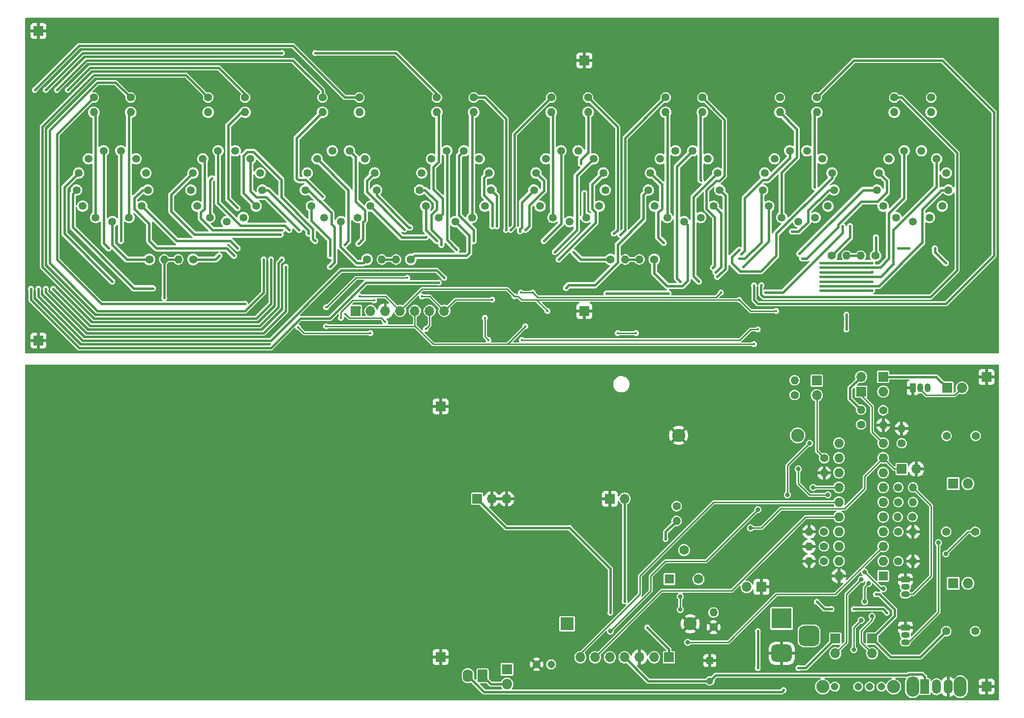
<source format=gbr>
G04 #@! TF.GenerationSoftware,KiCad,Pcbnew,7.0.10*
G04 #@! TF.CreationDate,2024-09-23T02:40:38-05:00*
G04 #@! TF.ProjectId,v2Panel,76325061-6e65-46c2-9e6b-696361645f70,rev?*
G04 #@! TF.SameCoordinates,Original*
G04 #@! TF.FileFunction,Copper,L2,Bot*
G04 #@! TF.FilePolarity,Positive*
%FSLAX46Y46*%
G04 Gerber Fmt 4.6, Leading zero omitted, Abs format (unit mm)*
G04 Created by KiCad (PCBNEW 7.0.10) date 2024-09-23 02:40:38*
%MOMM*%
%LPD*%
G01*
G04 APERTURE LIST*
G04 Aperture macros list*
%AMRoundRect*
0 Rectangle with rounded corners*
0 $1 Rounding radius*
0 $2 $3 $4 $5 $6 $7 $8 $9 X,Y pos of 4 corners*
0 Add a 4 corners polygon primitive as box body*
4,1,4,$2,$3,$4,$5,$6,$7,$8,$9,$2,$3,0*
0 Add four circle primitives for the rounded corners*
1,1,$1+$1,$2,$3*
1,1,$1+$1,$4,$5*
1,1,$1+$1,$6,$7*
1,1,$1+$1,$8,$9*
0 Add four rect primitives between the rounded corners*
20,1,$1+$1,$2,$3,$4,$5,0*
20,1,$1+$1,$4,$5,$6,$7,0*
20,1,$1+$1,$6,$7,$8,$9,0*
20,1,$1+$1,$8,$9,$2,$3,0*%
G04 Aperture macros list end*
G04 #@! TA.AperFunction,ComponentPad*
%ADD10C,1.400000*%
G04 #@! TD*
G04 #@! TA.AperFunction,ComponentPad*
%ADD11O,1.400000X1.400000*%
G04 #@! TD*
G04 #@! TA.AperFunction,ComponentPad*
%ADD12C,2.280000*%
G04 #@! TD*
G04 #@! TA.AperFunction,ComponentPad*
%ADD13R,1.700000X1.700000*%
G04 #@! TD*
G04 #@! TA.AperFunction,ComponentPad*
%ADD14O,1.700000X1.700000*%
G04 #@! TD*
G04 #@! TA.AperFunction,ComponentPad*
%ADD15R,1.600000X1.600000*%
G04 #@! TD*
G04 #@! TA.AperFunction,ComponentPad*
%ADD16O,1.600000X1.600000*%
G04 #@! TD*
G04 #@! TA.AperFunction,ComponentPad*
%ADD17C,2.250000*%
G04 #@! TD*
G04 #@! TA.AperFunction,ComponentPad*
%ADD18R,2.250000X2.250000*%
G04 #@! TD*
G04 #@! TA.AperFunction,ComponentPad*
%ADD19C,1.308000*%
G04 #@! TD*
G04 #@! TA.AperFunction,ComponentPad*
%ADD20R,1.200000X1.200000*%
G04 #@! TD*
G04 #@! TA.AperFunction,ComponentPad*
%ADD21C,1.200000*%
G04 #@! TD*
G04 #@! TA.AperFunction,ComponentPad*
%ADD22C,1.408000*%
G04 #@! TD*
G04 #@! TA.AperFunction,ComponentPad*
%ADD23R,1.800000X1.800000*%
G04 #@! TD*
G04 #@! TA.AperFunction,ComponentPad*
%ADD24O,1.800000X1.800000*%
G04 #@! TD*
G04 #@! TA.AperFunction,ComponentPad*
%ADD25RoundRect,0.250000X0.620000X0.845000X-0.620000X0.845000X-0.620000X-0.845000X0.620000X-0.845000X0*%
G04 #@! TD*
G04 #@! TA.AperFunction,ComponentPad*
%ADD26O,1.740000X2.190000*%
G04 #@! TD*
G04 #@! TA.AperFunction,ComponentPad*
%ADD27R,3.500000X3.500000*%
G04 #@! TD*
G04 #@! TA.AperFunction,ComponentPad*
%ADD28RoundRect,0.750000X1.000000X-0.750000X1.000000X0.750000X-1.000000X0.750000X-1.000000X-0.750000X0*%
G04 #@! TD*
G04 #@! TA.AperFunction,ComponentPad*
%ADD29RoundRect,0.875000X0.875000X-0.875000X0.875000X0.875000X-0.875000X0.875000X-0.875000X-0.875000X0*%
G04 #@! TD*
G04 #@! TA.AperFunction,ComponentPad*
%ADD30R,1.050000X1.500000*%
G04 #@! TD*
G04 #@! TA.AperFunction,ComponentPad*
%ADD31O,1.050000X1.500000*%
G04 #@! TD*
G04 #@! TA.AperFunction,ComponentPad*
%ADD32R,1.500000X1.050000*%
G04 #@! TD*
G04 #@! TA.AperFunction,ComponentPad*
%ADD33O,1.500000X1.050000*%
G04 #@! TD*
G04 #@! TA.AperFunction,ComponentPad*
%ADD34O,2.200000X3.500000*%
G04 #@! TD*
G04 #@! TA.AperFunction,ComponentPad*
%ADD35R,1.500000X2.500000*%
G04 #@! TD*
G04 #@! TA.AperFunction,ComponentPad*
%ADD36O,1.500000X2.500000*%
G04 #@! TD*
G04 #@! TA.AperFunction,ComponentPad*
%ADD37R,1.650000X1.650000*%
G04 #@! TD*
G04 #@! TA.AperFunction,ComponentPad*
%ADD38C,1.650000*%
G04 #@! TD*
G04 #@! TA.AperFunction,ComponentPad*
%ADD39C,1.346200*%
G04 #@! TD*
G04 #@! TA.AperFunction,ViaPad*
%ADD40C,0.800000*%
G04 #@! TD*
G04 #@! TA.AperFunction,ViaPad*
%ADD41C,0.450000*%
G04 #@! TD*
G04 #@! TA.AperFunction,Conductor*
%ADD42C,0.250000*%
G04 #@! TD*
G04 #@! TA.AperFunction,Conductor*
%ADD43C,0.450000*%
G04 #@! TD*
G04 APERTURE END LIST*
D10*
X172659897Y-130626827D03*
D11*
X170119897Y-130626827D03*
D12*
X147642806Y-114037632D03*
X168132806Y-114037632D03*
D13*
X174614897Y-149041827D03*
D14*
X174614897Y-151581827D03*
D13*
X179059897Y-106501827D03*
D14*
X179059897Y-103961827D03*
D15*
X182869897Y-138246827D03*
D16*
X182869897Y-135706827D03*
X182869897Y-133166827D03*
X182869897Y-130626827D03*
X182869897Y-128086827D03*
X182869897Y-125546827D03*
X182869897Y-123006827D03*
X182869897Y-120466827D03*
X182869897Y-117926827D03*
X182869897Y-115386827D03*
X175249897Y-115386827D03*
X175249897Y-117926827D03*
X175249897Y-120466827D03*
X175249897Y-123006827D03*
X175249897Y-125546827D03*
X175249897Y-128086827D03*
X175249897Y-130626827D03*
X175249897Y-133166827D03*
X175249897Y-135706827D03*
X175249897Y-138246827D03*
D10*
X185459897Y-135706827D03*
D11*
X187999897Y-135706827D03*
D17*
X149654897Y-146501827D03*
D18*
X128454897Y-146501827D03*
D19*
X174548800Y-157338826D03*
X178548800Y-157338826D03*
X180548800Y-157338826D03*
X182548800Y-157338826D03*
D17*
X172448800Y-157338826D03*
X184648800Y-157338826D03*
D13*
X106669897Y-152216827D03*
D20*
X153024897Y-152851827D03*
D21*
X153024897Y-156351827D03*
D22*
X198704897Y-130626827D03*
X193704897Y-130626827D03*
D10*
X172709897Y-117976827D03*
D11*
X172709897Y-120516827D03*
D23*
X118099897Y-154346827D03*
D24*
X118099897Y-156886827D03*
D10*
X182869897Y-109721827D03*
D11*
X182869897Y-112261827D03*
D10*
X187899897Y-128086827D03*
D11*
X185359897Y-128086827D03*
D10*
X185459897Y-125546827D03*
D11*
X187999897Y-125546827D03*
D10*
X167629897Y-107081827D03*
D11*
X167629897Y-104541827D03*
D23*
X194934897Y-139516827D03*
D24*
X197474897Y-139516827D03*
D19*
X123199897Y-153486827D03*
X125699897Y-153486827D03*
D23*
X193889897Y-105861827D03*
D24*
X196429897Y-105861827D03*
D25*
X113911300Y-155433826D03*
D26*
X111371300Y-155433826D03*
D10*
X185459897Y-123006827D03*
D11*
X187999897Y-123006827D03*
D10*
X179059897Y-112161827D03*
D11*
X179059897Y-109621827D03*
D27*
X165402397Y-145581827D03*
D28*
X165402397Y-151581827D03*
D29*
X170102397Y-148581827D03*
D30*
X187949897Y-105861827D03*
D31*
X189219897Y-105861827D03*
X190489897Y-105861827D03*
D10*
X172659897Y-133166827D03*
D11*
X170119897Y-133166827D03*
D32*
X186679897Y-138881827D03*
D33*
X186679897Y-140151827D03*
X186679897Y-141421827D03*
D10*
X153659897Y-147086827D03*
D11*
X153659897Y-144546827D03*
D23*
X194934897Y-122371827D03*
D24*
X197474897Y-122371827D03*
D10*
X186044897Y-115386827D03*
D11*
X186044897Y-112846827D03*
D13*
X161914897Y-140151827D03*
D14*
X159374897Y-140151827D03*
D13*
X145973800Y-152258826D03*
D14*
X143433800Y-152258826D03*
X140893800Y-152258826D03*
X138353800Y-152258826D03*
X135813800Y-152258826D03*
X133273800Y-152258826D03*
X130733800Y-152258826D03*
D34*
X187938800Y-157338826D03*
X196138800Y-157338826D03*
D35*
X190038800Y-157338826D03*
D36*
X192038800Y-157338826D03*
X194038800Y-157338826D03*
D13*
X171439897Y-104586827D03*
D14*
X171439897Y-107126827D03*
D22*
X198704897Y-147771827D03*
X193704897Y-147771827D03*
D37*
X146079897Y-138801827D03*
D38*
X148579897Y-133801827D03*
X151079897Y-138801827D03*
D13*
X182869897Y-103956827D03*
D14*
X182869897Y-106496827D03*
D13*
X186044897Y-119831827D03*
D14*
X188584897Y-119831827D03*
D10*
X147309897Y-126231827D03*
D11*
X147309897Y-128771827D03*
D13*
X200649897Y-157296827D03*
X200649897Y-103956827D03*
X180964897Y-149041827D03*
D14*
X180964897Y-151581827D03*
D39*
X163169388Y-74539295D03*
X173354788Y-74539295D03*
X174406348Y-71768155D03*
X174048208Y-68829375D03*
X172366728Y-66390975D03*
X169742908Y-65014295D03*
X166781268Y-65014295D03*
X164157448Y-66390975D03*
X162475968Y-68829375D03*
X162117828Y-71768155D03*
X168262088Y-77211375D03*
X171137368Y-76502715D03*
X165386808Y-76502715D03*
D10*
X86347088Y-55833935D03*
D11*
X86347088Y-58373935D03*
D39*
X182854388Y-74539295D03*
X193039788Y-74539295D03*
X194091348Y-71768155D03*
X193733208Y-68829375D03*
X192051728Y-66390975D03*
X189427908Y-65014295D03*
X186466268Y-65014295D03*
X183842448Y-66390975D03*
X182160968Y-68829375D03*
X181802828Y-71768155D03*
X187947088Y-77211375D03*
X190822368Y-76502715D03*
X185071808Y-76502715D03*
D10*
X125717088Y-55833935D03*
D11*
X125717088Y-58373935D03*
D10*
X46977088Y-55833935D03*
D11*
X46977088Y-58373935D03*
D39*
X84429388Y-74539295D03*
X94614788Y-74539295D03*
X95666348Y-71768155D03*
X95308208Y-68829375D03*
X93626728Y-66390975D03*
X91002908Y-65014295D03*
X88041268Y-65014295D03*
X85417448Y-66390975D03*
X83735968Y-68829375D03*
X83377828Y-71768155D03*
X89522088Y-77211375D03*
X92397368Y-76502715D03*
X86646808Y-76502715D03*
D10*
X101537088Y-83723935D03*
D11*
X98997088Y-83723935D03*
D39*
X45059388Y-74539295D03*
X55244788Y-74539295D03*
X56296348Y-71768155D03*
X55938208Y-68829375D03*
X54256728Y-66390975D03*
X51632908Y-65014295D03*
X48671268Y-65014295D03*
X46047448Y-66390975D03*
X44365968Y-68829375D03*
X44007828Y-71768155D03*
X50152088Y-77211375D03*
X53027368Y-76502715D03*
X47276808Y-76502715D03*
D10*
X112382088Y-55833935D03*
D11*
X112382088Y-58373935D03*
D10*
X165087088Y-55833935D03*
D11*
X165087088Y-58373935D03*
D10*
X151752088Y-55833935D03*
D11*
X151752088Y-58373935D03*
D10*
X174027088Y-83088935D03*
D11*
X176567088Y-83088935D03*
D10*
X64072088Y-83723935D03*
D11*
X61532088Y-83723935D03*
D10*
X53327088Y-55833935D03*
D11*
X53327088Y-58373935D03*
D13*
X37452088Y-97693935D03*
D10*
X92697088Y-55833935D03*
D11*
X92697088Y-58373935D03*
D10*
X94017088Y-83723935D03*
D11*
X96557088Y-83723935D03*
D10*
X132067088Y-55833935D03*
D11*
X132067088Y-58373935D03*
D39*
X104114388Y-74539295D03*
X114299788Y-74539295D03*
X115351348Y-71768155D03*
X114993208Y-68829375D03*
X113311728Y-66390975D03*
X110687908Y-65014295D03*
X107726268Y-65014295D03*
X105102448Y-66390975D03*
X103420968Y-68829375D03*
X103062828Y-71768155D03*
X109207088Y-77211375D03*
X112082368Y-76502715D03*
X106331808Y-76502715D03*
D13*
X37452088Y-44353935D03*
D10*
X171437088Y-55833935D03*
D11*
X171437088Y-58373935D03*
D10*
X145402088Y-55833935D03*
D11*
X145402088Y-58373935D03*
D10*
X191122088Y-55833935D03*
D11*
X191122088Y-58373935D03*
D10*
X143447088Y-83723935D03*
D11*
X140907088Y-83723935D03*
D13*
X92082088Y-92588935D03*
D14*
X94622088Y-92588935D03*
X97162088Y-92588935D03*
X99702088Y-92588935D03*
X102242088Y-92588935D03*
X104782088Y-92588935D03*
X107322088Y-92588935D03*
D10*
X181547088Y-83088935D03*
D11*
X179007088Y-83088935D03*
D10*
X184772088Y-55833935D03*
D11*
X184772088Y-58373935D03*
D10*
X135927088Y-83723935D03*
D11*
X138467088Y-83723935D03*
D10*
X56552088Y-83723935D03*
D11*
X59092088Y-83723935D03*
D13*
X131432088Y-92613935D03*
D10*
X73012088Y-55833935D03*
D11*
X73012088Y-58373935D03*
D39*
X123799388Y-74539295D03*
X133984788Y-74539295D03*
X135036348Y-71768155D03*
X134678208Y-68829375D03*
X132996728Y-66390975D03*
X130372908Y-65014295D03*
X127411268Y-65014295D03*
X124787448Y-66390975D03*
X123105968Y-68829375D03*
X122747828Y-71768155D03*
X128892088Y-77211375D03*
X131767368Y-76502715D03*
X126016808Y-76502715D03*
D10*
X106032088Y-55833935D03*
D11*
X106032088Y-58373935D03*
D39*
X64744388Y-74539295D03*
X74929788Y-74539295D03*
X75981348Y-71768155D03*
X75623208Y-68829375D03*
X73941728Y-66390975D03*
X71317908Y-65014295D03*
X68356268Y-65014295D03*
X65732448Y-66390975D03*
X64050968Y-68829375D03*
X63692828Y-71768155D03*
X69837088Y-77211375D03*
X72712368Y-76502715D03*
X66961808Y-76502715D03*
X143484388Y-74539295D03*
X153669788Y-74539295D03*
X154721348Y-71768155D03*
X154363208Y-68829375D03*
X152681728Y-66390975D03*
X150057908Y-65014295D03*
X147096268Y-65014295D03*
X144472448Y-66390975D03*
X142790968Y-68829375D03*
X142432828Y-71768155D03*
X148577088Y-77211375D03*
X151452368Y-76502715D03*
X145701808Y-76502715D03*
D13*
X131432088Y-49433935D03*
D10*
X66662088Y-55833935D03*
D11*
X66662088Y-58373935D03*
D32*
X186679897Y-147136827D03*
D33*
X186679897Y-148406827D03*
X186679897Y-149676827D03*
D22*
X198784897Y-114116827D03*
X193784897Y-114116827D03*
D13*
X135808800Y-124953826D03*
D14*
X138348800Y-124953826D03*
D13*
X112953800Y-124953826D03*
D14*
X115493800Y-124953826D03*
X118033800Y-124953826D03*
D10*
X185459897Y-130626827D03*
D11*
X187999897Y-130626827D03*
D10*
X172659897Y-135706827D03*
D11*
X170119897Y-135706827D03*
D13*
X106669897Y-109036827D03*
D40*
X177789897Y-150946827D03*
X182869897Y-140469327D03*
X179059897Y-145866827D03*
D41*
X142229897Y-147136827D03*
X198678800Y-152893826D03*
X138348800Y-142620730D03*
X145404897Y-131896827D03*
X177088800Y-156661827D03*
X105968800Y-113523826D03*
X183504897Y-144596827D03*
X173979897Y-143961827D03*
X128894897Y-129991827D03*
X175884897Y-156661827D03*
X187881684Y-74198935D03*
X172073278Y-89103302D03*
X139052088Y-56418935D03*
X36817088Y-49433935D03*
X142862088Y-93248935D03*
X57772088Y-80548935D03*
X158737088Y-94518935D03*
X182166684Y-78643935D03*
X92697088Y-90073935D03*
X119367088Y-90073935D03*
X171029061Y-71250908D03*
X69202088Y-69118935D03*
X77457088Y-52608935D03*
X178422088Y-76103935D03*
X59677088Y-54513935D03*
X41262088Y-98328935D03*
X78727088Y-82453935D03*
X173342088Y-47528935D03*
X140322088Y-96423935D03*
X57137088Y-88693934D03*
X191757088Y-47528935D03*
X95237088Y-90798935D03*
X137147088Y-96423935D03*
X120339290Y-78870908D03*
X153987090Y-85933933D03*
X160642088Y-98328935D03*
X147942088Y-87533935D03*
X106802088Y-81231140D03*
X67297088Y-69753935D03*
X86982088Y-95243935D03*
X121272088Y-95243935D03*
X39992088Y-88803935D03*
X124447088Y-80548935D03*
X120637088Y-97603935D03*
X109434061Y-82045908D03*
X114922088Y-97603935D03*
X84442088Y-94708935D03*
X122542088Y-89438935D03*
X161277088Y-95788935D03*
X71107088Y-83088935D03*
X87617088Y-83088935D03*
X83929886Y-79278935D03*
X180962088Y-97693935D03*
X156197088Y-50068935D03*
X117396684Y-90073935D03*
X76187088Y-90708935D03*
X177787088Y-59593935D03*
X68567088Y-83088935D03*
X86347088Y-72928935D03*
X158102088Y-82048935D03*
X95872088Y-94518935D03*
X188582088Y-85628935D03*
X191757088Y-81818935D03*
X176517088Y-95788935D03*
X176517088Y-93248935D03*
X180962088Y-89073935D03*
X118097088Y-53243935D03*
X105397088Y-86898935D03*
X41831684Y-45623935D03*
X200647088Y-53243935D03*
X77457088Y-96423935D03*
X168897088Y-83533935D03*
X177152088Y-78008935D03*
X193662088Y-84358935D03*
X71709692Y-74866331D03*
X154927088Y-89438935D03*
X106667088Y-69753935D03*
X119367088Y-94518935D03*
X59092088Y-90358934D03*
X172073279Y-85903304D03*
X168412089Y-82733934D03*
X79362088Y-83723935D03*
X137587784Y-79473239D03*
X80632088Y-78643935D03*
X167175548Y-78914420D03*
X172072088Y-87533935D03*
X38722088Y-88803935D03*
X180962088Y-84333934D03*
X151117088Y-87533935D03*
X172072088Y-85103934D03*
X175882088Y-78008935D03*
X79997088Y-84993935D03*
X36817088Y-54513935D03*
X158419957Y-82818935D03*
X42532088Y-54513935D03*
X145902088Y-89573935D03*
X106382804Y-87718935D03*
X40627088Y-54513935D03*
X90157088Y-81183935D03*
X158102088Y-83588935D03*
X128257088Y-88633934D03*
X112382088Y-80548935D03*
X82537088Y-86898935D03*
X82329886Y-78643935D03*
X115557088Y-94518935D03*
X85077088Y-80548935D03*
X100952088Y-86893935D03*
X158102088Y-90708935D03*
X125082088Y-92613935D03*
X111112088Y-68483935D03*
X191757088Y-96423935D03*
X48247088Y-84358935D03*
X36817088Y-93883935D03*
X199377088Y-90708935D03*
X71742088Y-81818935D03*
X80854518Y-93081059D03*
X164452088Y-92613935D03*
X148577088Y-91343935D03*
X110477088Y-49433935D03*
X164452088Y-72293935D03*
X90280924Y-93142650D03*
X74917088Y-67213935D03*
X131432088Y-72293935D03*
X172072088Y-84333931D03*
X126987088Y-83723935D03*
X172072088Y-88303935D03*
X110477088Y-81818935D03*
X100427262Y-78533761D03*
X97142088Y-53878935D03*
X162547088Y-97058935D03*
X120479059Y-89438935D03*
X185407088Y-81818935D03*
X86982088Y-91978935D03*
X89522088Y-93793935D03*
X117939290Y-78643935D03*
X113652088Y-76738935D03*
X160642088Y-88211135D03*
X94602088Y-96423935D03*
X130797088Y-67213935D03*
X37452088Y-88803935D03*
X49517088Y-81818935D03*
X51632908Y-80548935D03*
X79362088Y-78643935D03*
X126352088Y-82453935D03*
X104166382Y-79874641D03*
X97142088Y-94518935D03*
X104127088Y-95698935D03*
X101426647Y-78223852D03*
X115557088Y-78008935D03*
X103458872Y-90107151D03*
X92516031Y-81002878D03*
X73012088Y-91343935D03*
X162547088Y-89438935D03*
X76187088Y-83723935D03*
X50152088Y-87533935D03*
X145084588Y-80866435D03*
X135242088Y-89573935D03*
X87617088Y-84993935D03*
X82167952Y-95419799D03*
X36182088Y-88803935D03*
X106032088Y-80548935D03*
X116339191Y-78008740D03*
X153532392Y-85163933D03*
X79129888Y-79447214D03*
X172072088Y-86703933D03*
X121272088Y-78643935D03*
X180962088Y-87533935D03*
X114287088Y-93793935D03*
X166992088Y-69753935D03*
X47612088Y-86263935D03*
X162481684Y-86898935D03*
X136512088Y-79278935D03*
X107302088Y-86898935D03*
X161912088Y-88168935D03*
X38722088Y-54513935D03*
X85077088Y-48163935D03*
X77457088Y-83723935D03*
X79362088Y-48163935D03*
X180962088Y-85873934D03*
X118732088Y-78643935D03*
X71742088Y-71023935D03*
X68567088Y-76103935D03*
X133972088Y-92613935D03*
X151452368Y-70089215D03*
X129527088Y-82453935D03*
X154292088Y-86733934D03*
X115557088Y-90663932D03*
X148577088Y-70388935D03*
X158737088Y-84993935D03*
X75552088Y-70388935D03*
X181597088Y-79913935D03*
X153657088Y-72928935D03*
X187312088Y-81818935D03*
X108574897Y-105226827D03*
X114289897Y-157296827D03*
D40*
X161279897Y-126816827D03*
X135879897Y-147771827D03*
X170804897Y-123006827D03*
X173344897Y-124276827D03*
X180964897Y-145231827D03*
X170169897Y-115386827D03*
X179059897Y-138881827D03*
X168264897Y-119831827D03*
X180336627Y-139530287D03*
X193664897Y-134436827D03*
X147928901Y-144051827D03*
X147944897Y-141806827D03*
X160009897Y-129991827D03*
X179694897Y-142691827D03*
X166359897Y-124276827D03*
X192394897Y-132531827D03*
D41*
X168833800Y-156703826D03*
X171439897Y-142691827D03*
X109844897Y-112846827D03*
X165724897Y-157931827D03*
D40*
X179694897Y-137611827D03*
D41*
X177789897Y-143961827D03*
X168264897Y-154121827D03*
X161279897Y-154121827D03*
X135879897Y-144596827D03*
X192328800Y-151623826D03*
X181599897Y-141421827D03*
D40*
X149214897Y-149676827D03*
D41*
X161279897Y-147771827D03*
D42*
X102242088Y-92588935D02*
X102242088Y-95173935D01*
D43*
X106802088Y-80229991D02*
X105113708Y-78541611D01*
X180932718Y-85903304D02*
X180962088Y-85873934D01*
X104014735Y-71768155D02*
X103062828Y-71768155D01*
X109434061Y-82045908D02*
X107774908Y-80386755D01*
X79862088Y-77873935D02*
X72242088Y-77873935D01*
D42*
X154122088Y-90243935D02*
X154927088Y-89438935D01*
D43*
X172073278Y-89103302D02*
X180932721Y-89103302D01*
D42*
X100947088Y-86898935D02*
X100952088Y-86893935D01*
D43*
X112082368Y-76502715D02*
X112082368Y-58673655D01*
X132067088Y-58373935D02*
X132067088Y-65308935D01*
D42*
X123347088Y-90243935D02*
X154122088Y-90243935D01*
D43*
X101537088Y-83723935D02*
X102172088Y-83088935D01*
D42*
X122542088Y-89438935D02*
X123347088Y-90243935D01*
D43*
X106320548Y-58662395D02*
X106320548Y-66895529D01*
D42*
X90932209Y-93793935D02*
X90280924Y-93142650D01*
D43*
X93967088Y-70170495D02*
X95308208Y-68829375D01*
X87864908Y-75716755D02*
X83916308Y-71768155D01*
X112082368Y-58673655D02*
X112382088Y-58373935D01*
X183853708Y-83592663D02*
X183853708Y-75752315D01*
X111612088Y-79616375D02*
X109207088Y-77211375D01*
X66662088Y-55783935D02*
X66662088Y-55833935D01*
X193027088Y-49433935D02*
X177837088Y-49433935D01*
X107004908Y-75829615D02*
X106331808Y-76502715D01*
X145672087Y-88303934D02*
X148261033Y-88303934D01*
X50152088Y-87533935D02*
X41897088Y-79278935D01*
D42*
X157222393Y-98328935D02*
X160642088Y-98328935D01*
D43*
X138417088Y-78643935D02*
X138417088Y-62818935D01*
X175112088Y-78143935D02*
X175112088Y-77689990D01*
X147942088Y-87533935D02*
X147358988Y-86950835D01*
X171029061Y-71250908D02*
X171029061Y-58781962D01*
X195567088Y-85628935D02*
X195567088Y-65358935D01*
X81217088Y-49433935D02*
X86347088Y-54563935D01*
X173354788Y-81711931D02*
X175882088Y-79184631D01*
X149212088Y-87352879D02*
X149212088Y-77846375D01*
X92243143Y-84358935D02*
X89387088Y-81502880D01*
X151415896Y-70052743D02*
X151415896Y-58710127D01*
X165627784Y-89438935D02*
X173354788Y-81711931D01*
X46977088Y-51973935D02*
X62852088Y-51973935D01*
X106032088Y-80548935D02*
X104114388Y-78631235D01*
X98997088Y-48163935D02*
X106032088Y-55198935D01*
X36182088Y-90708935D02*
X44437088Y-98963935D01*
X149212088Y-77846375D02*
X148577088Y-77211375D01*
X106032088Y-75079781D02*
X106032088Y-73785508D01*
X87617088Y-80274100D02*
X84429388Y-77086400D01*
X186042088Y-55833935D02*
X184772088Y-55833935D01*
X43334728Y-78176575D02*
X43334728Y-72441255D01*
X181597088Y-83038935D02*
X181547088Y-83088935D01*
D42*
X92152088Y-86898935D02*
X100947088Y-86898935D01*
D43*
X65392088Y-76655649D02*
X65392088Y-75614249D01*
X41897088Y-71298255D02*
X44365968Y-68829375D01*
X151452368Y-70089215D02*
X151415896Y-70052743D01*
X83916308Y-71768155D02*
X83377828Y-71768155D01*
X104127088Y-79913935D02*
X99989428Y-79913935D01*
D42*
X102242088Y-95173935D02*
X105397088Y-98328935D01*
D43*
X183853708Y-75752315D02*
X186466268Y-73139755D01*
X153845035Y-84851290D02*
X153845035Y-76437196D01*
X138467088Y-83723935D02*
X140907088Y-83723935D01*
D42*
X86982088Y-91978935D02*
X87072088Y-91978935D01*
X122542088Y-90708935D02*
X158102088Y-90708935D01*
D43*
X158419957Y-82818935D02*
X159048223Y-82190669D01*
X177152088Y-79963935D02*
X174027088Y-83088935D01*
X56552088Y-83723935D02*
X52659783Y-83723935D01*
X162980522Y-70047475D02*
X166781268Y-66246729D01*
X90792088Y-71765615D02*
X85417448Y-66390975D01*
X148261033Y-88303934D02*
X149212088Y-87352879D01*
X79362088Y-78643935D02*
X67380374Y-78643935D01*
X81902088Y-62818935D02*
X81902088Y-69753935D01*
X162115854Y-70047475D02*
X162980522Y-70047475D01*
X53027368Y-58673655D02*
X53027368Y-76502715D01*
X109842088Y-65860115D02*
X110687908Y-65014295D01*
X154292088Y-86733934D02*
X155697088Y-85328934D01*
X36182088Y-88803935D02*
X36182088Y-90708935D01*
X93332088Y-77290649D02*
X93615468Y-77007269D01*
X165386808Y-76502715D02*
X165386808Y-68730133D01*
X52659783Y-83723935D02*
X50152088Y-81216240D01*
X81902088Y-69753935D02*
X82195628Y-70047475D01*
X131432088Y-76167435D02*
X131767368Y-76502715D01*
X176517088Y-95788935D02*
X176517088Y-93248935D01*
X65392088Y-75614249D02*
X66027088Y-74979249D01*
X189604268Y-75081755D02*
X192917868Y-71768155D01*
X160642088Y-88211135D02*
X160642088Y-90708935D01*
X115557088Y-74073941D02*
X114133248Y-72650101D01*
X192051728Y-71245449D02*
X192051728Y-66390975D01*
X74446282Y-65172875D02*
X73437174Y-65172875D01*
X64290367Y-79447214D02*
X60312088Y-75468935D01*
X96557088Y-83723935D02*
X98997088Y-83723935D01*
X137147088Y-78643935D02*
X137147088Y-60913935D01*
X193662088Y-84358935D02*
X191757088Y-82453935D01*
X159053143Y-83588935D02*
X161912088Y-80729990D01*
D42*
X97187088Y-90073935D02*
X92697088Y-90073935D01*
D43*
X105397088Y-67818989D02*
X105397088Y-71658935D01*
X95666348Y-72683903D02*
X95666348Y-71768155D01*
X51632908Y-80548935D02*
X51632908Y-65014295D01*
X143447088Y-83723935D02*
X143447088Y-86078935D01*
X132067088Y-65308935D02*
X130797088Y-66578935D01*
X127411268Y-77584755D02*
X127411268Y-65014295D01*
D42*
X102172088Y-95243935D02*
X102242088Y-95173935D01*
D43*
X46342088Y-50703935D02*
X68517088Y-50703935D01*
X182342437Y-85103934D02*
X183853708Y-83592663D01*
D42*
X137147088Y-96423935D02*
X140322088Y-96423935D01*
D43*
X184623708Y-84507315D02*
X184623708Y-78673469D01*
X70472088Y-80548935D02*
X61254428Y-80548935D01*
X158102088Y-83588935D02*
X159053143Y-83588935D01*
D42*
X119367088Y-90073935D02*
X118097088Y-88803935D01*
X96417088Y-93793935D02*
X90932209Y-93793935D01*
D43*
X83929886Y-78764786D02*
X76933255Y-71768155D01*
X161912088Y-80729990D02*
X161912088Y-71973895D01*
X102172088Y-83088935D02*
X111112088Y-83088935D01*
X172072088Y-85103934D02*
X182342437Y-85103934D01*
X172072088Y-86703933D02*
X182427090Y-86703933D01*
X145402088Y-58373935D02*
X145701808Y-58673655D01*
X82329886Y-78643935D02*
X76672206Y-72986255D01*
X159048223Y-73115106D02*
X162115854Y-70047475D01*
X71742088Y-81818935D02*
X70472088Y-80548935D01*
X121907088Y-78008935D02*
X121907088Y-74453938D01*
X166781268Y-66246729D02*
X166781268Y-65014295D01*
D42*
X161277088Y-95788935D02*
X160007088Y-95788935D01*
X104840304Y-90107151D02*
X107322088Y-92588935D01*
D43*
X85077088Y-80548935D02*
X84699885Y-80171732D01*
X73012088Y-55198935D02*
X73012088Y-55833935D01*
X159048223Y-82190669D02*
X159048223Y-73115106D01*
X143447088Y-86078935D02*
X145672087Y-88303934D01*
D42*
X92697088Y-92068935D02*
X92851783Y-92068935D01*
D43*
X130797088Y-66578935D02*
X130797088Y-67213935D01*
X74974408Y-72986255D02*
X73941728Y-71953575D01*
X92647088Y-55783935D02*
X92697088Y-55833935D01*
X111612088Y-82588935D02*
X111612088Y-79616375D01*
X61532088Y-83723935D02*
X59092088Y-83723935D01*
X111112088Y-83088935D02*
X111612088Y-82588935D01*
X135927088Y-83723935D02*
X130797088Y-83723935D01*
X117939290Y-59486137D02*
X114287088Y-55833935D01*
X154927088Y-75796595D02*
X153669788Y-74539295D01*
X131432088Y-72293935D02*
X131432088Y-76167435D01*
X176567088Y-83088935D02*
X179007088Y-83088935D01*
D42*
X118097088Y-88803935D02*
X103487088Y-88803935D01*
D43*
X130797088Y-83723935D02*
X129527088Y-82453935D01*
X181597088Y-79913935D02*
X181597088Y-83038935D01*
X125717088Y-58373935D02*
X126016808Y-58673655D01*
X167999368Y-61286215D02*
X165087088Y-58373935D01*
X160642088Y-90708935D02*
X161277088Y-91343935D01*
D42*
X91522088Y-90798935D02*
X89522088Y-92798935D01*
X82167952Y-95419799D02*
X83172088Y-96423935D01*
D43*
X126016808Y-58673655D02*
X126016808Y-76502715D01*
X59092088Y-90358934D02*
X59092088Y-83723935D01*
X145701808Y-58673655D02*
X145701808Y-76502715D01*
X165386808Y-68730133D02*
X167999368Y-66117573D01*
X171029061Y-58781962D02*
X171437088Y-58373935D01*
X167999368Y-66117573D02*
X167999368Y-61286215D01*
X151415896Y-58710127D02*
X151752088Y-58373935D01*
X124447088Y-70170495D02*
X123105968Y-68829375D01*
X100427262Y-78533761D02*
X93967088Y-72073587D01*
X39357088Y-61498935D02*
X47612088Y-53243935D01*
D42*
X103458872Y-90107151D02*
X104840304Y-90107151D01*
D43*
X105113708Y-78541611D02*
X105113708Y-75998161D01*
X163169388Y-80561635D02*
X163169388Y-74539295D01*
X177152088Y-78008935D02*
X177152088Y-79963935D01*
X93782088Y-87718935D02*
X106382804Y-87718935D01*
X175882088Y-79184631D02*
X175882088Y-78008935D01*
X121907088Y-74453938D02*
X124447088Y-71913938D01*
X191757088Y-82453935D02*
X191757088Y-81818935D01*
D42*
X86982088Y-95243935D02*
X102172088Y-95243935D01*
D43*
X158737088Y-84993935D02*
X163169388Y-80561635D01*
D42*
X118187088Y-98328935D02*
X157222393Y-98328935D01*
D43*
X90792088Y-80548935D02*
X90792088Y-71765615D01*
X85077088Y-48163935D02*
X98997088Y-48163935D01*
X185407088Y-81818935D02*
X187312088Y-81818935D01*
D42*
X83172088Y-96423935D02*
X94602088Y-96423935D01*
D43*
X152451688Y-75043849D02*
X152451688Y-71829839D01*
D42*
X105397088Y-98328935D02*
X118187088Y-98328935D01*
D43*
X86347088Y-54563935D02*
X86347088Y-55833935D01*
D42*
X118187088Y-98328935D02*
X121272088Y-95243935D01*
X97142088Y-94518935D02*
X96417088Y-93793935D01*
X95237088Y-90798935D02*
X91522088Y-90798935D01*
X89522088Y-92798935D02*
X89522088Y-93793935D01*
X115557088Y-90663932D02*
X109247091Y-90663932D01*
D43*
X161777088Y-85763935D02*
X164452088Y-83088935D01*
D42*
X104782088Y-95043935D02*
X104127088Y-95698935D01*
D43*
X68356268Y-73988115D02*
X68356268Y-65014295D01*
X128257088Y-88633934D02*
X128722087Y-88168935D01*
D42*
X87072088Y-91978935D02*
X92152088Y-86898935D01*
X120479059Y-89438935D02*
X122542088Y-89438935D01*
X109247091Y-90663932D02*
X107322088Y-92588935D01*
X160007088Y-95788935D02*
X158192088Y-97603935D01*
D43*
X84699885Y-80171732D02*
X84699885Y-78445841D01*
X44437088Y-98963935D02*
X77457088Y-98963935D01*
X84699885Y-78445841D02*
X79272533Y-73018489D01*
D42*
X114922088Y-97603935D02*
X114287088Y-96968935D01*
D43*
X179045823Y-73756255D02*
X181914774Y-73756255D01*
D42*
X104782088Y-92588935D02*
X104782088Y-95043935D01*
D43*
X82537088Y-93883935D02*
X87617088Y-93883935D01*
X72723628Y-72333135D02*
X74929788Y-74539295D01*
X79272533Y-73018489D02*
X79272533Y-69999126D01*
D42*
X158192088Y-97603935D02*
X120637088Y-97603935D01*
D43*
X61254428Y-80548935D02*
X55244788Y-74539295D01*
X101426647Y-78223852D02*
X101206297Y-78223852D01*
X72723628Y-65886421D02*
X72723628Y-72333135D01*
X104114388Y-78631235D02*
X104114388Y-74539295D01*
X79129888Y-79447214D02*
X64290367Y-79447214D01*
X79272533Y-69999126D02*
X74446282Y-65172875D01*
D42*
X114287088Y-96968935D02*
X114287088Y-93793935D01*
D43*
X73437174Y-65172875D02*
X72723628Y-65886421D01*
D42*
X158737088Y-94518935D02*
X119367088Y-94518935D01*
D43*
X87617088Y-84993935D02*
X88387088Y-84223935D01*
X76187088Y-96423935D02*
X79997088Y-92613935D01*
X79997088Y-92613935D02*
X79997088Y-84993935D01*
X84429388Y-77086400D02*
X84429388Y-74539295D01*
X116339191Y-78008740D02*
X116339191Y-72755998D01*
X120637088Y-73878895D02*
X122747828Y-71768155D01*
X62852088Y-51973935D02*
X66662088Y-55783935D01*
X155697088Y-85328934D02*
X155697088Y-72743895D01*
X88387088Y-84223935D02*
X88387088Y-78143935D01*
X88387088Y-78143935D02*
X87864908Y-77621755D01*
X114133248Y-69689335D02*
X114993208Y-68829375D01*
X93332088Y-80186821D02*
X93332088Y-77290649D01*
X119367088Y-78008935D02*
X119367088Y-62183935D01*
X115557088Y-78008935D02*
X115557088Y-74073941D01*
X116339191Y-72755998D02*
X115351348Y-71768155D01*
X87864908Y-77621755D02*
X87864908Y-75716755D01*
X87617088Y-83088935D02*
X87617088Y-80274100D01*
X36817088Y-54513935D02*
X44437088Y-46893935D01*
X132766688Y-70740895D02*
X134678208Y-68829375D01*
X120637088Y-78189990D02*
X120637088Y-73878895D01*
X106802088Y-81231140D02*
X106802088Y-80229991D01*
X105113708Y-75998161D02*
X106032088Y-75079781D01*
X92062088Y-66073475D02*
X91002908Y-65014295D01*
X117939290Y-78643935D02*
X117939290Y-59486137D01*
X109842088Y-76123721D02*
X109842088Y-65860115D01*
X106032088Y-73785508D02*
X104014735Y-71768155D01*
X47612088Y-92613935D02*
X39357088Y-84358935D01*
X183502088Y-70170495D02*
X182160968Y-68829375D01*
X114133248Y-72650101D02*
X114133248Y-69689335D01*
X107774908Y-80386755D02*
X107774908Y-65062935D01*
X107774908Y-65062935D02*
X107726268Y-65014295D01*
X153987090Y-85933933D02*
X154927088Y-84993935D01*
X112382088Y-80548935D02*
X112382088Y-78663721D01*
X112382088Y-78663721D02*
X109842088Y-76123721D01*
X74917088Y-93883935D02*
X46977088Y-93883935D01*
X124447088Y-80548935D02*
X127411268Y-77584755D01*
X124447088Y-71913938D02*
X124447088Y-70170495D01*
X130110188Y-69277515D02*
X132996728Y-66390975D01*
X132766688Y-75043849D02*
X132766688Y-70740895D01*
X133337088Y-77373935D02*
X133337088Y-75614249D01*
X130110188Y-78695835D02*
X130110188Y-69277515D01*
X120339290Y-78870908D02*
X120339290Y-78487788D01*
X151117088Y-87533935D02*
X150234268Y-86651115D01*
D42*
X120637088Y-90708935D02*
X122542088Y-90708935D01*
D43*
X133337088Y-75614249D02*
X132766688Y-75043849D01*
X155697088Y-72743895D02*
X154721348Y-71768155D01*
X120339290Y-78487788D02*
X120637088Y-78189990D01*
X150234268Y-72958315D02*
X154363208Y-68829375D01*
X126352088Y-82453935D02*
X130110188Y-78695835D01*
X121272088Y-78643935D02*
X121907088Y-78008935D01*
X150234268Y-86651115D02*
X150234268Y-72958315D01*
X126987088Y-83723935D02*
X133337088Y-77373935D01*
X180932721Y-89103302D02*
X180962088Y-89073935D01*
X38722088Y-89438935D02*
X45707088Y-96423935D01*
X53962088Y-74979249D02*
X53962088Y-73150508D01*
X56502088Y-80548935D02*
X56502088Y-77519249D01*
X57772088Y-81818935D02*
X56502088Y-80548935D01*
X56502088Y-77519249D02*
X53962088Y-74979249D01*
X55344441Y-71768155D02*
X56296348Y-71768155D01*
X154927088Y-84993935D02*
X154927088Y-75796595D01*
X53962088Y-73150508D02*
X55344441Y-71768155D01*
D42*
X158737088Y-94518935D02*
X161277088Y-94518935D01*
D43*
X153845035Y-76437196D02*
X152451688Y-75043849D01*
X89387088Y-81502880D02*
X89387088Y-77346375D01*
X69837088Y-81818935D02*
X57772088Y-81818935D01*
X57137088Y-88693934D02*
X53852087Y-88693934D01*
X76672206Y-72986255D02*
X74974408Y-72986255D01*
X43334728Y-72441255D02*
X44007828Y-71768155D01*
X76933255Y-71768155D02*
X75981348Y-71768155D01*
X71107088Y-83088935D02*
X69837088Y-81818935D01*
X41897088Y-79278935D02*
X41897088Y-71298255D01*
X49517088Y-81818935D02*
X48671268Y-80973115D01*
X73941728Y-71953575D02*
X73941728Y-66390975D01*
X48671268Y-80973115D02*
X48671268Y-65014295D01*
X67380374Y-78643935D02*
X65392088Y-76655649D01*
X53852087Y-88693934D02*
X43334728Y-78176575D01*
X104166382Y-79874641D02*
X104127088Y-79913935D01*
X40627088Y-83723935D02*
X40627088Y-62133935D01*
X83929886Y-79278935D02*
X83929886Y-78764786D01*
X60312088Y-75468935D02*
X60312088Y-72568255D01*
X93967088Y-72073587D02*
X93967088Y-70170495D01*
X66027088Y-74979249D02*
X66027088Y-66685615D01*
X72242088Y-77873935D02*
X68356268Y-73988115D01*
X99989428Y-79913935D02*
X94614788Y-74539295D01*
X133242784Y-88168935D02*
X137172088Y-84239631D01*
X66027088Y-66685615D02*
X65732448Y-66390975D01*
X101206297Y-78223852D02*
X95666348Y-72683903D01*
X144767088Y-70805495D02*
X142790968Y-68829375D01*
X60312088Y-72568255D02*
X64050968Y-68829375D01*
X144132088Y-75614249D02*
X144767088Y-74979249D01*
X92062088Y-73709249D02*
X92062088Y-66073475D01*
X90157088Y-81183935D02*
X90792088Y-80548935D01*
X80632088Y-78643935D02*
X79862088Y-77873935D01*
X128722087Y-88168935D02*
X133242784Y-88168935D01*
X174048208Y-69682815D02*
X174048208Y-68829375D01*
X144767088Y-74979249D02*
X144767088Y-70805495D01*
X144132088Y-79913935D02*
X144132088Y-75614249D01*
X93615468Y-75262629D02*
X92062088Y-73709249D01*
X93615468Y-77007269D02*
X93615468Y-75262629D01*
X145084588Y-80866435D02*
X144132088Y-79913935D01*
X137172088Y-81158935D02*
X141592088Y-76738935D01*
X137172088Y-84239631D02*
X137172088Y-81158935D01*
X92516031Y-81002878D02*
X93332088Y-80186821D01*
X168897088Y-83533935D02*
X169722088Y-83533935D01*
X141592088Y-72608895D02*
X142432828Y-71768155D01*
X172072088Y-87533935D02*
X180962088Y-87533935D01*
X141592088Y-76738935D02*
X141592088Y-72608895D01*
X138417088Y-62818935D02*
X145402088Y-55833935D01*
X179377868Y-71768155D02*
X181802828Y-71768155D01*
X161912088Y-71973895D02*
X162117828Y-71768155D01*
X175112088Y-77689990D02*
X179045823Y-73756255D01*
X70099808Y-73256447D02*
X70099808Y-60651215D01*
X145902088Y-89573935D02*
X135242088Y-89573935D01*
X181914774Y-73756255D02*
X183502088Y-72168941D01*
X183502088Y-72168941D02*
X183502088Y-70170495D01*
X169722088Y-83533935D02*
X175112088Y-78143935D01*
X168412089Y-82733934D02*
X179377868Y-71768155D01*
X53327088Y-58373935D02*
X53027368Y-58673655D01*
X66961808Y-70089215D02*
X66961808Y-76502715D01*
X136512088Y-79278935D02*
X137147088Y-78643935D01*
X81267088Y-46893935D02*
X90157088Y-55783935D01*
X38087088Y-84993935D02*
X38087088Y-60863935D01*
D42*
X99702088Y-92588935D02*
X97187088Y-90073935D01*
D43*
X79362088Y-83723935D02*
X78727088Y-84358935D01*
X158237088Y-85763935D02*
X161777088Y-85763935D01*
X147358988Y-86950835D02*
X147358988Y-67713215D01*
X169919268Y-75303328D02*
X173454441Y-71768155D01*
X167175548Y-78914420D02*
X168281697Y-78914420D01*
X156832088Y-83318935D02*
X156832088Y-84358935D01*
X169919268Y-77276849D02*
X169919268Y-75303328D01*
X164452088Y-79278935D02*
X174048208Y-69682815D01*
X164452088Y-83088935D02*
X164452088Y-79278935D01*
X162547088Y-89438935D02*
X165627784Y-89438935D01*
X147358988Y-67713215D02*
X150057908Y-65014295D01*
X158102088Y-82048935D02*
X156832088Y-83318935D01*
X156832088Y-84358935D02*
X158237088Y-85763935D01*
X107004908Y-73266755D02*
X107004908Y-75829615D01*
X106320548Y-66895529D02*
X105397088Y-67818989D01*
X64072088Y-83723935D02*
X67932088Y-83723935D01*
X46977088Y-58373935D02*
X47276808Y-58673655D01*
X67932088Y-83723935D02*
X68567088Y-83088935D01*
X82195628Y-70047475D02*
X83465628Y-70047475D01*
X172072088Y-84333931D02*
X172072091Y-84333934D01*
D42*
X120002088Y-90073935D02*
X120637088Y-90708935D01*
D43*
X71709692Y-74866331D02*
X70099808Y-73256447D01*
X182097088Y-88303935D02*
X189604268Y-80796755D01*
X89387088Y-77346375D02*
X89522088Y-77211375D01*
X93382088Y-84358935D02*
X92243143Y-84358935D01*
X105397088Y-71658935D02*
X107004908Y-73266755D01*
X86347088Y-58373935D02*
X81902088Y-62818935D01*
X94017088Y-83723935D02*
X93382088Y-84358935D01*
X72377088Y-58373935D02*
X73012088Y-58373935D01*
X83465628Y-70047475D02*
X86347088Y-72928935D01*
X50152088Y-81216240D02*
X50152088Y-77211375D01*
D42*
X119367088Y-90073935D02*
X120002088Y-90073935D01*
X84632088Y-94518935D02*
X95872088Y-94518935D01*
D43*
X47276808Y-58673655D02*
X47276808Y-76502715D01*
X67297088Y-69753935D02*
X66961808Y-70089215D01*
X184623708Y-78673469D02*
X192051728Y-71245449D01*
X70099808Y-60651215D02*
X72377088Y-58373935D01*
X106032088Y-58373935D02*
X106320548Y-58662395D01*
D42*
X162547088Y-95788935D02*
X162547088Y-97058935D01*
X123177088Y-90708935D02*
X122542088Y-90708935D01*
X164452088Y-92613935D02*
X160007088Y-92613935D01*
D43*
X106032088Y-85628935D02*
X107302088Y-86898935D01*
D42*
X84442088Y-94708935D02*
X84632088Y-94518935D01*
D43*
X77457088Y-83723935D02*
X77457088Y-91343935D01*
D42*
X119367088Y-94518935D02*
X115557088Y-94518935D01*
X103487088Y-88803935D02*
X99702088Y-92588935D01*
X125082088Y-92613935D02*
X123177088Y-90708935D01*
X160007088Y-92613935D02*
X158102088Y-90708935D01*
X161277088Y-94518935D02*
X162547088Y-95788935D01*
X77457088Y-96423935D02*
X80799964Y-93081059D01*
X80799964Y-93081059D02*
X80854518Y-93081059D01*
D43*
X168281697Y-78914420D02*
X169919268Y-77276849D01*
X173454441Y-71768155D02*
X174406348Y-71768155D01*
X50737088Y-53243935D02*
X53327088Y-55833935D01*
X186466268Y-73139755D02*
X186466268Y-65014295D01*
X172072091Y-84333934D02*
X180962088Y-84333934D01*
X154092340Y-70189187D02*
X154726050Y-70189187D01*
X40627088Y-54513935D02*
X45707088Y-49433935D01*
X44437088Y-46893935D02*
X81267088Y-46893935D01*
X172072088Y-88303935D02*
X182097088Y-88303935D01*
X73012088Y-92613935D02*
X47612088Y-92613935D01*
X45707088Y-96423935D02*
X76187088Y-96423935D01*
X154726050Y-70189187D02*
X155581308Y-69333929D01*
X172073279Y-85903304D02*
X180932718Y-85903304D01*
X77457088Y-98963935D02*
X82537088Y-93883935D01*
X182427090Y-86703933D02*
X184623708Y-84507315D01*
X77457088Y-97693935D02*
X89522088Y-85628935D01*
X76187088Y-83723935D02*
X76187088Y-89438935D01*
X48247088Y-91343935D02*
X40627088Y-83723935D01*
X40677088Y-62133935D02*
X46977088Y-55833935D01*
X38722088Y-54513935D02*
X45072088Y-48163935D01*
X38722088Y-88803935D02*
X38722088Y-89438935D01*
X90157088Y-55783935D02*
X92647088Y-55783935D01*
X87617088Y-93883935D02*
X93782088Y-87718935D01*
X37452088Y-90073935D02*
X45072088Y-97693935D01*
X39992088Y-88803935D02*
X46342088Y-95153935D01*
X45707088Y-49433935D02*
X81217088Y-49433935D01*
X45072088Y-48163935D02*
X79362088Y-48163935D01*
X137587784Y-79473239D02*
X138417088Y-78643935D01*
X189604268Y-80796755D02*
X189604268Y-75081755D01*
X155581308Y-59663155D02*
X151752088Y-55833935D01*
X153532392Y-85163933D02*
X153845035Y-84851290D01*
X45072088Y-97693935D02*
X77457088Y-97693935D01*
X155581308Y-69333929D02*
X155581308Y-59663155D01*
X201917088Y-83088935D02*
X201917088Y-58323935D01*
X76187088Y-89438935D02*
X73012088Y-92613935D01*
X37452088Y-88803935D02*
X37452088Y-90073935D01*
X161277088Y-91343935D02*
X193662088Y-91343935D01*
X73012088Y-91343935D02*
X48247088Y-91343935D01*
X106032088Y-55198935D02*
X106032088Y-55833935D01*
X192917868Y-71768155D02*
X194091348Y-71768155D01*
X39357088Y-84358935D02*
X39357088Y-61498935D01*
X46977088Y-93883935D02*
X38087088Y-84993935D01*
X89522088Y-85628935D02*
X106032088Y-85628935D01*
X152451688Y-71829839D02*
X154092340Y-70189187D01*
X47612088Y-53243935D02*
X50737088Y-53243935D01*
X75552088Y-95153935D02*
X46342088Y-95153935D01*
X78727088Y-84358935D02*
X78727088Y-91978935D01*
X193662088Y-91343935D02*
X201917088Y-83088935D01*
X177837088Y-49433935D02*
X171437088Y-55833935D01*
X161777088Y-89757880D02*
X162228143Y-90208935D01*
X42532088Y-54513935D02*
X46342088Y-50703935D01*
X114287088Y-55833935D02*
X112382088Y-55833935D01*
X190987088Y-90208935D02*
X195567088Y-85628935D01*
X119367088Y-62183935D02*
X125717088Y-55833935D01*
X201917088Y-58323935D02*
X193027088Y-49433935D01*
X68517088Y-50703935D02*
X73012088Y-55198935D01*
X162228143Y-90208935D02*
X190987088Y-90208935D01*
X137147088Y-60913935D02*
X132067088Y-55833935D01*
X161777088Y-88303935D02*
X161777088Y-89757880D01*
X77457088Y-91343935D02*
X74917088Y-93883935D01*
X38087088Y-60863935D02*
X46977088Y-51973935D01*
X78727088Y-91978935D02*
X75552088Y-95153935D01*
X161912088Y-88168935D02*
X161777088Y-88303935D01*
X118732088Y-78643935D02*
X119367088Y-78008935D01*
X195567088Y-65358935D02*
X186042088Y-55833935D01*
X145973800Y-152258826D02*
X145973800Y-150880730D01*
X138348800Y-142620730D02*
X138348800Y-124953826D01*
X145973800Y-150880730D02*
X142229897Y-147136827D01*
X118099897Y-156886827D02*
X115364301Y-156886827D01*
X115364301Y-156886827D02*
X113911300Y-155433826D01*
X165444897Y-158211827D02*
X114149301Y-158211827D01*
X177789897Y-143961827D02*
X182869897Y-143961827D01*
X172709897Y-143961827D02*
X173979897Y-143961827D01*
X114149301Y-158211827D02*
X111371300Y-155433826D01*
X171439897Y-142691827D02*
X172709897Y-143961827D01*
X182869897Y-143961827D02*
X183504897Y-144596827D01*
X184139897Y-152216827D02*
X189259897Y-152216827D01*
X189259897Y-152216827D02*
X193704897Y-147771827D01*
X145404897Y-130676827D02*
X147309897Y-128771827D01*
X184864897Y-145141827D02*
X184864897Y-144051827D01*
X182234897Y-141421827D02*
X181599897Y-141421827D01*
X180964897Y-149041827D02*
X184864897Y-145141827D01*
X161279897Y-147771827D02*
X161279897Y-154121827D01*
X169534897Y-154121827D02*
X174614897Y-149041827D01*
X184864897Y-144051827D02*
X182234897Y-141421827D01*
X191979897Y-103951827D02*
X193889897Y-105861827D01*
X177154897Y-105866827D02*
X177154897Y-107716827D01*
X165724897Y-157931827D02*
X165444897Y-158211827D01*
X145404897Y-131896827D02*
X145404897Y-130676827D01*
X182869897Y-103951827D02*
X191979897Y-103951827D01*
X177154897Y-107716827D02*
X179059897Y-109621827D01*
X180964897Y-149041827D02*
X184139897Y-152216827D01*
X179059897Y-103961827D02*
X177154897Y-105866827D01*
D42*
X145404897Y-135706827D02*
X152389897Y-135706827D01*
X170804897Y-123006827D02*
X175249897Y-123006827D01*
X149214897Y-149676827D02*
X156199897Y-149676827D01*
X152389897Y-135706827D02*
X161279897Y-126816827D01*
X174614897Y-141421827D02*
X182869897Y-133166827D01*
D43*
X168264897Y-154121827D02*
X169534897Y-154121827D01*
D42*
X156199897Y-149676827D02*
X164454897Y-141421827D01*
X142864897Y-138246827D02*
X145404897Y-135706827D01*
X142864897Y-140786827D02*
X142864897Y-138246827D01*
X135879897Y-147771827D02*
X142864897Y-140786827D01*
X164454897Y-141421827D02*
X174614897Y-141421827D01*
X156834897Y-140786827D02*
X169534897Y-128086827D01*
X182869897Y-140469327D02*
X182552397Y-140469327D01*
X182552397Y-140469327D02*
X179694897Y-137611827D01*
X169534897Y-128086827D02*
X175249897Y-128086827D01*
X140959897Y-141421827D02*
X130733800Y-151647924D01*
X144745799Y-140786827D02*
X156834897Y-140786827D01*
X130733800Y-151647924D02*
X130733800Y-152258826D01*
X153659897Y-125546827D02*
X140959897Y-138246827D01*
X133273800Y-152258826D02*
X144745799Y-140786827D01*
X140959897Y-138246827D02*
X140959897Y-141421827D01*
X175249897Y-125546827D02*
X153659897Y-125546827D01*
X177789897Y-147136827D02*
X177789897Y-150946827D01*
X179059897Y-145866827D02*
X177789897Y-147136827D01*
D43*
X187079123Y-155391827D02*
X187307124Y-155163826D01*
X135879897Y-136976827D02*
X128894897Y-129991827D01*
X190038800Y-155638826D02*
X190038800Y-157338826D01*
X135879897Y-144596827D02*
X135879897Y-136976827D01*
X189563800Y-155163826D02*
X190038800Y-155638826D01*
X187307124Y-155163826D02*
X189563800Y-155163826D01*
X153024897Y-156351827D02*
X142446801Y-156351827D01*
X128894897Y-129991827D02*
X117991801Y-129991827D01*
X142446801Y-156351827D02*
X138353800Y-152258826D01*
X153984897Y-155391827D02*
X187079123Y-155391827D01*
X117991801Y-129991827D02*
X112953800Y-124953826D01*
X153024897Y-156351827D02*
X153984897Y-155391827D01*
D42*
X192394897Y-144511827D02*
X187229897Y-149676827D01*
X187229897Y-149676827D02*
X186679897Y-149676827D01*
X191124897Y-126131827D02*
X191124897Y-138246827D01*
X191124897Y-138246827D02*
X187949897Y-141421827D01*
X168264897Y-122371827D02*
X170169897Y-124276827D01*
X187999897Y-123006827D02*
X191124897Y-126131827D01*
X195204897Y-107086827D02*
X196429897Y-105861827D01*
X170169897Y-124276827D02*
X173344897Y-124276827D01*
X189219897Y-105861827D02*
X189219897Y-106086827D01*
X187949897Y-141421827D02*
X186679897Y-141421827D01*
X179059897Y-149676827D02*
X180964897Y-151581827D01*
X179694897Y-121101827D02*
X182869897Y-117926827D01*
X180964897Y-109036827D02*
X180964897Y-113481827D01*
X160009897Y-129991827D02*
X161914897Y-129991827D01*
X180964897Y-113481827D02*
X182869897Y-115386827D01*
X168264897Y-119831827D02*
X168264897Y-122371827D01*
X197474897Y-130626827D02*
X198704897Y-130626827D01*
X193664897Y-134436827D02*
X197474897Y-130626827D01*
X165234897Y-126671827D02*
X176190393Y-126671827D01*
X179694897Y-142691827D02*
X179694897Y-140172017D01*
X189219897Y-106086827D02*
X190219897Y-107086827D01*
X190219897Y-107086827D02*
X195204897Y-107086827D01*
X179694897Y-123167323D02*
X179694897Y-121101827D01*
X161914897Y-129991827D02*
X165234897Y-126671827D01*
X147944897Y-144035831D02*
X147944897Y-141806827D01*
X176190393Y-126671827D02*
X179694897Y-123167323D01*
X179694897Y-140172017D02*
X180336627Y-139530287D01*
X180964897Y-145231827D02*
X180964897Y-145821827D01*
X179059897Y-138881827D02*
X176519897Y-141421827D01*
X192394897Y-132531827D02*
X192394897Y-144511827D01*
X166359897Y-119196827D02*
X170169897Y-115386827D01*
X176519897Y-149676827D02*
X174614897Y-151581827D01*
X186044897Y-119831827D02*
X184774897Y-119831827D01*
X180964897Y-145821827D02*
X179059897Y-147726827D01*
X176519897Y-141421827D02*
X176519897Y-149676827D01*
X179059897Y-107131827D02*
X180964897Y-109036827D01*
X171439897Y-107126827D02*
X171439897Y-116706827D01*
X179059897Y-106501827D02*
X179059897Y-107131827D01*
X179059897Y-147726827D02*
X179059897Y-149676827D01*
X171439897Y-116706827D02*
X172709897Y-117976827D01*
X166359897Y-124276827D02*
X166359897Y-119196827D01*
X147928901Y-144051827D02*
X147944897Y-144035831D01*
X184774897Y-119831827D02*
X182869897Y-117926827D01*
G04 #@! TA.AperFunction,NonConductor*
G36*
X202762550Y-101858207D02*
G01*
X202808305Y-101911011D01*
X202819511Y-101962522D01*
X202819511Y-159533521D01*
X202799826Y-159600560D01*
X202747022Y-159646315D01*
X202695511Y-159657521D01*
X35276503Y-159657521D01*
X35209464Y-159637836D01*
X35163709Y-159585032D01*
X35152503Y-159533521D01*
X35152503Y-155711419D01*
X110300800Y-155711419D01*
X110302988Y-155733634D01*
X110316288Y-155868679D01*
X110377502Y-156070475D01*
X110476900Y-156256436D01*
X110476905Y-156256442D01*
X110610678Y-156419447D01*
X110773683Y-156553220D01*
X110773689Y-156553225D01*
X110959650Y-156652623D01*
X110959652Y-156652623D01*
X110959655Y-156652625D01*
X111161445Y-156713837D01*
X111161444Y-156713837D01*
X111180259Y-156715690D01*
X111371300Y-156734506D01*
X111581155Y-156713837D01*
X111782945Y-156652625D01*
X111835695Y-156624428D01*
X111904098Y-156610186D01*
X111969342Y-156635185D01*
X111981831Y-156646105D01*
X113800773Y-158465047D01*
X113896081Y-158560355D01*
X113917597Y-158571318D01*
X113934179Y-158581480D01*
X113944728Y-158589144D01*
X113953720Y-158595677D01*
X113976684Y-158603138D01*
X113994663Y-158610584D01*
X114016175Y-158621546D01*
X114040022Y-158625322D01*
X114058944Y-158629866D01*
X114081902Y-158637326D01*
X114081908Y-158637327D01*
X165512289Y-158637327D01*
X165512290Y-158637327D01*
X165535257Y-158629863D01*
X165554173Y-158625322D01*
X165578023Y-158621546D01*
X165599533Y-158610584D01*
X165617511Y-158603137D01*
X165640478Y-158595676D01*
X165660015Y-158581480D01*
X165676603Y-158571315D01*
X165698117Y-158560355D01*
X165727180Y-158531292D01*
X165793426Y-158465047D01*
X165815935Y-158442536D01*
X165868685Y-158411236D01*
X165934950Y-158391780D01*
X166056025Y-158313970D01*
X166150274Y-158205200D01*
X166210062Y-158074284D01*
X166230544Y-157931827D01*
X166210062Y-157789370D01*
X166150274Y-157658454D01*
X166056025Y-157549684D01*
X165934950Y-157471874D01*
X165934948Y-157471873D01*
X165934946Y-157471872D01*
X165934947Y-157471872D01*
X165796860Y-157431327D01*
X165796858Y-157431327D01*
X165652936Y-157431327D01*
X165652933Y-157431327D01*
X165514846Y-157471872D01*
X165393770Y-157549683D01*
X165299520Y-157658453D01*
X165299519Y-157658455D01*
X165274226Y-157713839D01*
X165228471Y-157766643D01*
X165161432Y-157786327D01*
X119048696Y-157786327D01*
X118981657Y-157766642D01*
X118935902Y-157713838D01*
X118925958Y-157644680D01*
X118949742Y-157587600D01*
X118969449Y-157561502D01*
X119039570Y-157468648D01*
X119130479Y-157286077D01*
X119186294Y-157089910D01*
X119205112Y-156886827D01*
X119203157Y-156865734D01*
X119186294Y-156683744D01*
X119175585Y-156646105D01*
X119130479Y-156487577D01*
X119128860Y-156484326D01*
X119046115Y-156318151D01*
X119039570Y-156305006D01*
X118950099Y-156186527D01*
X118916659Y-156142245D01*
X118765938Y-156004846D01*
X118765936Y-156004844D01*
X118592539Y-155897482D01*
X118592532Y-155897478D01*
X118479385Y-155853645D01*
X118402353Y-155823803D01*
X118201873Y-155786327D01*
X117997921Y-155786327D01*
X117797441Y-155823803D01*
X117797438Y-155823803D01*
X117797438Y-155823804D01*
X117607261Y-155897478D01*
X117607254Y-155897482D01*
X117433857Y-156004844D01*
X117433855Y-156004846D01*
X117283134Y-156142245D01*
X117160226Y-156305003D01*
X117160224Y-156305006D01*
X117116607Y-156392601D01*
X117069107Y-156443835D01*
X117005609Y-156461327D01*
X115591911Y-156461327D01*
X115524872Y-156441642D01*
X115504230Y-156425008D01*
X115018119Y-155938897D01*
X114984634Y-155877574D01*
X114981800Y-155851216D01*
X114981800Y-155266579D01*
X116999397Y-155266579D01*
X117011028Y-155325056D01*
X117011029Y-155325057D01*
X117055344Y-155391379D01*
X117121666Y-155435694D01*
X117121667Y-155435695D01*
X117180144Y-155447326D01*
X117180147Y-155447327D01*
X117180149Y-155447327D01*
X119019647Y-155447327D01*
X119019648Y-155447326D01*
X119040167Y-155443245D01*
X119078126Y-155435695D01*
X119078126Y-155435694D01*
X119078128Y-155435694D01*
X119144449Y-155391379D01*
X119188764Y-155325058D01*
X119188764Y-155325056D01*
X119188765Y-155325056D01*
X119200396Y-155266579D01*
X119200397Y-155266577D01*
X119200397Y-153486827D01*
X122040953Y-153486827D01*
X122060685Y-153699781D01*
X122060686Y-153699783D01*
X122119212Y-153905481D01*
X122119218Y-153905496D01*
X122214539Y-154096926D01*
X122214544Y-154096934D01*
X122223877Y-154109292D01*
X122801943Y-153531226D01*
X122814732Y-153611975D01*
X122872256Y-153724872D01*
X122961852Y-153814468D01*
X123074749Y-153871992D01*
X123155496Y-153884780D01*
X122579983Y-154460292D01*
X122683310Y-154524270D01*
X122683311Y-154524271D01*
X122882734Y-154601527D01*
X123092965Y-154640827D01*
X123306829Y-154640827D01*
X123517059Y-154601527D01*
X123716482Y-154524271D01*
X123716486Y-154524269D01*
X123819808Y-154460293D01*
X123819808Y-154460292D01*
X123244298Y-153884780D01*
X123325045Y-153871992D01*
X123437942Y-153814468D01*
X123527538Y-153724872D01*
X123585062Y-153611975D01*
X123597850Y-153531227D01*
X124175915Y-154109291D01*
X124175916Y-154109291D01*
X124185249Y-154096934D01*
X124185252Y-154096929D01*
X124280575Y-153905496D01*
X124280581Y-153905481D01*
X124339107Y-153699783D01*
X124339108Y-153699781D01*
X124358841Y-153486827D01*
X124840690Y-153486827D01*
X124859466Y-153665467D01*
X124883580Y-153739684D01*
X124914972Y-153836298D01*
X125004784Y-153991856D01*
X125099389Y-154096926D01*
X125110523Y-154109292D01*
X125124975Y-154125342D01*
X125270293Y-154230922D01*
X125434387Y-154303981D01*
X125610085Y-154341327D01*
X125789709Y-154341327D01*
X125965407Y-154303981D01*
X126129501Y-154230922D01*
X126274819Y-154125342D01*
X126395010Y-153991856D01*
X126484822Y-153836298D01*
X126540328Y-153665466D01*
X126559104Y-153486827D01*
X126540328Y-153308188D01*
X126484822Y-153137356D01*
X126395010Y-152981798D01*
X126274819Y-152848312D01*
X126129501Y-152742732D01*
X125965407Y-152669673D01*
X125965405Y-152669672D01*
X125789709Y-152632327D01*
X125610085Y-152632327D01*
X125434387Y-152669672D01*
X125434382Y-152669674D01*
X125270294Y-152742732D01*
X125270289Y-152742734D01*
X125124976Y-152848310D01*
X125124969Y-152848316D01*
X125004783Y-152981799D01*
X124914971Y-153137357D01*
X124859466Y-153308186D01*
X124840690Y-153486827D01*
X124358841Y-153486827D01*
X124358841Y-153486826D01*
X124339108Y-153273872D01*
X124339107Y-153273870D01*
X124280581Y-153068172D01*
X124280575Y-153068157D01*
X124185254Y-152876728D01*
X124185252Y-152876725D01*
X124175915Y-152864361D01*
X123597850Y-153442426D01*
X123585062Y-153361679D01*
X123527538Y-153248782D01*
X123437942Y-153159186D01*
X123325045Y-153101662D01*
X123244297Y-153088873D01*
X123819809Y-152513360D01*
X123716483Y-152449383D01*
X123716482Y-152449382D01*
X123517059Y-152372126D01*
X123306829Y-152332827D01*
X123092965Y-152332827D01*
X122882734Y-152372126D01*
X122683313Y-152449381D01*
X122683307Y-152449384D01*
X122579984Y-152513359D01*
X122579983Y-152513360D01*
X123155497Y-153088873D01*
X123074749Y-153101662D01*
X122961852Y-153159186D01*
X122872256Y-153248782D01*
X122814732Y-153361679D01*
X122801943Y-153442426D01*
X122223877Y-152864360D01*
X122214543Y-152876720D01*
X122119218Y-153068157D01*
X122119212Y-153068172D01*
X122060686Y-153273870D01*
X122060685Y-153273872D01*
X122040953Y-153486826D01*
X122040953Y-153486827D01*
X119200397Y-153486827D01*
X119200397Y-153427076D01*
X119200396Y-153427074D01*
X119188765Y-153368597D01*
X119188764Y-153368596D01*
X119144449Y-153302274D01*
X119078127Y-153257959D01*
X119078126Y-153257958D01*
X119019649Y-153246327D01*
X119019645Y-153246327D01*
X117180149Y-153246327D01*
X117180144Y-153246327D01*
X117121667Y-153257958D01*
X117121666Y-153257959D01*
X117055344Y-153302274D01*
X117011029Y-153368596D01*
X117011028Y-153368597D01*
X116999397Y-153427074D01*
X116999397Y-155266579D01*
X114981800Y-155266579D01*
X114981800Y-154534556D01*
X114978946Y-154504126D01*
X114978946Y-154504124D01*
X114934093Y-154375945D01*
X114934092Y-154375943D01*
X114933431Y-154375047D01*
X114853450Y-154266676D01*
X114744182Y-154186033D01*
X114744180Y-154186032D01*
X114616000Y-154141179D01*
X114585570Y-154138326D01*
X114585566Y-154138326D01*
X113237034Y-154138326D01*
X113237030Y-154138326D01*
X113206600Y-154141179D01*
X113206598Y-154141179D01*
X113078419Y-154186032D01*
X113078417Y-154186033D01*
X112969150Y-154266676D01*
X112888507Y-154375943D01*
X112888506Y-154375945D01*
X112843653Y-154504124D01*
X112843653Y-154504126D01*
X112840800Y-154534556D01*
X112840800Y-156002216D01*
X112821115Y-156069255D01*
X112768311Y-156115010D01*
X112699153Y-156124954D01*
X112635597Y-156095929D01*
X112629119Y-156089897D01*
X112466131Y-155926909D01*
X112432646Y-155865586D01*
X112430409Y-155827074D01*
X112439612Y-155733634D01*
X112441800Y-155711419D01*
X112441800Y-155156233D01*
X112426311Y-154998971D01*
X112365099Y-154797181D01*
X112365097Y-154797178D01*
X112365097Y-154797176D01*
X112265699Y-154611215D01*
X112265694Y-154611209D01*
X112131921Y-154448204D01*
X111968916Y-154314431D01*
X111968910Y-154314426D01*
X111782949Y-154215028D01*
X111682050Y-154184421D01*
X111581155Y-154153815D01*
X111581153Y-154153814D01*
X111581155Y-154153814D01*
X111371300Y-154133146D01*
X111161446Y-154153814D01*
X110959650Y-154215028D01*
X110773689Y-154314426D01*
X110773683Y-154314431D01*
X110610678Y-154448204D01*
X110476905Y-154611209D01*
X110476900Y-154611215D01*
X110377502Y-154797176D01*
X110316288Y-154998972D01*
X110304623Y-155117415D01*
X110300800Y-155156233D01*
X110300800Y-155711419D01*
X35152503Y-155711419D01*
X35152503Y-153114671D01*
X105319897Y-153114671D01*
X105326298Y-153174199D01*
X105326300Y-153174206D01*
X105376542Y-153308913D01*
X105376546Y-153308920D01*
X105462706Y-153424014D01*
X105462709Y-153424017D01*
X105577803Y-153510177D01*
X105577810Y-153510181D01*
X105712517Y-153560423D01*
X105712524Y-153560425D01*
X105772052Y-153566826D01*
X105772069Y-153566827D01*
X106419897Y-153566827D01*
X106419897Y-152652328D01*
X106527582Y-152701507D01*
X106634134Y-152716827D01*
X106705660Y-152716827D01*
X106812212Y-152701507D01*
X106919897Y-152652328D01*
X106919897Y-153566827D01*
X107567725Y-153566827D01*
X107567741Y-153566826D01*
X107627269Y-153560425D01*
X107627276Y-153560423D01*
X107761983Y-153510181D01*
X107761990Y-153510177D01*
X107877084Y-153424017D01*
X107877087Y-153424014D01*
X107963247Y-153308920D01*
X107963251Y-153308913D01*
X108013493Y-153174206D01*
X108013495Y-153174199D01*
X108019896Y-153114671D01*
X108019897Y-153114654D01*
X108019897Y-152466827D01*
X107103583Y-152466827D01*
X107129390Y-152426671D01*
X107169897Y-152288716D01*
X107169897Y-152258826D01*
X129678217Y-152258826D01*
X129698499Y-152464758D01*
X129726498Y-152557057D01*
X129758568Y-152662780D01*
X129856115Y-152845276D01*
X129871777Y-152864360D01*
X129987389Y-153005236D01*
X130064060Y-153068157D01*
X130147350Y-153136511D01*
X130329846Y-153234058D01*
X130527866Y-153294126D01*
X130527865Y-153294126D01*
X130546329Y-153295944D01*
X130733800Y-153314409D01*
X130939734Y-153294126D01*
X131137754Y-153234058D01*
X131320250Y-153136511D01*
X131480210Y-153005236D01*
X131611485Y-152845276D01*
X131709032Y-152662780D01*
X131769100Y-152464760D01*
X131789383Y-152258826D01*
X131769100Y-152052892D01*
X131709032Y-151854872D01*
X131611485Y-151672376D01*
X131496175Y-151531870D01*
X131483634Y-151516588D01*
X131456321Y-151452278D01*
X131468112Y-151383410D01*
X131491803Y-151350245D01*
X135072685Y-147769363D01*
X135134006Y-147735880D01*
X135203698Y-147740864D01*
X135259631Y-147782736D01*
X135283303Y-147840860D01*
X135294853Y-147928588D01*
X135294853Y-147928589D01*
X135339122Y-148035465D01*
X135355361Y-148074668D01*
X135451615Y-148200109D01*
X135577056Y-148296363D01*
X135723135Y-148356871D01*
X135779990Y-148364356D01*
X135879896Y-148377509D01*
X135879897Y-148377509D01*
X135879898Y-148377509D01*
X135979804Y-148364356D01*
X136036659Y-148356871D01*
X136182738Y-148296363D01*
X136308179Y-148200109D01*
X136404433Y-148074668D01*
X136464941Y-147928589D01*
X136485579Y-147771827D01*
X136481502Y-147740864D01*
X136476650Y-147704007D01*
X136487415Y-147634972D01*
X136511905Y-147600143D01*
X143081187Y-141030861D01*
X143089140Y-141023573D01*
X143118091Y-140999282D01*
X143136979Y-140966566D01*
X143142784Y-140957452D01*
X143164451Y-140926511D01*
X143164451Y-140926508D01*
X143166716Y-140921651D01*
X143173644Y-140904926D01*
X143175481Y-140899877D01*
X143175485Y-140899872D01*
X143182046Y-140862657D01*
X143184376Y-140852146D01*
X143194161Y-140815634D01*
X143190869Y-140778004D01*
X143190397Y-140767196D01*
X143190397Y-139646579D01*
X145054397Y-139646579D01*
X145066028Y-139705056D01*
X145066029Y-139705057D01*
X145110344Y-139771379D01*
X145176666Y-139815694D01*
X145176667Y-139815695D01*
X145235144Y-139827326D01*
X145235147Y-139827327D01*
X145235149Y-139827327D01*
X146924647Y-139827327D01*
X146924648Y-139827326D01*
X146939465Y-139824379D01*
X146983126Y-139815695D01*
X146983126Y-139815694D01*
X146983128Y-139815694D01*
X147049449Y-139771379D01*
X147093764Y-139705058D01*
X147093764Y-139705056D01*
X147093765Y-139705056D01*
X147102979Y-139658732D01*
X147105397Y-139646575D01*
X147105397Y-138801827D01*
X150049435Y-138801827D01*
X150069234Y-139002858D01*
X150127875Y-139196172D01*
X150223095Y-139374315D01*
X150223100Y-139374322D01*
X150351249Y-139530474D01*
X150427895Y-139593375D01*
X150507403Y-139658625D01*
X150507406Y-139658626D01*
X150507408Y-139658628D01*
X150685551Y-139753848D01*
X150685553Y-139753848D01*
X150685556Y-139753850D01*
X150878864Y-139812489D01*
X151079897Y-139832289D01*
X151280930Y-139812489D01*
X151474238Y-139753850D01*
X151652391Y-139658625D01*
X151808544Y-139530474D01*
X151936695Y-139374321D01*
X152004575Y-139247326D01*
X152031918Y-139196172D01*
X152031918Y-139196171D01*
X152031920Y-139196168D01*
X152090559Y-139002860D01*
X152110359Y-138801827D01*
X152090559Y-138600794D01*
X152031920Y-138407486D01*
X152031918Y-138407483D01*
X152031918Y-138407481D01*
X151936698Y-138229338D01*
X151936696Y-138229336D01*
X151936695Y-138229333D01*
X151858279Y-138133782D01*
X151808544Y-138073179D01*
X151652392Y-137945030D01*
X151652385Y-137945025D01*
X151474242Y-137849805D01*
X151280928Y-137791164D01*
X151079897Y-137771365D01*
X150878865Y-137791164D01*
X150685551Y-137849805D01*
X150507408Y-137945025D01*
X150507401Y-137945030D01*
X150351249Y-138073179D01*
X150223100Y-138229331D01*
X150223095Y-138229338D01*
X150127875Y-138407481D01*
X150069234Y-138600795D01*
X150049435Y-138801827D01*
X147105397Y-138801827D01*
X147105397Y-137957079D01*
X147105397Y-137957076D01*
X147105396Y-137957074D01*
X147093765Y-137898597D01*
X147093764Y-137898596D01*
X147049449Y-137832274D01*
X146983127Y-137787959D01*
X146983126Y-137787958D01*
X146924649Y-137776327D01*
X146924645Y-137776327D01*
X145235149Y-137776327D01*
X145235144Y-137776327D01*
X145176667Y-137787958D01*
X145176666Y-137787959D01*
X145110344Y-137832274D01*
X145066029Y-137898596D01*
X145066028Y-137898597D01*
X145054397Y-137957074D01*
X145054397Y-139646579D01*
X143190397Y-139646579D01*
X143190397Y-138433015D01*
X143210082Y-138365976D01*
X143226716Y-138345334D01*
X145503405Y-136068646D01*
X145564728Y-136035161D01*
X145591086Y-136032327D01*
X152370269Y-136032327D01*
X152381077Y-136032798D01*
X152418704Y-136036091D01*
X152455216Y-136026306D01*
X152465727Y-136023976D01*
X152502942Y-136017415D01*
X152502947Y-136017411D01*
X152507996Y-136015574D01*
X152524721Y-136008646D01*
X152529578Y-136006381D01*
X152529581Y-136006381D01*
X152560522Y-135984714D01*
X152569641Y-135978906D01*
X152602352Y-135960021D01*
X152602354Y-135960019D01*
X152626633Y-135931083D01*
X152633933Y-135923115D01*
X161108212Y-127448836D01*
X161169533Y-127415353D01*
X161212077Y-127413580D01*
X161279896Y-127422509D01*
X161279897Y-127422509D01*
X161279898Y-127422509D01*
X161332151Y-127415629D01*
X161436659Y-127401871D01*
X161582738Y-127341363D01*
X161708179Y-127245109D01*
X161804433Y-127119668D01*
X161864941Y-126973589D01*
X161885579Y-126816827D01*
X161864941Y-126660065D01*
X161804433Y-126513986D01*
X161708179Y-126388545D01*
X161582738Y-126292291D01*
X161581207Y-126291657D01*
X161436659Y-126231783D01*
X161436657Y-126231782D01*
X161279898Y-126211145D01*
X161279896Y-126211145D01*
X161123136Y-126231782D01*
X161123134Y-126231783D01*
X160977057Y-126292290D01*
X160851615Y-126388545D01*
X160755360Y-126513987D01*
X160694853Y-126660064D01*
X160694852Y-126660066D01*
X160674215Y-126816825D01*
X160674215Y-126816828D01*
X160683143Y-126884645D01*
X160672377Y-126953680D01*
X160647885Y-126988511D01*
X152291390Y-135345008D01*
X152230067Y-135378493D01*
X152203709Y-135381327D01*
X145424513Y-135381327D01*
X145413704Y-135380855D01*
X145376089Y-135377563D01*
X145339614Y-135387337D01*
X145329058Y-135389677D01*
X145291855Y-135396238D01*
X145286880Y-135398048D01*
X145270015Y-135405034D01*
X145265210Y-135407274D01*
X145234273Y-135428935D01*
X145225159Y-135434742D01*
X145192442Y-135453632D01*
X145168158Y-135482571D01*
X145160853Y-135490542D01*
X142648612Y-138002784D01*
X142640639Y-138010091D01*
X142611702Y-138034372D01*
X142592811Y-138067091D01*
X142587002Y-138076208D01*
X142565343Y-138107140D01*
X142563103Y-138111944D01*
X142556126Y-138128788D01*
X142554307Y-138133787D01*
X142547749Y-138170975D01*
X142545409Y-138181530D01*
X142535632Y-138218018D01*
X142535632Y-138218019D01*
X142538925Y-138255644D01*
X142539397Y-138266453D01*
X142539397Y-140600638D01*
X142519712Y-140667677D01*
X142503078Y-140688319D01*
X141409148Y-141782249D01*
X141347825Y-141815734D01*
X141278133Y-141810750D01*
X141222200Y-141768878D01*
X141197783Y-141703414D01*
X141212635Y-141635141D01*
X141214044Y-141632630D01*
X141231985Y-141601555D01*
X141237784Y-141592452D01*
X141259451Y-141561511D01*
X141259451Y-141561508D01*
X141261716Y-141556651D01*
X141268644Y-141539926D01*
X141270481Y-141534877D01*
X141270485Y-141534872D01*
X141277046Y-141497657D01*
X141279376Y-141487146D01*
X141289161Y-141450634D01*
X141285868Y-141413007D01*
X141285397Y-141402199D01*
X141285397Y-138433015D01*
X141305082Y-138365976D01*
X141321716Y-138345334D01*
X145865223Y-133801827D01*
X147549435Y-133801827D01*
X147569234Y-134002858D01*
X147627875Y-134196172D01*
X147723095Y-134374315D01*
X147723100Y-134374322D01*
X147851249Y-134530474D01*
X147928156Y-134593589D01*
X148007403Y-134658625D01*
X148007406Y-134658626D01*
X148007408Y-134658628D01*
X148185551Y-134753848D01*
X148185553Y-134753848D01*
X148185556Y-134753850D01*
X148378864Y-134812489D01*
X148579897Y-134832289D01*
X148780930Y-134812489D01*
X148974238Y-134753850D01*
X149152391Y-134658625D01*
X149308544Y-134530474D01*
X149436695Y-134374321D01*
X149531920Y-134196168D01*
X149590559Y-134002860D01*
X149610359Y-133801827D01*
X149590559Y-133600794D01*
X149531920Y-133407486D01*
X149531918Y-133407483D01*
X149531918Y-133407481D01*
X149436698Y-133229338D01*
X149436696Y-133229336D01*
X149436695Y-133229333D01*
X149385398Y-133166827D01*
X149308544Y-133073179D01*
X149152392Y-132945030D01*
X149152385Y-132945025D01*
X148974242Y-132849805D01*
X148780928Y-132791164D01*
X148579897Y-132771365D01*
X148378865Y-132791164D01*
X148185551Y-132849805D01*
X148007408Y-132945025D01*
X148007401Y-132945030D01*
X147851249Y-133073179D01*
X147723100Y-133229331D01*
X147723095Y-133229338D01*
X147627875Y-133407481D01*
X147569234Y-133600795D01*
X147549435Y-133801827D01*
X145865223Y-133801827D01*
X153758405Y-125908646D01*
X153819728Y-125875161D01*
X153846086Y-125872327D01*
X174215102Y-125872327D01*
X174282141Y-125892012D01*
X174324460Y-125937874D01*
X174413982Y-126105359D01*
X174413988Y-126105366D01*
X174445416Y-126143662D01*
X174472729Y-126207972D01*
X174460938Y-126276840D01*
X174413786Y-126328400D01*
X174349563Y-126346327D01*
X165254525Y-126346327D01*
X165243716Y-126345855D01*
X165206089Y-126342562D01*
X165206088Y-126342562D01*
X165169600Y-126352339D01*
X165159045Y-126354679D01*
X165121857Y-126361237D01*
X165116858Y-126363056D01*
X165100014Y-126370033D01*
X165095210Y-126372273D01*
X165064278Y-126393932D01*
X165055161Y-126399741D01*
X165022445Y-126418631D01*
X165022437Y-126418637D01*
X164998159Y-126447570D01*
X164990853Y-126455543D01*
X161816390Y-129630008D01*
X161755067Y-129663493D01*
X161728709Y-129666327D01*
X160578196Y-129666327D01*
X160511157Y-129646642D01*
X160479820Y-129617813D01*
X160473582Y-129609684D01*
X160438179Y-129563545D01*
X160312738Y-129467291D01*
X160166659Y-129406783D01*
X160166657Y-129406782D01*
X160009898Y-129386145D01*
X160009896Y-129386145D01*
X159853136Y-129406782D01*
X159853134Y-129406783D01*
X159707057Y-129467290D01*
X159581615Y-129563545D01*
X159485360Y-129688987D01*
X159424853Y-129835064D01*
X159424852Y-129835066D01*
X159404215Y-129991825D01*
X159404215Y-129991828D01*
X159424852Y-130148587D01*
X159424853Y-130148589D01*
X159475027Y-130269721D01*
X159485361Y-130294668D01*
X159581615Y-130420109D01*
X159707056Y-130516363D01*
X159853135Y-130576871D01*
X159926017Y-130586466D01*
X160009896Y-130597509D01*
X160009897Y-130597509D01*
X160009898Y-130597509D01*
X160093777Y-130586466D01*
X160166659Y-130576871D01*
X160312738Y-130516363D01*
X160438179Y-130420109D01*
X160479820Y-130365840D01*
X160536248Y-130324638D01*
X160578196Y-130317327D01*
X161895269Y-130317327D01*
X161906077Y-130317798D01*
X161943704Y-130321091D01*
X161980216Y-130311306D01*
X161990727Y-130308976D01*
X162027942Y-130302415D01*
X162027947Y-130302411D01*
X162032996Y-130300574D01*
X162049721Y-130293646D01*
X162054578Y-130291381D01*
X162054581Y-130291381D01*
X162085522Y-130269714D01*
X162094641Y-130263906D01*
X162103931Y-130258543D01*
X162127352Y-130245021D01*
X162151635Y-130216080D01*
X162158933Y-130208115D01*
X165333404Y-127033646D01*
X165394727Y-127000161D01*
X165421085Y-126997327D01*
X174670756Y-126997327D01*
X174737795Y-127017012D01*
X174783550Y-127069816D01*
X174793494Y-127138974D01*
X174764469Y-127202530D01*
X174729209Y-127230685D01*
X174691364Y-127250913D01*
X174691357Y-127250917D01*
X174539013Y-127375943D01*
X174413987Y-127528287D01*
X174413982Y-127528294D01*
X174324460Y-127695780D01*
X174275498Y-127745625D01*
X174215102Y-127761327D01*
X169554516Y-127761327D01*
X169543709Y-127760855D01*
X169541421Y-127760654D01*
X169506089Y-127757563D01*
X169506088Y-127757563D01*
X169469608Y-127767338D01*
X169459053Y-127769679D01*
X169421851Y-127776239D01*
X169416859Y-127778056D01*
X169400014Y-127785033D01*
X169395210Y-127787273D01*
X169364275Y-127808934D01*
X169355158Y-127814743D01*
X169322445Y-127833631D01*
X169322442Y-127833633D01*
X169322440Y-127833634D01*
X169322439Y-127833636D01*
X169298158Y-127862571D01*
X169290853Y-127870542D01*
X156736390Y-140425008D01*
X156675067Y-140458493D01*
X156648709Y-140461327D01*
X144765427Y-140461327D01*
X144754618Y-140460855D01*
X144716991Y-140457562D01*
X144716990Y-140457562D01*
X144680502Y-140467339D01*
X144669947Y-140469679D01*
X144632759Y-140476237D01*
X144627760Y-140478056D01*
X144610916Y-140485033D01*
X144606112Y-140487273D01*
X144575180Y-140508932D01*
X144566063Y-140514741D01*
X144533347Y-140533631D01*
X144533339Y-140533637D01*
X144509061Y-140562570D01*
X144501755Y-140570543D01*
X133814794Y-151257504D01*
X133753471Y-151290989D01*
X133683779Y-151286005D01*
X133679662Y-151284385D01*
X133677762Y-151283598D01*
X133677754Y-151283594D01*
X133479734Y-151223526D01*
X133479732Y-151223525D01*
X133479734Y-151223525D01*
X133273800Y-151203243D01*
X133067867Y-151223525D01*
X132869843Y-151283595D01*
X132803640Y-151318982D01*
X132687350Y-151381141D01*
X132687348Y-151381142D01*
X132687347Y-151381143D01*
X132527389Y-151512415D01*
X132396118Y-151672372D01*
X132396115Y-151672376D01*
X132357443Y-151744724D01*
X132298569Y-151854869D01*
X132238499Y-152052893D01*
X132218217Y-152258826D01*
X132238499Y-152464758D01*
X132266498Y-152557057D01*
X132298568Y-152662780D01*
X132396115Y-152845276D01*
X132411777Y-152864360D01*
X132527389Y-153005236D01*
X132604060Y-153068157D01*
X132687350Y-153136511D01*
X132869846Y-153234058D01*
X133067866Y-153294126D01*
X133067865Y-153294126D01*
X133086329Y-153295944D01*
X133273800Y-153314409D01*
X133479734Y-153294126D01*
X133677754Y-153234058D01*
X133860250Y-153136511D01*
X134020210Y-153005236D01*
X134151485Y-152845276D01*
X134249032Y-152662780D01*
X134309100Y-152464760D01*
X134329383Y-152258826D01*
X134758217Y-152258826D01*
X134778499Y-152464758D01*
X134806498Y-152557057D01*
X134838568Y-152662780D01*
X134936115Y-152845276D01*
X134951777Y-152864360D01*
X135067389Y-153005236D01*
X135144060Y-153068157D01*
X135227350Y-153136511D01*
X135409846Y-153234058D01*
X135607866Y-153294126D01*
X135607865Y-153294126D01*
X135626329Y-153295944D01*
X135813800Y-153314409D01*
X136019734Y-153294126D01*
X136217754Y-153234058D01*
X136400250Y-153136511D01*
X136560210Y-153005236D01*
X136691485Y-152845276D01*
X136789032Y-152662780D01*
X136849100Y-152464760D01*
X136869383Y-152258826D01*
X137298217Y-152258826D01*
X137318499Y-152464758D01*
X137346498Y-152557057D01*
X137378568Y-152662780D01*
X137476115Y-152845276D01*
X137491777Y-152864360D01*
X137607389Y-153005236D01*
X137684060Y-153068157D01*
X137767350Y-153136511D01*
X137949846Y-153234058D01*
X138147866Y-153294126D01*
X138147865Y-153294126D01*
X138166329Y-153295944D01*
X138353800Y-153314409D01*
X138559734Y-153294126D01*
X138663252Y-153262723D01*
X138733119Y-153262100D01*
X138786929Y-153293703D01*
X142098273Y-156605047D01*
X142193581Y-156700355D01*
X142215095Y-156711317D01*
X142231683Y-156721482D01*
X142251221Y-156735677D01*
X142271204Y-156742170D01*
X142274184Y-156743138D01*
X142292160Y-156750583D01*
X142313675Y-156761546D01*
X142337529Y-156765323D01*
X142356440Y-156769863D01*
X142379408Y-156777327D01*
X142413313Y-156777327D01*
X152278316Y-156777327D01*
X152345355Y-156797012D01*
X152383308Y-156835353D01*
X152395081Y-156854089D01*
X152522635Y-156981643D01*
X152675375Y-157077616D01*
X152845642Y-157137195D01*
X152845647Y-157137196D01*
X153024893Y-157157392D01*
X153024897Y-157157392D01*
X153024901Y-157157392D01*
X153204146Y-157137196D01*
X153204149Y-157137195D01*
X153204152Y-157137195D01*
X153374419Y-157077616D01*
X153527159Y-156981643D01*
X153654713Y-156854089D01*
X153750686Y-156701349D01*
X153810265Y-156531082D01*
X153811325Y-156521673D01*
X153830462Y-156351830D01*
X153830462Y-156351825D01*
X153826826Y-156319556D01*
X153816508Y-156227985D01*
X153828562Y-156159167D01*
X153852041Y-156126429D01*
X154124827Y-155853643D01*
X154186149Y-155820161D01*
X154212507Y-155817327D01*
X172063902Y-155817327D01*
X172130941Y-155837012D01*
X172176696Y-155889816D01*
X172186640Y-155958974D01*
X172157615Y-156022530D01*
X172098837Y-156060304D01*
X172096056Y-156061085D01*
X172002315Y-156086202D01*
X171993717Y-156088507D01*
X171783518Y-156186525D01*
X171783514Y-156186527D01*
X171593535Y-156319552D01*
X171593529Y-156319557D01*
X171429531Y-156483555D01*
X171429526Y-156483561D01*
X171296501Y-156673540D01*
X171296499Y-156673544D01*
X171198481Y-156883743D01*
X171138451Y-157107774D01*
X171138450Y-157107781D01*
X171118237Y-157338824D01*
X171118237Y-157338827D01*
X171138450Y-157569870D01*
X171138451Y-157569877D01*
X171198478Y-157793900D01*
X171198479Y-157793902D01*
X171198480Y-157793905D01*
X171296499Y-158004108D01*
X171429530Y-158194095D01*
X171593531Y-158358096D01*
X171783518Y-158491127D01*
X171993721Y-158589146D01*
X172217750Y-158649175D01*
X172382785Y-158663613D01*
X172448798Y-158669389D01*
X172448800Y-158669389D01*
X172448802Y-158669389D01*
X172506562Y-158664335D01*
X172679850Y-158649175D01*
X172903879Y-158589146D01*
X173114082Y-158491127D01*
X173304069Y-158358096D01*
X173468070Y-158194095D01*
X173601101Y-158004108D01*
X173657339Y-157883503D01*
X173703507Y-157831070D01*
X173770701Y-157811917D01*
X173837582Y-157832132D01*
X173861868Y-157852941D01*
X173889391Y-157883509D01*
X173973878Y-157977341D01*
X174119196Y-158082921D01*
X174283290Y-158155980D01*
X174458988Y-158193326D01*
X174638612Y-158193326D01*
X174814310Y-158155980D01*
X174978404Y-158082921D01*
X175123722Y-157977341D01*
X175243913Y-157843855D01*
X175333725Y-157688297D01*
X175389231Y-157517465D01*
X175408007Y-157338826D01*
X177689593Y-157338826D01*
X177708369Y-157517466D01*
X177754178Y-157658454D01*
X177763875Y-157688297D01*
X177853687Y-157843855D01*
X177973878Y-157977341D01*
X178119196Y-158082921D01*
X178283290Y-158155980D01*
X178458988Y-158193326D01*
X178638612Y-158193326D01*
X178814310Y-158155980D01*
X178978404Y-158082921D01*
X179123722Y-157977341D01*
X179243913Y-157843855D01*
X179333725Y-157688297D01*
X179389231Y-157517465D01*
X179408007Y-157338826D01*
X179689593Y-157338826D01*
X179708369Y-157517466D01*
X179754178Y-157658454D01*
X179763875Y-157688297D01*
X179853687Y-157843855D01*
X179973878Y-157977341D01*
X180119196Y-158082921D01*
X180283290Y-158155980D01*
X180458988Y-158193326D01*
X180638612Y-158193326D01*
X180814310Y-158155980D01*
X180978404Y-158082921D01*
X181123722Y-157977341D01*
X181243913Y-157843855D01*
X181333725Y-157688297D01*
X181389231Y-157517465D01*
X181408007Y-157338826D01*
X181389231Y-157160187D01*
X181333725Y-156989355D01*
X181243913Y-156833797D01*
X181123722Y-156700311D01*
X180978404Y-156594731D01*
X180814310Y-156521672D01*
X180814308Y-156521671D01*
X180638612Y-156484326D01*
X180458988Y-156484326D01*
X180283290Y-156521671D01*
X180283285Y-156521673D01*
X180119197Y-156594731D01*
X180119192Y-156594733D01*
X179973879Y-156700309D01*
X179973872Y-156700315D01*
X179853686Y-156833798D01*
X179763874Y-156989356D01*
X179708369Y-157160185D01*
X179689593Y-157338826D01*
X179408007Y-157338826D01*
X179389231Y-157160187D01*
X179333725Y-156989355D01*
X179243913Y-156833797D01*
X179123722Y-156700311D01*
X178978404Y-156594731D01*
X178814310Y-156521672D01*
X178814308Y-156521671D01*
X178638612Y-156484326D01*
X178458988Y-156484326D01*
X178283290Y-156521671D01*
X178283285Y-156521673D01*
X178119197Y-156594731D01*
X178119192Y-156594733D01*
X177973879Y-156700309D01*
X177973872Y-156700315D01*
X177853686Y-156833798D01*
X177763874Y-156989356D01*
X177708369Y-157160185D01*
X177689593Y-157338826D01*
X175408007Y-157338826D01*
X175389231Y-157160187D01*
X175333725Y-156989355D01*
X175243913Y-156833797D01*
X175123722Y-156700311D01*
X174978404Y-156594731D01*
X174814310Y-156521672D01*
X174814308Y-156521671D01*
X174638612Y-156484326D01*
X174458988Y-156484326D01*
X174283290Y-156521671D01*
X174283285Y-156521673D01*
X174119197Y-156594731D01*
X174119192Y-156594733D01*
X173973879Y-156700309D01*
X173973872Y-156700315D01*
X173861868Y-156824710D01*
X173802381Y-156861359D01*
X173732524Y-156860028D01*
X173674476Y-156821142D01*
X173657336Y-156794142D01*
X173642136Y-156761546D01*
X173601101Y-156673545D01*
X173601099Y-156673542D01*
X173601098Y-156673540D01*
X173468073Y-156483561D01*
X173468068Y-156483555D01*
X173304069Y-156319556D01*
X173302062Y-156318151D01*
X173114082Y-156186525D01*
X172903879Y-156088506D01*
X172903875Y-156088505D01*
X172903871Y-156088503D01*
X172801607Y-156061102D01*
X172741946Y-156024737D01*
X172711417Y-155961890D01*
X172719712Y-155892514D01*
X172764197Y-155838637D01*
X172830749Y-155817362D01*
X172833700Y-155817327D01*
X184263902Y-155817327D01*
X184330941Y-155837012D01*
X184376696Y-155889816D01*
X184386640Y-155958974D01*
X184357615Y-156022530D01*
X184298837Y-156060304D01*
X184296056Y-156061085D01*
X184202315Y-156086202D01*
X184193717Y-156088507D01*
X183983518Y-156186525D01*
X183983514Y-156186527D01*
X183793535Y-156319552D01*
X183793529Y-156319557D01*
X183629531Y-156483555D01*
X183629526Y-156483561D01*
X183496501Y-156673540D01*
X183496499Y-156673544D01*
X183440263Y-156794143D01*
X183394090Y-156846582D01*
X183326897Y-156865734D01*
X183260016Y-156845518D01*
X183235731Y-156824710D01*
X183123723Y-156700312D01*
X183100920Y-156683744D01*
X182978404Y-156594731D01*
X182814310Y-156521672D01*
X182814308Y-156521671D01*
X182638612Y-156484326D01*
X182458988Y-156484326D01*
X182283290Y-156521671D01*
X182283285Y-156521673D01*
X182119197Y-156594731D01*
X182119192Y-156594733D01*
X181973879Y-156700309D01*
X181973872Y-156700315D01*
X181853686Y-156833798D01*
X181763874Y-156989356D01*
X181708369Y-157160185D01*
X181689593Y-157338826D01*
X181708369Y-157517466D01*
X181754178Y-157658454D01*
X181763875Y-157688297D01*
X181853687Y-157843855D01*
X181973878Y-157977341D01*
X182119196Y-158082921D01*
X182283290Y-158155980D01*
X182458988Y-158193326D01*
X182638612Y-158193326D01*
X182814310Y-158155980D01*
X182978404Y-158082921D01*
X183123722Y-157977341D01*
X183235733Y-157852939D01*
X183295217Y-157816293D01*
X183365074Y-157817622D01*
X183423123Y-157856509D01*
X183440262Y-157883508D01*
X183496499Y-158004108D01*
X183629530Y-158194095D01*
X183793531Y-158358096D01*
X183983518Y-158491127D01*
X184193721Y-158589146D01*
X184417750Y-158649175D01*
X184582785Y-158663613D01*
X184648798Y-158669389D01*
X184648800Y-158669389D01*
X184648802Y-158669389D01*
X184706562Y-158664335D01*
X184879850Y-158649175D01*
X185103879Y-158589146D01*
X185314082Y-158491127D01*
X185504069Y-158358096D01*
X185668070Y-158194095D01*
X185801101Y-158004108D01*
X185899120Y-157793905D01*
X185959149Y-157569876D01*
X185979363Y-157338826D01*
X185959149Y-157107776D01*
X185899120Y-156883747D01*
X185801101Y-156673545D01*
X185801099Y-156673542D01*
X185801098Y-156673540D01*
X185668073Y-156483561D01*
X185668068Y-156483555D01*
X185504069Y-156319556D01*
X185502062Y-156318151D01*
X185314082Y-156186525D01*
X185103879Y-156088506D01*
X185103875Y-156088505D01*
X185103871Y-156088503D01*
X185001607Y-156061102D01*
X184941946Y-156024737D01*
X184911417Y-155961890D01*
X184919712Y-155892514D01*
X184964197Y-155838637D01*
X185030749Y-155817362D01*
X185033700Y-155817327D01*
X186723211Y-155817327D01*
X186790250Y-155837012D01*
X186836005Y-155889816D01*
X186845949Y-155958974D01*
X186824787Y-156012449D01*
X186808231Y-156036093D01*
X186712061Y-156242328D01*
X186712058Y-156242337D01*
X186653166Y-156462128D01*
X186653164Y-156462138D01*
X186638300Y-156632040D01*
X186638300Y-158045611D01*
X186653164Y-158215513D01*
X186653166Y-158215523D01*
X186712058Y-158435314D01*
X186712061Y-158435323D01*
X186808231Y-158641558D01*
X186808232Y-158641560D01*
X186938754Y-158827967D01*
X187099658Y-158988871D01*
X187099661Y-158988873D01*
X187286066Y-159119394D01*
X187492304Y-159215565D01*
X187712108Y-159274461D01*
X187874030Y-159288627D01*
X187938798Y-159294294D01*
X187938800Y-159294294D01*
X187938802Y-159294294D01*
X187995473Y-159289335D01*
X188165492Y-159274461D01*
X188385296Y-159215565D01*
X188591534Y-159119394D01*
X188777939Y-158988873D01*
X188938847Y-158827965D01*
X188979847Y-158769409D01*
X189034423Y-158725785D01*
X189103921Y-158718591D01*
X189150313Y-158737431D01*
X189210569Y-158777693D01*
X189210570Y-158777694D01*
X189269047Y-158789325D01*
X189269050Y-158789326D01*
X189269052Y-158789326D01*
X190808550Y-158789326D01*
X190808551Y-158789325D01*
X190823368Y-158786378D01*
X190867029Y-158777694D01*
X190867029Y-158777693D01*
X190867031Y-158777693D01*
X190933352Y-158733378D01*
X190977667Y-158667057D01*
X190977667Y-158667055D01*
X190977668Y-158667055D01*
X190989299Y-158608578D01*
X190989300Y-158608576D01*
X190989300Y-158385480D01*
X191008985Y-158318441D01*
X191061789Y-158272686D01*
X191130947Y-158262742D01*
X191194503Y-158291767D01*
X191221719Y-158325303D01*
X191254639Y-158384614D01*
X191254642Y-158384619D01*
X191380558Y-158531292D01*
X191380559Y-158531294D01*
X191533424Y-158649620D01*
X191533427Y-158649622D01*
X191706984Y-158734756D01*
X191706988Y-158734757D01*
X191706986Y-158734757D01*
X191894117Y-158783209D01*
X191894120Y-158783209D01*
X191894126Y-158783211D01*
X192087190Y-158793002D01*
X192278274Y-158763729D01*
X192459553Y-158696590D01*
X192623607Y-158594335D01*
X192763719Y-158461149D01*
X192763719Y-158461147D01*
X192768277Y-158456816D01*
X192770052Y-158458683D01*
X192819100Y-158426810D01*
X192888968Y-158426456D01*
X192947937Y-158463932D01*
X192961083Y-158482006D01*
X192961405Y-158482545D01*
X193093651Y-158664567D01*
X193093657Y-158664575D01*
X193256286Y-158820063D01*
X193444066Y-158944017D01*
X193650969Y-159032450D01*
X193650978Y-159032453D01*
X193788799Y-159063910D01*
X193788800Y-159063910D01*
X193788800Y-157713015D01*
X193841347Y-157748842D01*
X193970973Y-157788826D01*
X194072524Y-157788826D01*
X194172938Y-157773691D01*
X194288800Y-157717894D01*
X194288800Y-159066375D01*
X194318067Y-159062412D01*
X194318073Y-159062411D01*
X194532068Y-158992880D01*
X194730201Y-158886260D01*
X194730204Y-158886258D01*
X194906112Y-158745977D01*
X194906648Y-158745465D01*
X194906952Y-158745307D01*
X194910474Y-158742499D01*
X194911030Y-158743197D01*
X194968701Y-158713353D01*
X195038265Y-158719887D01*
X195093252Y-158762993D01*
X195093931Y-158763953D01*
X195138753Y-158827966D01*
X195299658Y-158988871D01*
X195299661Y-158988873D01*
X195486066Y-159119394D01*
X195692304Y-159215565D01*
X195912108Y-159274461D01*
X196074030Y-159288627D01*
X196138798Y-159294294D01*
X196138800Y-159294294D01*
X196138802Y-159294294D01*
X196195473Y-159289335D01*
X196365492Y-159274461D01*
X196585296Y-159215565D01*
X196791534Y-159119394D01*
X196977939Y-158988873D01*
X197138847Y-158827965D01*
X197269368Y-158641560D01*
X197365539Y-158435322D01*
X197424435Y-158215518D01*
X197426259Y-158194671D01*
X199299897Y-158194671D01*
X199306298Y-158254199D01*
X199306300Y-158254206D01*
X199356542Y-158388913D01*
X199356546Y-158388920D01*
X199442706Y-158504014D01*
X199442709Y-158504017D01*
X199557803Y-158590177D01*
X199557810Y-158590181D01*
X199692517Y-158640423D01*
X199692524Y-158640425D01*
X199752052Y-158646826D01*
X199752069Y-158646827D01*
X200399897Y-158646827D01*
X200399897Y-157732328D01*
X200507582Y-157781507D01*
X200614134Y-157796827D01*
X200685660Y-157796827D01*
X200792212Y-157781507D01*
X200899897Y-157732328D01*
X200899897Y-158646827D01*
X201547725Y-158646827D01*
X201547741Y-158646826D01*
X201607269Y-158640425D01*
X201607276Y-158640423D01*
X201741983Y-158590181D01*
X201741990Y-158590177D01*
X201857084Y-158504017D01*
X201857087Y-158504014D01*
X201943247Y-158388920D01*
X201943251Y-158388913D01*
X201993493Y-158254206D01*
X201993495Y-158254199D01*
X201999896Y-158194671D01*
X201999897Y-158194654D01*
X201999897Y-157546827D01*
X201083583Y-157546827D01*
X201109390Y-157506671D01*
X201149897Y-157368716D01*
X201149897Y-157224938D01*
X201109390Y-157086983D01*
X201083583Y-157046827D01*
X201999897Y-157046827D01*
X201999897Y-156398999D01*
X201999896Y-156398982D01*
X201993495Y-156339454D01*
X201993493Y-156339447D01*
X201943251Y-156204740D01*
X201943247Y-156204733D01*
X201857087Y-156089639D01*
X201857084Y-156089636D01*
X201741990Y-156003476D01*
X201741983Y-156003472D01*
X201607276Y-155953230D01*
X201607269Y-155953228D01*
X201547741Y-155946827D01*
X200899897Y-155946827D01*
X200899897Y-156861325D01*
X200792212Y-156812147D01*
X200685660Y-156796827D01*
X200614134Y-156796827D01*
X200507582Y-156812147D01*
X200399897Y-156861325D01*
X200399897Y-155946827D01*
X199752052Y-155946827D01*
X199692524Y-155953228D01*
X199692517Y-155953230D01*
X199557810Y-156003472D01*
X199557803Y-156003476D01*
X199442709Y-156089636D01*
X199442706Y-156089639D01*
X199356546Y-156204733D01*
X199356542Y-156204740D01*
X199306300Y-156339447D01*
X199306298Y-156339454D01*
X199299897Y-156398982D01*
X199299897Y-157046827D01*
X200216211Y-157046827D01*
X200190404Y-157086983D01*
X200149897Y-157224938D01*
X200149897Y-157368716D01*
X200190404Y-157506671D01*
X200216211Y-157546827D01*
X199299897Y-157546827D01*
X199299897Y-158194671D01*
X197426259Y-158194671D01*
X197439300Y-158045610D01*
X197439300Y-156632042D01*
X197424435Y-156462134D01*
X197369319Y-156256436D01*
X197365541Y-156242337D01*
X197365538Y-156242328D01*
X197355729Y-156221293D01*
X197269368Y-156036092D01*
X197151879Y-155868299D01*
X197138845Y-155849684D01*
X196977941Y-155688780D01*
X196791534Y-155558258D01*
X196791532Y-155558257D01*
X196585297Y-155462087D01*
X196585288Y-155462084D01*
X196365497Y-155403192D01*
X196365493Y-155403191D01*
X196365492Y-155403191D01*
X196365491Y-155403190D01*
X196365486Y-155403190D01*
X196138802Y-155383358D01*
X196138798Y-155383358D01*
X195912113Y-155403190D01*
X195912102Y-155403192D01*
X195692311Y-155462084D01*
X195692302Y-155462087D01*
X195486067Y-155558257D01*
X195486065Y-155558258D01*
X195299658Y-155688780D01*
X195138752Y-155849686D01*
X195090998Y-155917886D01*
X195036421Y-155961511D01*
X194966923Y-155968703D01*
X194904568Y-155937180D01*
X194903732Y-155936389D01*
X194821310Y-155857585D01*
X194633533Y-155733634D01*
X194426630Y-155645201D01*
X194426623Y-155645199D01*
X194288800Y-155613741D01*
X194288800Y-156964636D01*
X194236253Y-156928810D01*
X194106627Y-156888826D01*
X194005076Y-156888826D01*
X193904662Y-156903961D01*
X193788800Y-156959757D01*
X193788800Y-155611275D01*
X193788799Y-155611275D01*
X193759521Y-155615241D01*
X193545531Y-155684771D01*
X193347398Y-155791391D01*
X193347395Y-155791393D01*
X193171479Y-155931680D01*
X193023447Y-156101118D01*
X193023440Y-156101126D01*
X192961903Y-156204122D01*
X192910620Y-156251576D01*
X192841823Y-156263770D01*
X192777354Y-156236834D01*
X192761370Y-156221293D01*
X192697038Y-156146356D01*
X192544175Y-156028031D01*
X192544171Y-156028029D01*
X192537196Y-156024607D01*
X192370616Y-155942896D01*
X192370614Y-155942895D01*
X192370611Y-155942894D01*
X192370613Y-155942894D01*
X192183482Y-155894442D01*
X192183476Y-155894441D01*
X192054764Y-155887913D01*
X191990410Y-155884650D01*
X191990409Y-155884650D01*
X191990407Y-155884650D01*
X191799333Y-155913921D01*
X191799321Y-155913924D01*
X191618051Y-155981060D01*
X191618042Y-155981064D01*
X191453996Y-156083314D01*
X191313880Y-156216503D01*
X191215075Y-156358461D01*
X191160621Y-156402240D01*
X191091143Y-156409628D01*
X191028700Y-156378281D01*
X190993116Y-156318151D01*
X190989300Y-156287624D01*
X190989300Y-156069075D01*
X190989299Y-156069073D01*
X190977668Y-156010596D01*
X190977667Y-156010595D01*
X190933352Y-155944273D01*
X190867030Y-155899958D01*
X190867029Y-155899957D01*
X190808552Y-155888326D01*
X190808548Y-155888326D01*
X190588300Y-155888326D01*
X190521261Y-155868641D01*
X190475506Y-155815837D01*
X190464300Y-155764326D01*
X190464300Y-155571434D01*
X190464299Y-155571430D01*
X190456839Y-155548471D01*
X190452295Y-155529547D01*
X190448519Y-155505700D01*
X190437553Y-155484180D01*
X190430108Y-155466204D01*
X190428770Y-155462087D01*
X190422649Y-155443245D01*
X190408449Y-155423701D01*
X190398293Y-155407126D01*
X190387328Y-155385606D01*
X190292020Y-155290298D01*
X189840994Y-154839272D01*
X189817020Y-154815298D01*
X189817018Y-154815296D01*
X189795503Y-154804334D01*
X189778910Y-154794166D01*
X189759380Y-154779976D01*
X189736415Y-154772514D01*
X189718441Y-154765069D01*
X189696927Y-154754107D01*
X189691810Y-154753296D01*
X189673073Y-154750329D01*
X189654158Y-154745788D01*
X189631194Y-154738326D01*
X189631193Y-154738326D01*
X189597288Y-154738326D01*
X187374517Y-154738326D01*
X187239731Y-154738326D01*
X187239728Y-154738326D01*
X187216763Y-154745788D01*
X187197846Y-154750329D01*
X187173997Y-154754106D01*
X187152482Y-154765069D01*
X187134509Y-154772514D01*
X187111542Y-154779976D01*
X187111540Y-154779977D01*
X187092007Y-154794169D01*
X187075425Y-154804331D01*
X187053905Y-154815296D01*
X187053903Y-154815298D01*
X186958597Y-154910605D01*
X186958596Y-154910606D01*
X186958595Y-154910607D01*
X186939195Y-154930006D01*
X186877874Y-154963493D01*
X186851513Y-154966327D01*
X153917501Y-154966327D01*
X153894536Y-154973789D01*
X153875619Y-154978330D01*
X153851770Y-154982107D01*
X153830255Y-154993070D01*
X153812282Y-155000515D01*
X153789314Y-155007978D01*
X153789311Y-155007979D01*
X153769775Y-155022173D01*
X153753190Y-155032337D01*
X153731677Y-155043298D01*
X153719691Y-155055285D01*
X153707703Y-155067273D01*
X153250299Y-155524675D01*
X153188976Y-155558160D01*
X153148735Y-155560214D01*
X153024901Y-155546262D01*
X153024893Y-155546262D01*
X152845647Y-155566457D01*
X152845642Y-155566458D01*
X152675373Y-155626038D01*
X152522634Y-155722011D01*
X152395081Y-155849564D01*
X152387962Y-155860894D01*
X152385015Y-155865586D01*
X152383310Y-155868299D01*
X152330975Y-155914590D01*
X152278316Y-155926327D01*
X142674411Y-155926327D01*
X142607372Y-155906642D01*
X142586730Y-155890008D01*
X140818549Y-154121827D01*
X160774250Y-154121827D01*
X160794731Y-154264283D01*
X160845726Y-154375944D01*
X160854520Y-154395200D01*
X160948769Y-154503970D01*
X161069844Y-154581780D01*
X161069847Y-154581781D01*
X161069846Y-154581781D01*
X161207933Y-154622326D01*
X161207935Y-154622327D01*
X161207936Y-154622327D01*
X161351859Y-154622327D01*
X161351859Y-154622326D01*
X161489950Y-154581780D01*
X161611025Y-154503970D01*
X161705274Y-154395200D01*
X161765062Y-154264284D01*
X161785544Y-154121827D01*
X161765062Y-153979370D01*
X161726614Y-153895181D01*
X161716603Y-153873259D01*
X161705397Y-153821748D01*
X161705397Y-151331827D01*
X163152397Y-151331827D01*
X163968711Y-151331827D01*
X163942904Y-151371983D01*
X163902397Y-151509938D01*
X163902397Y-151653716D01*
X163942904Y-151791671D01*
X163968711Y-151831827D01*
X163152398Y-151831827D01*
X163152398Y-152396024D01*
X163162797Y-152528159D01*
X163217774Y-152746346D01*
X163310825Y-152951201D01*
X163310828Y-152951207D01*
X163438956Y-153136150D01*
X163438966Y-153136162D01*
X163598061Y-153295257D01*
X163598073Y-153295267D01*
X163783016Y-153423395D01*
X163783022Y-153423398D01*
X163987877Y-153516449D01*
X164206064Y-153571426D01*
X164338207Y-153581826D01*
X165152396Y-153581826D01*
X165152397Y-153581825D01*
X165152397Y-152081827D01*
X165652397Y-152081827D01*
X165652397Y-153581826D01*
X166466579Y-153581826D01*
X166466594Y-153581825D01*
X166598729Y-153571426D01*
X166816916Y-153516449D01*
X167021771Y-153423398D01*
X167021777Y-153423395D01*
X167206720Y-153295267D01*
X167206732Y-153295257D01*
X167365827Y-153136162D01*
X167365837Y-153136150D01*
X167493965Y-152951207D01*
X167493968Y-152951201D01*
X167587019Y-152746346D01*
X167641996Y-152528159D01*
X167652396Y-152396023D01*
X167652397Y-152396011D01*
X167652397Y-151831827D01*
X166836083Y-151831827D01*
X166861890Y-151791671D01*
X166902397Y-151653716D01*
X166902397Y-151509938D01*
X166861890Y-151371983D01*
X166836083Y-151331827D01*
X167652396Y-151331827D01*
X167652396Y-150767644D01*
X167652395Y-150767629D01*
X167641996Y-150635494D01*
X167587019Y-150417307D01*
X167493968Y-150212452D01*
X167493965Y-150212446D01*
X167365837Y-150027503D01*
X167365827Y-150027491D01*
X167206732Y-149868396D01*
X167206720Y-149868386D01*
X167021777Y-149740258D01*
X167021771Y-149740255D01*
X166816916Y-149647204D01*
X166598729Y-149592227D01*
X166466593Y-149581827D01*
X165652397Y-149581827D01*
X165652397Y-151081827D01*
X165152397Y-151081827D01*
X165152397Y-149581827D01*
X164338214Y-149581827D01*
X164338199Y-149581828D01*
X164206064Y-149592227D01*
X163987877Y-149647204D01*
X163783022Y-149740255D01*
X163783016Y-149740258D01*
X163598073Y-149868386D01*
X163598061Y-149868396D01*
X163438966Y-150027491D01*
X163438956Y-150027503D01*
X163310828Y-150212446D01*
X163310825Y-150212452D01*
X163217774Y-150417307D01*
X163162797Y-150635494D01*
X163152397Y-150767630D01*
X163152397Y-151331827D01*
X161705397Y-151331827D01*
X161705397Y-149538945D01*
X168151897Y-149538945D01*
X168154646Y-149585090D01*
X168154646Y-149585094D01*
X168154647Y-149585095D01*
X168198304Y-149785788D01*
X168198306Y-149785795D01*
X168277213Y-149970058D01*
X168279160Y-149974604D01*
X168287831Y-149987415D01*
X168394279Y-150144695D01*
X168394287Y-150144704D01*
X168539519Y-150289936D01*
X168539528Y-150289944D01*
X168642246Y-150359464D01*
X168709620Y-150405064D01*
X168709625Y-150405066D01*
X168898428Y-150485917D01*
X168898435Y-150485919D01*
X168965332Y-150500471D01*
X169099134Y-150529578D01*
X169145279Y-150532327D01*
X169145290Y-150532327D01*
X171059504Y-150532327D01*
X171059515Y-150532327D01*
X171105660Y-150529578D01*
X171281351Y-150491358D01*
X171306358Y-150485919D01*
X171306365Y-150485917D01*
X171414345Y-150439677D01*
X171495174Y-150405064D01*
X171665272Y-150289939D01*
X171810509Y-150144702D01*
X171925634Y-149974604D01*
X171986021Y-149833587D01*
X172006487Y-149785795D01*
X172006489Y-149785788D01*
X172023925Y-149705634D01*
X172050148Y-149585090D01*
X172052897Y-149538945D01*
X172052897Y-147624709D01*
X172050148Y-147578564D01*
X172013492Y-147410057D01*
X172006489Y-147377865D01*
X172006487Y-147377858D01*
X171925636Y-147189055D01*
X171925634Y-147189050D01*
X171862623Y-147095951D01*
X171810514Y-147018958D01*
X171810506Y-147018949D01*
X171665274Y-146873717D01*
X171665265Y-146873709D01*
X171519058Y-146774755D01*
X171495174Y-146758590D01*
X171495170Y-146758588D01*
X171495168Y-146758587D01*
X171306365Y-146677736D01*
X171306358Y-146677734D01*
X171105665Y-146634077D01*
X171105664Y-146634076D01*
X171105660Y-146634076D01*
X171059515Y-146631327D01*
X169145279Y-146631327D01*
X169099134Y-146634076D01*
X169099129Y-146634076D01*
X169099128Y-146634077D01*
X168898435Y-146677734D01*
X168898428Y-146677736D01*
X168709625Y-146758587D01*
X168709615Y-146758593D01*
X168539528Y-146873709D01*
X168539519Y-146873717D01*
X168394287Y-147018949D01*
X168394279Y-147018958D01*
X168279163Y-147189045D01*
X168279157Y-147189055D01*
X168198306Y-147377858D01*
X168198304Y-147377865D01*
X168160474Y-147551772D01*
X168154646Y-147578564D01*
X168151897Y-147624709D01*
X168151897Y-149538945D01*
X161705397Y-149538945D01*
X161705397Y-148071904D01*
X161716603Y-148020392D01*
X161717231Y-148019017D01*
X161765062Y-147914284D01*
X161785544Y-147771827D01*
X161765062Y-147629370D01*
X161705274Y-147498454D01*
X161611025Y-147389684D01*
X161551732Y-147351579D01*
X163451897Y-147351579D01*
X163463528Y-147410056D01*
X163463529Y-147410057D01*
X163507844Y-147476379D01*
X163574166Y-147520694D01*
X163574167Y-147520695D01*
X163632644Y-147532326D01*
X163632647Y-147532327D01*
X163632649Y-147532327D01*
X167172147Y-147532327D01*
X167172148Y-147532326D01*
X167186965Y-147529379D01*
X167230626Y-147520695D01*
X167230626Y-147520694D01*
X167230628Y-147520694D01*
X167296949Y-147476379D01*
X167341264Y-147410058D01*
X167341264Y-147410056D01*
X167341265Y-147410056D01*
X167352896Y-147351579D01*
X167352897Y-147351577D01*
X167352897Y-143812076D01*
X167352896Y-143812074D01*
X167341265Y-143753597D01*
X167341264Y-143753596D01*
X167296949Y-143687274D01*
X167230627Y-143642959D01*
X167230626Y-143642958D01*
X167172149Y-143631327D01*
X167172145Y-143631327D01*
X163632649Y-143631327D01*
X163632644Y-143631327D01*
X163574167Y-143642958D01*
X163574166Y-143642959D01*
X163507844Y-143687274D01*
X163463529Y-143753596D01*
X163463528Y-143753597D01*
X163451897Y-143812074D01*
X163451897Y-147351579D01*
X161551732Y-147351579D01*
X161489950Y-147311874D01*
X161489948Y-147311873D01*
X161489946Y-147311872D01*
X161489947Y-147311872D01*
X161351860Y-147271327D01*
X161351858Y-147271327D01*
X161207936Y-147271327D01*
X161207933Y-147271327D01*
X161069846Y-147311872D01*
X160948770Y-147389683D01*
X160854520Y-147498453D01*
X160854519Y-147498455D01*
X160794731Y-147629370D01*
X160774250Y-147771827D01*
X160794731Y-147914283D01*
X160817706Y-147964589D01*
X160842561Y-148019014D01*
X160843191Y-148020392D01*
X160854397Y-148071904D01*
X160854397Y-153821748D01*
X160843191Y-153873259D01*
X160794733Y-153979366D01*
X160794731Y-153979374D01*
X160774250Y-154121827D01*
X140818549Y-154121827D01*
X140482516Y-153785794D01*
X140449031Y-153724471D01*
X140454015Y-153654779D01*
X140495887Y-153598846D01*
X140561351Y-153574429D01*
X140602290Y-153578338D01*
X140643800Y-153589460D01*
X140643800Y-152694327D01*
X140751485Y-152743506D01*
X140858037Y-152758826D01*
X140929563Y-152758826D01*
X141036115Y-152743506D01*
X141143800Y-152694327D01*
X141143800Y-153589459D01*
X141357283Y-153532259D01*
X141357292Y-153532255D01*
X141427169Y-153499671D01*
X151924897Y-153499671D01*
X151931298Y-153559199D01*
X151931300Y-153559206D01*
X151981542Y-153693913D01*
X151981546Y-153693920D01*
X152067706Y-153809014D01*
X152067709Y-153809017D01*
X152182803Y-153895177D01*
X152182810Y-153895181D01*
X152317517Y-153945423D01*
X152317524Y-153945425D01*
X152377052Y-153951826D01*
X152377069Y-153951827D01*
X152774897Y-153951827D01*
X152774897Y-153167513D01*
X152786852Y-153179468D01*
X152899749Y-153236992D01*
X152993416Y-153251827D01*
X153056378Y-153251827D01*
X153150045Y-153236992D01*
X153262942Y-153179468D01*
X153274897Y-153167513D01*
X153274897Y-153951827D01*
X153672725Y-153951827D01*
X153672741Y-153951826D01*
X153732269Y-153945425D01*
X153732276Y-153945423D01*
X153866983Y-153895181D01*
X153866990Y-153895177D01*
X153982084Y-153809017D01*
X153982087Y-153809014D01*
X154068247Y-153693920D01*
X154068251Y-153693913D01*
X154118493Y-153559206D01*
X154118495Y-153559199D01*
X154124896Y-153499671D01*
X154124897Y-153499654D01*
X154124897Y-153101827D01*
X153340583Y-153101827D01*
X153352538Y-153089872D01*
X153410062Y-152976975D01*
X153429883Y-152851827D01*
X153410062Y-152726679D01*
X153352538Y-152613782D01*
X153340583Y-152601827D01*
X154124897Y-152601827D01*
X154124897Y-152203999D01*
X154124896Y-152203982D01*
X154118495Y-152144454D01*
X154118493Y-152144447D01*
X154068251Y-152009740D01*
X154068247Y-152009733D01*
X153982087Y-151894639D01*
X153982084Y-151894636D01*
X153866990Y-151808476D01*
X153866983Y-151808472D01*
X153732276Y-151758230D01*
X153732269Y-151758228D01*
X153672741Y-151751827D01*
X153274897Y-151751827D01*
X153274897Y-152536141D01*
X153262942Y-152524186D01*
X153150045Y-152466662D01*
X153056378Y-152451827D01*
X152993416Y-152451827D01*
X152899749Y-152466662D01*
X152786852Y-152524186D01*
X152774897Y-152536141D01*
X152774897Y-151751827D01*
X152377052Y-151751827D01*
X152317524Y-151758228D01*
X152317517Y-151758230D01*
X152182810Y-151808472D01*
X152182803Y-151808476D01*
X152067709Y-151894636D01*
X152067706Y-151894639D01*
X151981546Y-152009733D01*
X151981542Y-152009740D01*
X151931300Y-152144447D01*
X151931298Y-152144454D01*
X151924897Y-152203982D01*
X151924897Y-152601827D01*
X152709211Y-152601827D01*
X152697256Y-152613782D01*
X152639732Y-152726679D01*
X152619911Y-152851827D01*
X152639732Y-152976975D01*
X152697256Y-153089872D01*
X152709211Y-153101827D01*
X151924897Y-153101827D01*
X151924897Y-153499671D01*
X141427169Y-153499671D01*
X141571378Y-153432426D01*
X141764882Y-153296931D01*
X141931905Y-153129908D01*
X142067400Y-152936404D01*
X142167229Y-152722318D01*
X142167233Y-152722309D01*
X142199958Y-152600176D01*
X142236322Y-152540516D01*
X142299169Y-152509986D01*
X142368545Y-152518280D01*
X142422423Y-152562765D01*
X142438393Y-152596273D01*
X142458568Y-152662780D01*
X142556115Y-152845276D01*
X142571777Y-152864360D01*
X142687389Y-153005236D01*
X142764060Y-153068157D01*
X142847350Y-153136511D01*
X143029846Y-153234058D01*
X143227866Y-153294126D01*
X143227865Y-153294126D01*
X143246329Y-153295944D01*
X143433800Y-153314409D01*
X143639734Y-153294126D01*
X143837754Y-153234058D01*
X144020250Y-153136511D01*
X144180210Y-153005236D01*
X144311485Y-152845276D01*
X144409032Y-152662780D01*
X144469100Y-152464760D01*
X144489383Y-152258826D01*
X144469100Y-152052892D01*
X144409032Y-151854872D01*
X144311485Y-151672376D01*
X144236697Y-151581246D01*
X144180210Y-151512415D01*
X144029921Y-151389078D01*
X144020250Y-151381141D01*
X143837754Y-151283594D01*
X143639734Y-151223526D01*
X143639732Y-151223525D01*
X143639734Y-151223525D01*
X143433800Y-151203243D01*
X143227867Y-151223525D01*
X143029843Y-151283595D01*
X142963640Y-151318982D01*
X142847350Y-151381141D01*
X142847348Y-151381142D01*
X142847347Y-151381143D01*
X142687389Y-151512415D01*
X142556117Y-151672373D01*
X142458567Y-151854872D01*
X142438393Y-151921378D01*
X142400096Y-151979816D01*
X142336283Y-152008273D01*
X142267216Y-151997712D01*
X142214823Y-151951487D01*
X142199958Y-151917475D01*
X142167233Y-151795342D01*
X142167229Y-151795333D01*
X142067400Y-151581248D01*
X142067399Y-151581246D01*
X141931913Y-151387752D01*
X141931908Y-151387746D01*
X141764882Y-151220720D01*
X141571378Y-151085225D01*
X141357292Y-150985396D01*
X141357286Y-150985393D01*
X141143800Y-150928190D01*
X141143800Y-151823324D01*
X141036115Y-151774146D01*
X140929563Y-151758826D01*
X140858037Y-151758826D01*
X140751485Y-151774146D01*
X140643800Y-151823324D01*
X140643800Y-150928190D01*
X140643799Y-150928190D01*
X140430313Y-150985393D01*
X140430307Y-150985396D01*
X140216222Y-151085225D01*
X140216220Y-151085226D01*
X140022726Y-151220712D01*
X140022720Y-151220717D01*
X139855691Y-151387746D01*
X139855686Y-151387752D01*
X139720200Y-151581246D01*
X139720199Y-151581248D01*
X139620370Y-151795333D01*
X139620367Y-151795340D01*
X139587641Y-151917476D01*
X139551276Y-151977136D01*
X139488429Y-152007665D01*
X139419053Y-151999370D01*
X139365175Y-151954885D01*
X139349206Y-151921378D01*
X139329032Y-151854872D01*
X139231485Y-151672376D01*
X139156697Y-151581246D01*
X139100210Y-151512415D01*
X138949921Y-151389078D01*
X138940250Y-151381141D01*
X138757754Y-151283594D01*
X138559734Y-151223526D01*
X138559732Y-151223525D01*
X138559734Y-151223525D01*
X138353800Y-151203243D01*
X138147867Y-151223525D01*
X137949843Y-151283595D01*
X137883640Y-151318982D01*
X137767350Y-151381141D01*
X137767348Y-151381142D01*
X137767347Y-151381143D01*
X137607389Y-151512415D01*
X137476118Y-151672372D01*
X137476115Y-151672376D01*
X137437443Y-151744724D01*
X137378569Y-151854869D01*
X137318499Y-152052893D01*
X137298217Y-152258826D01*
X136869383Y-152258826D01*
X136849100Y-152052892D01*
X136789032Y-151854872D01*
X136691485Y-151672376D01*
X136616697Y-151581246D01*
X136560210Y-151512415D01*
X136409921Y-151389078D01*
X136400250Y-151381141D01*
X136217754Y-151283594D01*
X136019734Y-151223526D01*
X136019732Y-151223525D01*
X136019734Y-151223525D01*
X135813800Y-151203243D01*
X135607867Y-151223525D01*
X135409843Y-151283595D01*
X135343640Y-151318982D01*
X135227350Y-151381141D01*
X135227348Y-151381142D01*
X135227347Y-151381143D01*
X135067389Y-151512415D01*
X134936118Y-151672372D01*
X134936115Y-151672376D01*
X134897443Y-151744724D01*
X134838569Y-151854869D01*
X134778499Y-152052893D01*
X134758217Y-152258826D01*
X134329383Y-152258826D01*
X134309100Y-152052892D01*
X134249032Y-151854872D01*
X134249027Y-151854864D01*
X134248239Y-151852958D01*
X134248122Y-151851877D01*
X134247263Y-151849043D01*
X134247800Y-151848879D01*
X134240773Y-151783489D01*
X134272050Y-151721011D01*
X134275093Y-151717857D01*
X138856124Y-147136827D01*
X141724250Y-147136827D01*
X141744731Y-147279283D01*
X141797267Y-147394319D01*
X141804520Y-147410200D01*
X141898769Y-147518970D01*
X142019844Y-147596780D01*
X142086109Y-147616236D01*
X142138854Y-147647532D01*
X145487967Y-150996645D01*
X145521452Y-151057968D01*
X145516468Y-151127660D01*
X145474596Y-151183593D01*
X145409132Y-151208010D01*
X145400286Y-151208326D01*
X145104047Y-151208326D01*
X145045570Y-151219957D01*
X145045569Y-151219958D01*
X144979247Y-151264273D01*
X144934932Y-151330595D01*
X144934931Y-151330596D01*
X144923300Y-151389073D01*
X144923300Y-153128578D01*
X144934931Y-153187055D01*
X144934932Y-153187056D01*
X144979247Y-153253378D01*
X145045569Y-153297693D01*
X145045570Y-153297694D01*
X145104047Y-153309325D01*
X145104050Y-153309326D01*
X145104052Y-153309326D01*
X146843550Y-153309326D01*
X146843551Y-153309325D01*
X146858368Y-153306378D01*
X146902029Y-153297694D01*
X146902029Y-153297693D01*
X146902031Y-153297693D01*
X146968352Y-153253378D01*
X147012667Y-153187057D01*
X147012667Y-153187055D01*
X147012668Y-153187055D01*
X147023365Y-153133273D01*
X147024300Y-153128574D01*
X147024300Y-151389078D01*
X147024300Y-151389075D01*
X147024299Y-151389073D01*
X147012668Y-151330596D01*
X147012667Y-151330595D01*
X146968352Y-151264273D01*
X146902030Y-151219958D01*
X146902029Y-151219957D01*
X146843552Y-151208326D01*
X146843548Y-151208326D01*
X146523300Y-151208326D01*
X146456261Y-151188641D01*
X146410506Y-151135837D01*
X146399300Y-151084326D01*
X146399300Y-150813338D01*
X146399299Y-150813334D01*
X146391839Y-150790375D01*
X146387295Y-150771451D01*
X146386690Y-150767629D01*
X146383519Y-150747604D01*
X146372553Y-150726084D01*
X146365108Y-150708108D01*
X146363819Y-150704142D01*
X146357649Y-150685149D01*
X146343449Y-150665605D01*
X146333293Y-150649030D01*
X146322328Y-150627510D01*
X146227020Y-150532202D01*
X145371646Y-149676828D01*
X148609215Y-149676828D01*
X148629852Y-149833587D01*
X148629853Y-149833589D01*
X148680027Y-149954721D01*
X148690361Y-149979668D01*
X148786615Y-150105109D01*
X148912056Y-150201363D01*
X149058135Y-150261871D01*
X149136516Y-150272190D01*
X149214896Y-150282509D01*
X149214897Y-150282509D01*
X149214898Y-150282509D01*
X149267151Y-150275629D01*
X149371659Y-150261871D01*
X149517738Y-150201363D01*
X149643179Y-150105109D01*
X149684820Y-150050840D01*
X149741248Y-150009638D01*
X149783196Y-150002327D01*
X156180269Y-150002327D01*
X156191077Y-150002798D01*
X156228704Y-150006091D01*
X156265216Y-149996306D01*
X156275727Y-149993976D01*
X156312942Y-149987415D01*
X156312947Y-149987411D01*
X156317996Y-149985574D01*
X156334721Y-149978646D01*
X156339578Y-149976381D01*
X156339581Y-149976381D01*
X156370522Y-149954714D01*
X156379641Y-149948906D01*
X156412352Y-149930021D01*
X156412354Y-149930019D01*
X156436633Y-149901083D01*
X156443933Y-149893115D01*
X163645223Y-142691827D01*
X170934250Y-142691827D01*
X170954731Y-142834283D01*
X170988025Y-142907185D01*
X171014520Y-142965200D01*
X171108769Y-143073970D01*
X171229844Y-143151780D01*
X171296109Y-143171236D01*
X171348854Y-143202532D01*
X172361369Y-144215047D01*
X172456677Y-144310355D01*
X172478197Y-144321320D01*
X172494772Y-144331476D01*
X172514316Y-144345676D01*
X172537278Y-144353136D01*
X172555251Y-144360580D01*
X172576771Y-144371546D01*
X172600621Y-144375322D01*
X172619542Y-144379866D01*
X172641386Y-144386963D01*
X172642504Y-144387327D01*
X172676409Y-144387327D01*
X173679825Y-144387327D01*
X173746864Y-144407012D01*
X173746865Y-144407012D01*
X173769844Y-144421780D01*
X173769846Y-144421781D01*
X173907933Y-144462326D01*
X173907935Y-144462327D01*
X173907936Y-144462327D01*
X174051859Y-144462327D01*
X174051859Y-144462326D01*
X174189950Y-144421780D01*
X174311025Y-144343970D01*
X174405274Y-144235200D01*
X174465062Y-144104284D01*
X174485544Y-143961827D01*
X174465062Y-143819370D01*
X174405274Y-143688454D01*
X174311025Y-143579684D01*
X174189950Y-143501874D01*
X174189948Y-143501873D01*
X174189946Y-143501872D01*
X174189947Y-143501872D01*
X174051860Y-143461327D01*
X174051858Y-143461327D01*
X173907936Y-143461327D01*
X173907933Y-143461327D01*
X173769846Y-143501872D01*
X173769845Y-143501872D01*
X173746865Y-143516642D01*
X173679826Y-143536327D01*
X172937507Y-143536327D01*
X172870468Y-143516642D01*
X172849826Y-143500008D01*
X171958196Y-142608378D01*
X171926897Y-142555623D01*
X171925063Y-142549378D01*
X171925062Y-142549370D01*
X171865274Y-142418454D01*
X171771025Y-142309684D01*
X171649950Y-142231874D01*
X171649948Y-142231873D01*
X171649946Y-142231872D01*
X171649947Y-142231872D01*
X171511860Y-142191327D01*
X171511858Y-142191327D01*
X171367936Y-142191327D01*
X171367933Y-142191327D01*
X171229846Y-142231872D01*
X171108770Y-142309683D01*
X171014520Y-142418453D01*
X171014519Y-142418455D01*
X170954731Y-142549370D01*
X170934250Y-142691827D01*
X163645223Y-142691827D01*
X164553404Y-141783646D01*
X164614727Y-141750161D01*
X164641085Y-141747327D01*
X174595269Y-141747327D01*
X174606077Y-141747798D01*
X174643704Y-141751091D01*
X174680216Y-141741306D01*
X174690727Y-141738976D01*
X174727942Y-141732415D01*
X174727947Y-141732411D01*
X174732996Y-141730574D01*
X174749721Y-141723646D01*
X174754578Y-141721381D01*
X174754581Y-141721381D01*
X174785522Y-141699714D01*
X174794641Y-141693906D01*
X174827352Y-141675021D01*
X174827354Y-141675019D01*
X174851633Y-141646083D01*
X174858933Y-141638115D01*
X178887685Y-137609363D01*
X178949006Y-137575880D01*
X179018698Y-137580864D01*
X179074631Y-137622736D01*
X179098303Y-137680860D01*
X179109853Y-137768588D01*
X179109853Y-137768589D01*
X179169865Y-137913472D01*
X179170361Y-137914668D01*
X179266615Y-138040109D01*
X179291539Y-138059233D01*
X179313601Y-138076163D01*
X179354803Y-138132591D01*
X179358958Y-138202337D01*
X179324745Y-138263257D01*
X179263028Y-138296009D01*
X179221929Y-138297477D01*
X179216659Y-138296783D01*
X179125202Y-138284742D01*
X179059898Y-138276145D01*
X179059896Y-138276145D01*
X178903136Y-138296782D01*
X178903134Y-138296783D01*
X178757057Y-138357290D01*
X178631615Y-138453545D01*
X178535360Y-138578987D01*
X178474853Y-138725064D01*
X178474852Y-138725066D01*
X178454215Y-138881825D01*
X178454215Y-138881828D01*
X178463143Y-138949645D01*
X178452377Y-139018680D01*
X178427885Y-139053511D01*
X176303612Y-141177784D01*
X176295639Y-141185091D01*
X176266702Y-141209372D01*
X176247811Y-141242091D01*
X176242002Y-141251208D01*
X176220343Y-141282140D01*
X176218103Y-141286944D01*
X176211126Y-141303788D01*
X176209307Y-141308787D01*
X176202749Y-141345975D01*
X176200409Y-141356530D01*
X176190632Y-141393018D01*
X176190632Y-141393019D01*
X176193925Y-141430644D01*
X176194397Y-141441453D01*
X176194397Y-149490638D01*
X176174712Y-149557677D01*
X176158078Y-149578319D01*
X175877078Y-149859319D01*
X175815755Y-149892804D01*
X175746063Y-149887820D01*
X175690130Y-149845948D01*
X175665713Y-149780484D01*
X175665397Y-149771638D01*
X175665397Y-148172076D01*
X175665396Y-148172074D01*
X175653765Y-148113597D01*
X175653764Y-148113596D01*
X175609449Y-148047274D01*
X175543127Y-148002959D01*
X175543126Y-148002958D01*
X175484649Y-147991327D01*
X175484645Y-147991327D01*
X173745149Y-147991327D01*
X173745144Y-147991327D01*
X173686667Y-148002958D01*
X173686666Y-148002959D01*
X173620344Y-148047274D01*
X173576029Y-148113596D01*
X173576028Y-148113597D01*
X173564397Y-148172074D01*
X173564397Y-149439217D01*
X173544712Y-149506256D01*
X173528078Y-149526898D01*
X169394968Y-153660008D01*
X169333645Y-153693493D01*
X169307287Y-153696327D01*
X168564969Y-153696327D01*
X168497930Y-153676642D01*
X168497929Y-153676642D01*
X168474947Y-153661872D01*
X168336860Y-153621327D01*
X168336858Y-153621327D01*
X168192936Y-153621327D01*
X168192933Y-153621327D01*
X168054846Y-153661872D01*
X167933770Y-153739683D01*
X167839520Y-153848453D01*
X167839519Y-153848455D01*
X167779731Y-153979370D01*
X167759250Y-154121827D01*
X167779731Y-154264283D01*
X167830726Y-154375944D01*
X167839520Y-154395200D01*
X167933769Y-154503970D01*
X168054844Y-154581780D01*
X168054847Y-154581781D01*
X168054846Y-154581781D01*
X168192933Y-154622326D01*
X168192935Y-154622327D01*
X168192936Y-154622327D01*
X168336859Y-154622327D01*
X168336859Y-154622326D01*
X168474947Y-154581781D01*
X168474948Y-154581781D01*
X168497929Y-154567012D01*
X168564968Y-154547327D01*
X169602289Y-154547327D01*
X169602290Y-154547327D01*
X169625257Y-154539863D01*
X169644173Y-154535322D01*
X169668023Y-154531546D01*
X169689533Y-154520584D01*
X169707511Y-154513137D01*
X169730478Y-154505676D01*
X169750015Y-154491480D01*
X169766603Y-154481315D01*
X169788117Y-154470355D01*
X169883425Y-154375047D01*
X174129826Y-150128646D01*
X174191149Y-150095161D01*
X174217507Y-150092327D01*
X175344708Y-150092327D01*
X175411747Y-150112012D01*
X175457502Y-150164816D01*
X175467446Y-150233974D01*
X175438421Y-150297530D01*
X175432389Y-150304008D01*
X175155891Y-150580505D01*
X175094568Y-150613990D01*
X175024876Y-150609006D01*
X175020759Y-150607386D01*
X175018859Y-150606599D01*
X175018851Y-150606595D01*
X174820831Y-150546527D01*
X174820829Y-150546526D01*
X174820831Y-150546526D01*
X174614897Y-150526244D01*
X174408964Y-150546526D01*
X174210940Y-150606596D01*
X174156877Y-150635494D01*
X174028447Y-150704142D01*
X174028445Y-150704143D01*
X174028444Y-150704144D01*
X173868486Y-150835416D01*
X173745403Y-150985396D01*
X173737212Y-150995377D01*
X173729589Y-151009639D01*
X173639666Y-151177870D01*
X173579596Y-151375894D01*
X173559314Y-151581827D01*
X173579596Y-151787759D01*
X173592964Y-151831827D01*
X173639665Y-151985781D01*
X173737212Y-152168277D01*
X173737214Y-152168279D01*
X173868486Y-152328237D01*
X173921966Y-152372126D01*
X174028447Y-152459512D01*
X174210943Y-152557059D01*
X174408963Y-152617127D01*
X174408962Y-152617127D01*
X174427426Y-152618945D01*
X174614897Y-152637410D01*
X174820831Y-152617127D01*
X175018851Y-152557059D01*
X175201347Y-152459512D01*
X175361307Y-152328237D01*
X175492582Y-152168277D01*
X175590129Y-151985781D01*
X175650197Y-151787761D01*
X175670480Y-151581827D01*
X175650197Y-151375893D01*
X175590129Y-151177873D01*
X175590124Y-151177865D01*
X175589336Y-151175959D01*
X175589219Y-151174878D01*
X175588360Y-151172044D01*
X175588897Y-151171880D01*
X175581870Y-151106490D01*
X175613147Y-151044012D01*
X175616190Y-151040858D01*
X175710220Y-150946828D01*
X177184215Y-150946828D01*
X177204852Y-151103587D01*
X177204853Y-151103589D01*
X177254532Y-151223526D01*
X177265361Y-151249668D01*
X177361615Y-151375109D01*
X177487056Y-151471363D01*
X177633135Y-151531871D01*
X177711516Y-151542190D01*
X177789896Y-151552509D01*
X177789897Y-151552509D01*
X177789898Y-151552509D01*
X177842151Y-151545629D01*
X177946659Y-151531871D01*
X178092738Y-151471363D01*
X178218179Y-151375109D01*
X178314433Y-151249668D01*
X178374941Y-151103589D01*
X178395579Y-150946827D01*
X178393125Y-150928190D01*
X178374941Y-150790066D01*
X178374941Y-150790065D01*
X178314433Y-150643986D01*
X178218179Y-150518545D01*
X178218177Y-150518543D01*
X178218176Y-150518542D01*
X178163909Y-150476901D01*
X178122707Y-150420473D01*
X178115397Y-150378526D01*
X178115397Y-147323014D01*
X178135082Y-147255975D01*
X178151712Y-147235337D01*
X178888212Y-146498836D01*
X178949533Y-146465353D01*
X178992077Y-146463580D01*
X179059896Y-146472509D01*
X179059897Y-146472509D01*
X179059898Y-146472509D01*
X179112151Y-146465629D01*
X179216659Y-146451871D01*
X179362738Y-146391363D01*
X179488179Y-146295109D01*
X179584433Y-146169668D01*
X179644941Y-146023589D01*
X179665579Y-145866827D01*
X179644941Y-145710065D01*
X179584433Y-145563986D01*
X179488179Y-145438545D01*
X179362738Y-145342291D01*
X179350949Y-145337408D01*
X179216659Y-145281783D01*
X179216657Y-145281782D01*
X179059898Y-145261145D01*
X179059896Y-145261145D01*
X178903136Y-145281782D01*
X178903134Y-145281783D01*
X178757057Y-145342290D01*
X178631615Y-145438545D01*
X178535360Y-145563987D01*
X178474853Y-145710064D01*
X178474852Y-145710066D01*
X178454215Y-145866825D01*
X178454215Y-145866828D01*
X178463143Y-145934645D01*
X178452377Y-146003680D01*
X178427885Y-146038511D01*
X177573612Y-146892784D01*
X177565639Y-146900091D01*
X177536702Y-146924372D01*
X177517811Y-146957091D01*
X177512002Y-146966208D01*
X177490343Y-146997140D01*
X177488103Y-147001944D01*
X177481126Y-147018788D01*
X177479307Y-147023787D01*
X177472749Y-147060975D01*
X177470409Y-147071530D01*
X177460632Y-147108018D01*
X177460632Y-147108019D01*
X177463925Y-147145644D01*
X177464397Y-147156453D01*
X177464397Y-150378526D01*
X177444712Y-150445565D01*
X177415885Y-150476901D01*
X177361617Y-150518542D01*
X177265360Y-150643987D01*
X177204853Y-150790064D01*
X177204852Y-150790066D01*
X177184215Y-150946825D01*
X177184215Y-150946828D01*
X175710220Y-150946828D01*
X176736187Y-149920861D01*
X176744140Y-149913573D01*
X176773091Y-149889282D01*
X176791982Y-149856561D01*
X176797784Y-149847452D01*
X176819451Y-149816511D01*
X176819451Y-149816508D01*
X176821716Y-149811651D01*
X176828644Y-149794926D01*
X176830481Y-149789877D01*
X176830485Y-149789872D01*
X176837046Y-149752657D01*
X176839376Y-149742146D01*
X176849161Y-149705634D01*
X176845869Y-149668004D01*
X176845397Y-149657196D01*
X176845397Y-143961827D01*
X177284250Y-143961827D01*
X177304731Y-144104283D01*
X177355316Y-144215047D01*
X177364520Y-144235200D01*
X177458769Y-144343970D01*
X177579844Y-144421780D01*
X177579847Y-144421781D01*
X177579846Y-144421781D01*
X177717933Y-144462326D01*
X177717935Y-144462327D01*
X177717936Y-144462327D01*
X177861859Y-144462327D01*
X177861859Y-144462326D01*
X177999947Y-144421781D01*
X177999948Y-144421781D01*
X177999950Y-144421780D01*
X178022929Y-144407011D01*
X178089968Y-144387327D01*
X180887026Y-144387327D01*
X180954065Y-144407012D01*
X180963039Y-144417369D01*
X181023662Y-144388808D01*
X181042768Y-144387327D01*
X182642287Y-144387327D01*
X182709326Y-144407012D01*
X182729968Y-144423646D01*
X182986596Y-144680274D01*
X183017890Y-144733013D01*
X183019731Y-144739281D01*
X183019731Y-144739282D01*
X183019732Y-144739284D01*
X183079520Y-144870200D01*
X183173769Y-144978970D01*
X183294844Y-145056780D01*
X183294847Y-145056781D01*
X183294846Y-145056781D01*
X183432933Y-145097326D01*
X183432935Y-145097327D01*
X183432936Y-145097327D01*
X183576859Y-145097327D01*
X183576859Y-145097326D01*
X183714950Y-145056780D01*
X183836025Y-144978970D01*
X183930274Y-144870200D01*
X183990062Y-144739284D01*
X184010544Y-144596827D01*
X183990062Y-144454370D01*
X183930274Y-144323454D01*
X183836025Y-144214684D01*
X183714950Y-144136874D01*
X183648683Y-144117416D01*
X183595938Y-144086120D01*
X183123115Y-143613297D01*
X183101600Y-143602335D01*
X183085007Y-143592167D01*
X183065477Y-143577977D01*
X183042512Y-143570515D01*
X183024538Y-143563070D01*
X183003024Y-143552108D01*
X182997907Y-143551297D01*
X182979170Y-143548330D01*
X182960255Y-143543789D01*
X182937291Y-143536327D01*
X182937290Y-143536327D01*
X182903385Y-143536327D01*
X179772768Y-143536327D01*
X179705729Y-143516642D01*
X179696754Y-143506284D01*
X179636132Y-143534846D01*
X179617026Y-143536327D01*
X178089969Y-143536327D01*
X178022930Y-143516642D01*
X178022929Y-143516642D01*
X177999947Y-143501872D01*
X177861860Y-143461327D01*
X177861858Y-143461327D01*
X177717936Y-143461327D01*
X177717933Y-143461327D01*
X177579846Y-143501872D01*
X177458770Y-143579683D01*
X177364520Y-143688453D01*
X177364519Y-143688455D01*
X177304731Y-143819370D01*
X177284250Y-143961827D01*
X176845397Y-143961827D01*
X176845397Y-141608014D01*
X176865082Y-141540975D01*
X176881711Y-141520338D01*
X178888212Y-139513836D01*
X178949533Y-139480353D01*
X178992077Y-139478580D01*
X179059896Y-139487509D01*
X179059897Y-139487509D01*
X179059898Y-139487509D01*
X179112151Y-139480629D01*
X179216659Y-139466871D01*
X179362738Y-139406363D01*
X179488179Y-139310109D01*
X179544270Y-139237008D01*
X179600697Y-139195807D01*
X179670443Y-139191652D01*
X179731363Y-139225864D01*
X179764116Y-139287581D01*
X179758303Y-139357209D01*
X179757207Y-139359946D01*
X179751584Y-139373521D01*
X179751582Y-139373526D01*
X179730945Y-139530285D01*
X179730945Y-139530288D01*
X179739873Y-139598105D01*
X179729107Y-139667140D01*
X179704615Y-139701971D01*
X179478612Y-139927974D01*
X179470639Y-139935281D01*
X179441702Y-139959562D01*
X179422811Y-139992281D01*
X179417002Y-140001398D01*
X179395343Y-140032330D01*
X179393103Y-140037134D01*
X179386126Y-140053978D01*
X179384307Y-140058977D01*
X179377749Y-140096165D01*
X179375409Y-140106720D01*
X179365632Y-140143208D01*
X179365632Y-140143209D01*
X179368925Y-140180834D01*
X179369397Y-140191643D01*
X179369397Y-142123526D01*
X179349712Y-142190565D01*
X179320885Y-142221901D01*
X179266617Y-142263542D01*
X179170360Y-142388987D01*
X179109853Y-142535064D01*
X179109852Y-142535066D01*
X179089215Y-142691825D01*
X179089215Y-142691828D01*
X179109852Y-142848587D01*
X179109853Y-142848589D01*
X179128705Y-142894103D01*
X179170361Y-142994668D01*
X179266615Y-143120109D01*
X179392056Y-143216363D01*
X179538135Y-143276871D01*
X179599254Y-143284917D01*
X179633211Y-143289388D01*
X179697108Y-143317655D01*
X179697972Y-143318966D01*
X179737833Y-143293350D01*
X179756583Y-143289388D01*
X179777251Y-143286666D01*
X179851659Y-143276871D01*
X179997738Y-143216363D01*
X180123179Y-143120109D01*
X180219433Y-142994668D01*
X180279941Y-142848589D01*
X180300579Y-142691827D01*
X180279941Y-142535065D01*
X180219433Y-142388986D01*
X180123179Y-142263545D01*
X180123177Y-142263543D01*
X180123176Y-142263542D01*
X180068909Y-142221901D01*
X180027707Y-142165473D01*
X180020397Y-142123526D01*
X180020397Y-140358204D01*
X180040082Y-140291165D01*
X180056712Y-140270527D01*
X180164941Y-140162297D01*
X180226264Y-140128813D01*
X180268808Y-140127040D01*
X180336626Y-140135969D01*
X180336627Y-140135969D01*
X180336628Y-140135969D01*
X180388881Y-140129089D01*
X180493389Y-140115331D01*
X180639468Y-140054823D01*
X180764909Y-139958569D01*
X180861163Y-139833128D01*
X180921671Y-139687049D01*
X180934003Y-139593373D01*
X180962269Y-139529478D01*
X181020594Y-139491007D01*
X181090458Y-139490175D01*
X181144622Y-139521878D01*
X181718908Y-140096165D01*
X182292881Y-140670138D01*
X182319761Y-140710366D01*
X182345359Y-140772165D01*
X182345361Y-140772168D01*
X182364293Y-140796841D01*
X182389487Y-140862010D01*
X182375448Y-140930455D01*
X182326634Y-140980445D01*
X182265917Y-140996327D01*
X181899969Y-140996327D01*
X181832930Y-140976642D01*
X181832929Y-140976642D01*
X181809947Y-140961872D01*
X181671860Y-140921327D01*
X181671858Y-140921327D01*
X181527936Y-140921327D01*
X181527933Y-140921327D01*
X181389846Y-140961872D01*
X181268770Y-141039683D01*
X181174520Y-141148453D01*
X181174519Y-141148455D01*
X181114731Y-141279370D01*
X181094250Y-141421827D01*
X181114731Y-141564283D01*
X181165304Y-141675021D01*
X181174520Y-141695200D01*
X181268769Y-141803970D01*
X181389844Y-141881780D01*
X181389847Y-141881781D01*
X181389846Y-141881781D01*
X181527933Y-141922326D01*
X181527935Y-141922327D01*
X181527936Y-141922327D01*
X181671859Y-141922327D01*
X181671859Y-141922326D01*
X181809947Y-141881781D01*
X181809948Y-141881781D01*
X181832929Y-141867012D01*
X181899968Y-141847327D01*
X182007287Y-141847327D01*
X182074326Y-141867012D01*
X182094968Y-141883646D01*
X184403078Y-144191756D01*
X184436563Y-144253079D01*
X184439397Y-144279437D01*
X184439397Y-144914217D01*
X184419712Y-144981256D01*
X184403078Y-145001898D01*
X181449968Y-147955008D01*
X181388645Y-147988493D01*
X181362287Y-147991327D01*
X180095144Y-147991327D01*
X180036667Y-148002958D01*
X180036666Y-148002959D01*
X179970344Y-148047274D01*
X179926029Y-148113596D01*
X179926028Y-148113597D01*
X179914397Y-148172074D01*
X179914397Y-149771639D01*
X179894712Y-149838678D01*
X179841908Y-149884433D01*
X179772750Y-149894377D01*
X179709194Y-149865352D01*
X179702716Y-149859320D01*
X179421716Y-149578320D01*
X179388231Y-149516997D01*
X179385397Y-149490639D01*
X179385397Y-147913014D01*
X179405082Y-147845975D01*
X179421711Y-147825338D01*
X181181187Y-146065861D01*
X181189140Y-146058573D01*
X181218091Y-146034282D01*
X181236979Y-146001566D01*
X181242784Y-145992452D01*
X181264451Y-145961511D01*
X181264451Y-145961508D01*
X181266716Y-145956651D01*
X181273644Y-145939926D01*
X181275481Y-145934877D01*
X181275485Y-145934872D01*
X181282046Y-145897657D01*
X181284376Y-145887146D01*
X181294161Y-145850634D01*
X181290869Y-145813004D01*
X181290397Y-145802196D01*
X181290397Y-145800125D01*
X181310082Y-145733086D01*
X181338907Y-145701752D01*
X181393179Y-145660109D01*
X181489433Y-145534668D01*
X181549941Y-145388589D01*
X181570579Y-145231827D01*
X181568984Y-145219715D01*
X181549941Y-145075066D01*
X181549941Y-145075065D01*
X181489433Y-144928986D01*
X181393179Y-144803545D01*
X181267738Y-144707291D01*
X181202513Y-144680274D01*
X181121659Y-144646783D01*
X181121657Y-144646782D01*
X181026583Y-144634266D01*
X180962686Y-144605999D01*
X180961821Y-144604687D01*
X180921961Y-144630304D01*
X180903211Y-144634266D01*
X180808136Y-144646782D01*
X180808134Y-144646783D01*
X180662057Y-144707290D01*
X180536615Y-144803545D01*
X180440360Y-144928987D01*
X180379853Y-145075064D01*
X180379852Y-145075066D01*
X180359215Y-145231825D01*
X180359215Y-145231828D01*
X180379852Y-145388587D01*
X180379853Y-145388589D01*
X180440361Y-145534668D01*
X180526717Y-145647209D01*
X180551910Y-145712377D01*
X180537872Y-145780821D01*
X180516021Y-145810375D01*
X178843612Y-147482784D01*
X178835639Y-147490091D01*
X178806702Y-147514372D01*
X178787811Y-147547091D01*
X178782002Y-147556208D01*
X178760343Y-147587140D01*
X178758103Y-147591944D01*
X178751126Y-147608788D01*
X178749307Y-147613787D01*
X178742749Y-147650975D01*
X178740409Y-147661530D01*
X178730632Y-147698018D01*
X178730632Y-147698019D01*
X178733925Y-147735644D01*
X178734397Y-147746453D01*
X178734397Y-149657199D01*
X178733925Y-149668008D01*
X178730632Y-149705634D01*
X178730632Y-149705636D01*
X178740409Y-149742125D01*
X178742749Y-149752679D01*
X178749308Y-149789869D01*
X178751132Y-149794882D01*
X178758094Y-149811688D01*
X178760343Y-149816511D01*
X178782001Y-149847443D01*
X178787811Y-149856561D01*
X178806703Y-149889282D01*
X178820767Y-149901083D01*
X178835640Y-149913563D01*
X178843615Y-149920871D01*
X179963575Y-151040831D01*
X179997060Y-151102154D01*
X179992076Y-151171846D01*
X179990460Y-151175953D01*
X179989668Y-151177865D01*
X179989666Y-151177870D01*
X179989665Y-151177873D01*
X179964920Y-151259447D01*
X179929596Y-151375894D01*
X179909314Y-151581827D01*
X179929596Y-151787759D01*
X179942964Y-151831827D01*
X179989665Y-151985781D01*
X180087212Y-152168277D01*
X180087214Y-152168279D01*
X180218486Y-152328237D01*
X180271966Y-152372126D01*
X180378447Y-152459512D01*
X180560943Y-152557059D01*
X180758963Y-152617127D01*
X180758962Y-152617127D01*
X180777426Y-152618945D01*
X180964897Y-152637410D01*
X181170831Y-152617127D01*
X181368851Y-152557059D01*
X181551347Y-152459512D01*
X181711307Y-152328237D01*
X181842582Y-152168277D01*
X181940129Y-151985781D01*
X182000197Y-151787761D01*
X182020480Y-151581827D01*
X182000197Y-151375893D01*
X181940129Y-151177873D01*
X181842582Y-150995377D01*
X181783575Y-150923476D01*
X181711307Y-150835416D01*
X181567493Y-150717393D01*
X181551347Y-150704142D01*
X181368851Y-150606595D01*
X181170831Y-150546527D01*
X181170829Y-150546526D01*
X181170831Y-150546526D01*
X180964897Y-150526244D01*
X180758964Y-150546526D01*
X180650327Y-150579480D01*
X180560943Y-150606595D01*
X180560940Y-150606596D01*
X180560935Y-150606598D01*
X180559023Y-150607390D01*
X180557942Y-150607506D01*
X180555114Y-150608364D01*
X180554951Y-150607827D01*
X180489553Y-150614851D01*
X180427077Y-150583570D01*
X180423901Y-150580505D01*
X180147404Y-150304008D01*
X180113919Y-150242685D01*
X180118903Y-150172993D01*
X180160775Y-150117060D01*
X180226239Y-150092643D01*
X180235085Y-150092327D01*
X181362287Y-150092327D01*
X181429326Y-150112012D01*
X181449968Y-150128646D01*
X183791367Y-152470045D01*
X183791369Y-152470047D01*
X183886677Y-152565355D01*
X183908198Y-152576320D01*
X183924777Y-152586480D01*
X183944316Y-152600676D01*
X183967278Y-152608136D01*
X183985251Y-152615580D01*
X184006771Y-152626546D01*
X184030621Y-152630322D01*
X184049542Y-152634866D01*
X184070818Y-152641779D01*
X184072504Y-152642327D01*
X184072505Y-152642327D01*
X189327289Y-152642327D01*
X189327290Y-152642327D01*
X189350257Y-152634863D01*
X189369173Y-152630322D01*
X189393023Y-152626546D01*
X189414533Y-152615584D01*
X189432511Y-152608137D01*
X189455478Y-152600676D01*
X189475015Y-152586480D01*
X189491603Y-152576315D01*
X189513117Y-152565355D01*
X189608425Y-152470047D01*
X193390945Y-148687525D01*
X193452266Y-148654042D01*
X193504405Y-148653918D01*
X193609830Y-148676327D01*
X193799964Y-148676327D01*
X193985942Y-148636796D01*
X194159638Y-148559462D01*
X194313459Y-148447704D01*
X194440683Y-148306407D01*
X194535750Y-148141747D01*
X194594505Y-147960919D01*
X194614379Y-147771827D01*
X197795415Y-147771827D01*
X197815289Y-147960919D01*
X197816481Y-147964589D01*
X197874041Y-148141740D01*
X197874044Y-148141747D01*
X197969111Y-148306407D01*
X198096335Y-148447704D01*
X198250156Y-148559462D01*
X198423852Y-148636796D01*
X198609830Y-148676327D01*
X198799964Y-148676327D01*
X198985942Y-148636796D01*
X199159638Y-148559462D01*
X199313459Y-148447704D01*
X199440683Y-148306407D01*
X199535750Y-148141747D01*
X199594505Y-147960919D01*
X199614379Y-147771827D01*
X199594505Y-147582735D01*
X199535750Y-147401907D01*
X199440683Y-147237247D01*
X199313459Y-147095950D01*
X199159638Y-146984192D01*
X198985942Y-146906858D01*
X198985940Y-146906857D01*
X198799964Y-146867327D01*
X198609830Y-146867327D01*
X198423854Y-146906857D01*
X198423852Y-146906858D01*
X198300513Y-146961772D01*
X198250154Y-146984193D01*
X198096333Y-147095951D01*
X197969110Y-147237248D01*
X197874044Y-147401906D01*
X197874041Y-147401913D01*
X197823908Y-147556208D01*
X197815289Y-147582735D01*
X197795415Y-147771827D01*
X194614379Y-147771827D01*
X194594505Y-147582735D01*
X194535750Y-147401907D01*
X194440683Y-147237247D01*
X194313459Y-147095950D01*
X194159638Y-146984192D01*
X193985942Y-146906858D01*
X193985940Y-146906857D01*
X193799964Y-146867327D01*
X193609830Y-146867327D01*
X193423854Y-146906857D01*
X193423852Y-146906858D01*
X193300513Y-146961772D01*
X193250154Y-146984193D01*
X193096333Y-147095951D01*
X192969110Y-147237248D01*
X192874044Y-147401906D01*
X192874041Y-147401913D01*
X192823908Y-147556208D01*
X192815289Y-147582735D01*
X192802543Y-147704007D01*
X192795415Y-147771827D01*
X192810387Y-147914284D01*
X192815289Y-147960919D01*
X192816030Y-147963199D01*
X192816069Y-147964589D01*
X192816641Y-147967277D01*
X192816149Y-147967381D01*
X192818024Y-148033039D01*
X192785779Y-148089195D01*
X189119968Y-151755008D01*
X189058645Y-151788493D01*
X189032287Y-151791327D01*
X184367506Y-151791327D01*
X184300467Y-151771642D01*
X184279825Y-151755008D01*
X182051716Y-149526898D01*
X182018231Y-149465575D01*
X182015397Y-149439217D01*
X182015397Y-148644437D01*
X182035082Y-148577398D01*
X182051716Y-148556756D01*
X182898801Y-147709671D01*
X185429897Y-147709671D01*
X185436298Y-147769199D01*
X185436300Y-147769206D01*
X185486542Y-147903913D01*
X185486546Y-147903920D01*
X185572706Y-148019014D01*
X185572709Y-148019017D01*
X185694908Y-148110496D01*
X185693724Y-148112076D01*
X185735054Y-148153407D01*
X185749905Y-148221680D01*
X185745013Y-148248393D01*
X185735556Y-148279983D01*
X185735554Y-148279992D01*
X185725693Y-148449296D01*
X185725694Y-148449298D01*
X185755142Y-148616312D01*
X185755143Y-148616315D01*
X185755144Y-148616319D01*
X185789575Y-148696139D01*
X185822318Y-148772046D01*
X185923592Y-148908081D01*
X185923595Y-148908085D01*
X185967554Y-148944971D01*
X186006256Y-149003142D01*
X186007364Y-149073003D01*
X185978043Y-149125054D01*
X185868994Y-149240639D01*
X185784197Y-149387512D01*
X185735555Y-149549986D01*
X185735554Y-149549992D01*
X185725693Y-149719296D01*
X185725694Y-149719298D01*
X185755142Y-149886312D01*
X185755143Y-149886315D01*
X185755144Y-149886319D01*
X185822318Y-150042046D01*
X185923595Y-150178085D01*
X186053514Y-150287100D01*
X186205072Y-150363215D01*
X186370098Y-150402327D01*
X186370100Y-150402327D01*
X186947146Y-150402327D01*
X186947153Y-150402327D01*
X187073348Y-150387577D01*
X187232717Y-150329571D01*
X187374414Y-150236376D01*
X187490799Y-150113015D01*
X187575598Y-149966139D01*
X187624239Y-149803666D01*
X187625258Y-149786154D01*
X187648804Y-149720374D01*
X187661361Y-149705687D01*
X192611187Y-144755861D01*
X192619140Y-144748573D01*
X192648091Y-144724282D01*
X192666979Y-144691566D01*
X192672784Y-144682452D01*
X192694451Y-144651511D01*
X192694451Y-144651508D01*
X192696716Y-144646651D01*
X192703644Y-144629926D01*
X192705481Y-144624877D01*
X192705485Y-144624872D01*
X192712046Y-144587657D01*
X192714376Y-144577146D01*
X192724161Y-144540634D01*
X192720868Y-144503007D01*
X192720397Y-144492199D01*
X192720397Y-140436579D01*
X193834397Y-140436579D01*
X193846028Y-140495056D01*
X193846029Y-140495057D01*
X193890344Y-140561379D01*
X193956666Y-140605694D01*
X193956667Y-140605695D01*
X194015144Y-140617326D01*
X194015147Y-140617327D01*
X194015149Y-140617327D01*
X195854647Y-140617327D01*
X195854648Y-140617326D01*
X195869465Y-140614379D01*
X195913126Y-140605695D01*
X195913126Y-140605694D01*
X195913128Y-140605694D01*
X195979449Y-140561379D01*
X196023764Y-140495058D01*
X196023764Y-140495056D01*
X196023765Y-140495056D01*
X196035396Y-140436579D01*
X196035397Y-140436577D01*
X196035397Y-139516827D01*
X196369682Y-139516827D01*
X196388499Y-139719909D01*
X196444314Y-139916074D01*
X196444319Y-139916087D01*
X196535224Y-140098648D01*
X196658134Y-140261408D01*
X196808855Y-140398807D01*
X196808857Y-140398809D01*
X196869852Y-140436575D01*
X196982260Y-140506175D01*
X197172441Y-140579851D01*
X197372921Y-140617327D01*
X197372923Y-140617327D01*
X197576871Y-140617327D01*
X197576873Y-140617327D01*
X197777353Y-140579851D01*
X197967534Y-140506175D01*
X198140938Y-140398808D01*
X198291661Y-140261406D01*
X198414570Y-140098648D01*
X198505479Y-139916077D01*
X198561294Y-139719910D01*
X198580112Y-139516827D01*
X198579868Y-139514199D01*
X198561294Y-139313744D01*
X198549434Y-139272060D01*
X198505479Y-139117577D01*
X198504956Y-139116527D01*
X198452048Y-139010272D01*
X198414570Y-138935006D01*
X198303932Y-138788497D01*
X198291659Y-138772245D01*
X198140938Y-138634846D01*
X198140936Y-138634844D01*
X197967539Y-138527482D01*
X197967532Y-138527478D01*
X197791496Y-138459282D01*
X197777353Y-138453803D01*
X197576873Y-138416327D01*
X197372921Y-138416327D01*
X197172441Y-138453803D01*
X197172438Y-138453803D01*
X197172438Y-138453804D01*
X196982261Y-138527478D01*
X196982254Y-138527482D01*
X196808857Y-138634844D01*
X196808855Y-138634846D01*
X196658134Y-138772245D01*
X196535224Y-138935005D01*
X196444319Y-139117566D01*
X196444314Y-139117579D01*
X196388499Y-139313744D01*
X196369682Y-139516826D01*
X196369682Y-139516827D01*
X196035397Y-139516827D01*
X196035397Y-138597076D01*
X196035396Y-138597074D01*
X196023765Y-138538597D01*
X196023764Y-138538596D01*
X195979449Y-138472274D01*
X195913127Y-138427959D01*
X195913126Y-138427958D01*
X195854649Y-138416327D01*
X195854645Y-138416327D01*
X194015149Y-138416327D01*
X194015144Y-138416327D01*
X193956667Y-138427958D01*
X193956666Y-138427959D01*
X193890344Y-138472274D01*
X193846029Y-138538596D01*
X193846028Y-138538597D01*
X193834397Y-138597074D01*
X193834397Y-140436579D01*
X192720397Y-140436579D01*
X192720397Y-134436828D01*
X193059215Y-134436828D01*
X193079852Y-134593587D01*
X193079853Y-134593589D01*
X193094118Y-134628029D01*
X193140361Y-134739668D01*
X193236615Y-134865109D01*
X193362056Y-134961363D01*
X193508135Y-135021871D01*
X193586516Y-135032190D01*
X193664896Y-135042509D01*
X193664897Y-135042509D01*
X193664898Y-135042509D01*
X193729993Y-135033939D01*
X193821659Y-135021871D01*
X193967738Y-134961363D01*
X194093179Y-134865109D01*
X194189433Y-134739668D01*
X194249941Y-134593589D01*
X194270579Y-134436827D01*
X194261650Y-134369007D01*
X194272415Y-134299972D01*
X194296905Y-134265143D01*
X197573404Y-130988646D01*
X197634727Y-130955161D01*
X197661085Y-130952327D01*
X197776807Y-130952327D01*
X197843846Y-130972012D01*
X197884193Y-131014326D01*
X197969111Y-131161407D01*
X198096335Y-131302704D01*
X198250156Y-131414462D01*
X198423852Y-131491796D01*
X198609830Y-131531327D01*
X198799964Y-131531327D01*
X198985942Y-131491796D01*
X199159638Y-131414462D01*
X199313459Y-131302704D01*
X199440683Y-131161407D01*
X199535750Y-130996747D01*
X199594505Y-130815919D01*
X199614379Y-130626827D01*
X199594505Y-130437735D01*
X199535750Y-130256907D01*
X199440683Y-130092247D01*
X199313459Y-129950950D01*
X199159638Y-129839192D01*
X198985942Y-129761858D01*
X198985940Y-129761857D01*
X198799964Y-129722327D01*
X198609830Y-129722327D01*
X198423854Y-129761857D01*
X198358593Y-129790913D01*
X198259426Y-129835065D01*
X198250154Y-129839193D01*
X198096333Y-129950951D01*
X197969110Y-130092248D01*
X197884194Y-130239327D01*
X197833627Y-130287543D01*
X197776807Y-130301327D01*
X197494525Y-130301327D01*
X197483716Y-130300855D01*
X197446089Y-130297562D01*
X197446088Y-130297562D01*
X197409600Y-130307339D01*
X197399045Y-130309679D01*
X197361857Y-130316237D01*
X197356858Y-130318056D01*
X197340014Y-130325033D01*
X197335210Y-130327273D01*
X197304278Y-130348932D01*
X197295161Y-130354741D01*
X197262445Y-130373631D01*
X197262437Y-130373637D01*
X197238159Y-130402570D01*
X197230853Y-130410543D01*
X193836581Y-133804815D01*
X193775258Y-133838300D01*
X193732715Y-133840073D01*
X193664898Y-133831145D01*
X193664896Y-133831145D01*
X193508136Y-133851782D01*
X193508134Y-133851783D01*
X193362057Y-133912290D01*
X193236615Y-134008545D01*
X193140360Y-134133987D01*
X193079853Y-134280064D01*
X193079852Y-134280066D01*
X193059215Y-134436825D01*
X193059215Y-134436828D01*
X192720397Y-134436828D01*
X192720397Y-133100125D01*
X192740082Y-133033086D01*
X192768907Y-133001752D01*
X192823179Y-132960109D01*
X192919433Y-132834668D01*
X192979941Y-132688589D01*
X192993699Y-132584081D01*
X193000579Y-132531828D01*
X193000579Y-132531825D01*
X192979941Y-132375066D01*
X192979941Y-132375065D01*
X192919433Y-132228986D01*
X192823179Y-132103545D01*
X192697738Y-132007291D01*
X192607422Y-131969881D01*
X192551659Y-131946783D01*
X192551657Y-131946782D01*
X192394898Y-131926145D01*
X192394896Y-131926145D01*
X192238136Y-131946782D01*
X192238134Y-131946783D01*
X192092057Y-132007290D01*
X191966615Y-132103545D01*
X191870360Y-132228987D01*
X191809853Y-132375064D01*
X191809852Y-132375066D01*
X191789215Y-132531825D01*
X191789215Y-132531828D01*
X191809852Y-132688587D01*
X191809853Y-132688589D01*
X191855397Y-132798543D01*
X191870361Y-132834668D01*
X191966615Y-132960109D01*
X192020884Y-133001751D01*
X192062086Y-133058176D01*
X192069397Y-133100125D01*
X192069397Y-144325638D01*
X192049712Y-144392677D01*
X192033078Y-144413319D01*
X187836815Y-148609582D01*
X187775492Y-148643067D01*
X187705800Y-148638083D01*
X187649867Y-148596211D01*
X187625450Y-148530747D01*
X187625344Y-148514691D01*
X187634100Y-148364356D01*
X187623882Y-148306407D01*
X187611203Y-148234501D01*
X187618947Y-148165065D01*
X187663003Y-148110835D01*
X187671009Y-148105912D01*
X187787084Y-148019017D01*
X187787087Y-148019014D01*
X187873247Y-147903920D01*
X187873251Y-147903913D01*
X187923493Y-147769206D01*
X187923495Y-147769199D01*
X187929896Y-147709671D01*
X187929897Y-147709654D01*
X187929897Y-147386827D01*
X186959457Y-147386827D01*
X186998175Y-147344768D01*
X187048448Y-147230157D01*
X187058783Y-147105432D01*
X187028060Y-146984108D01*
X186964503Y-146886827D01*
X187929897Y-146886827D01*
X187929897Y-146563999D01*
X187929896Y-146563982D01*
X187923495Y-146504454D01*
X187923493Y-146504447D01*
X187873251Y-146369740D01*
X187873247Y-146369733D01*
X187787087Y-146254639D01*
X187787084Y-146254636D01*
X187671990Y-146168476D01*
X187671983Y-146168472D01*
X187537276Y-146118230D01*
X187537269Y-146118228D01*
X187477741Y-146111827D01*
X186929897Y-146111827D01*
X186929897Y-146856209D01*
X186860845Y-146802464D01*
X186742473Y-146761827D01*
X186648824Y-146761827D01*
X186556451Y-146777241D01*
X186446383Y-146836808D01*
X186429897Y-146854716D01*
X186429897Y-146111827D01*
X185882052Y-146111827D01*
X185822524Y-146118228D01*
X185822517Y-146118230D01*
X185687810Y-146168472D01*
X185687803Y-146168476D01*
X185572709Y-146254636D01*
X185572706Y-146254639D01*
X185486546Y-146369733D01*
X185486542Y-146369740D01*
X185436300Y-146504447D01*
X185436298Y-146504454D01*
X185429897Y-146563982D01*
X185429897Y-146886827D01*
X186400337Y-146886827D01*
X186361619Y-146928886D01*
X186311346Y-147043497D01*
X186301011Y-147168222D01*
X186331734Y-147289546D01*
X186395291Y-147386827D01*
X185429897Y-147386827D01*
X185429897Y-147709671D01*
X182898801Y-147709671D01*
X185189451Y-145419021D01*
X185213425Y-145395047D01*
X185224385Y-145373533D01*
X185234550Y-145356945D01*
X185248746Y-145337408D01*
X185256207Y-145314441D01*
X185263656Y-145296461D01*
X185274615Y-145274955D01*
X185274615Y-145274954D01*
X185274616Y-145274953D01*
X185278392Y-145251103D01*
X185282933Y-145232187D01*
X185290397Y-145209220D01*
X185290397Y-145074434D01*
X185290397Y-144018339D01*
X185290397Y-143984434D01*
X185290397Y-143984433D01*
X185290396Y-143984428D01*
X185282936Y-143961470D01*
X185278392Y-143942546D01*
X185274616Y-143918701D01*
X185263654Y-143897189D01*
X185256206Y-143879206D01*
X185248747Y-143856247D01*
X185248747Y-143856246D01*
X185234550Y-143836705D01*
X185224388Y-143820123D01*
X185213425Y-143798607D01*
X185118117Y-143703299D01*
X182690503Y-141275685D01*
X182657018Y-141214362D01*
X182662002Y-141144670D01*
X182703874Y-141088737D01*
X182769338Y-141064320D01*
X182794362Y-141065064D01*
X182869897Y-141075009D01*
X182869898Y-141075009D01*
X182922151Y-141068129D01*
X183026659Y-141054371D01*
X183172738Y-140993863D01*
X183298179Y-140897609D01*
X183394433Y-140772168D01*
X183454941Y-140626089D01*
X183470728Y-140506171D01*
X183475579Y-140469328D01*
X183475579Y-140469325D01*
X183454941Y-140312566D01*
X183454941Y-140312565D01*
X183394433Y-140166486D01*
X183298179Y-140041045D01*
X183172738Y-139944791D01*
X183141382Y-139931803D01*
X183026659Y-139884283D01*
X183026657Y-139884282D01*
X182869898Y-139863645D01*
X182869896Y-139863645D01*
X182713136Y-139884282D01*
X182713134Y-139884283D01*
X182587835Y-139936184D01*
X182518365Y-139943653D01*
X182455886Y-139912378D01*
X182452701Y-139909304D01*
X182002405Y-139459008D01*
X182000037Y-139454671D01*
X185429897Y-139454671D01*
X185436298Y-139514199D01*
X185436300Y-139514206D01*
X185486542Y-139648913D01*
X185486546Y-139648920D01*
X185572706Y-139764014D01*
X185572709Y-139764017D01*
X185694908Y-139855496D01*
X185693724Y-139857076D01*
X185735054Y-139898407D01*
X185749905Y-139966680D01*
X185745013Y-139993393D01*
X185735556Y-140024983D01*
X185735554Y-140024992D01*
X185725693Y-140194296D01*
X185725694Y-140194298D01*
X185755142Y-140361312D01*
X185755143Y-140361315D01*
X185755144Y-140361319D01*
X185812833Y-140495057D01*
X185822318Y-140517046D01*
X185923592Y-140653081D01*
X185923595Y-140653085D01*
X185967554Y-140689971D01*
X186006256Y-140748142D01*
X186007364Y-140818003D01*
X185978043Y-140870054D01*
X185868994Y-140985639D01*
X185784197Y-141132512D01*
X185784196Y-141132514D01*
X185784196Y-141132515D01*
X185779424Y-141148454D01*
X185735555Y-141294986D01*
X185735554Y-141294992D01*
X185725693Y-141464296D01*
X185725694Y-141464298D01*
X185755142Y-141631312D01*
X185755143Y-141631315D01*
X185755144Y-141631319D01*
X185822318Y-141787046D01*
X185923595Y-141923085D01*
X186053514Y-142032100D01*
X186205072Y-142108215D01*
X186370098Y-142147327D01*
X186370100Y-142147327D01*
X186947146Y-142147327D01*
X186947153Y-142147327D01*
X187073348Y-142132577D01*
X187232717Y-142074571D01*
X187374414Y-141981376D01*
X187490799Y-141858015D01*
X187518909Y-141809328D01*
X187569475Y-141761112D01*
X187626296Y-141747327D01*
X187930269Y-141747327D01*
X187941077Y-141747798D01*
X187978704Y-141751091D01*
X188015216Y-141741306D01*
X188025727Y-141738976D01*
X188062942Y-141732415D01*
X188062947Y-141732411D01*
X188067996Y-141730574D01*
X188084721Y-141723646D01*
X188089578Y-141721381D01*
X188089581Y-141721381D01*
X188120522Y-141699714D01*
X188129641Y-141693906D01*
X188162352Y-141675021D01*
X188162354Y-141675019D01*
X188186633Y-141646083D01*
X188193933Y-141638115D01*
X191341187Y-138490861D01*
X191349140Y-138483573D01*
X191378091Y-138459282D01*
X191396979Y-138426566D01*
X191402784Y-138417452D01*
X191424451Y-138386511D01*
X191424451Y-138386508D01*
X191426716Y-138381651D01*
X191433644Y-138364926D01*
X191435481Y-138359877D01*
X191435485Y-138359872D01*
X191442046Y-138322657D01*
X191444376Y-138312146D01*
X191454161Y-138275634D01*
X191450868Y-138238007D01*
X191450397Y-138227199D01*
X191450397Y-130626827D01*
X192795415Y-130626827D01*
X192815289Y-130815919D01*
X192815290Y-130815922D01*
X192874041Y-130996740D01*
X192874044Y-130996747D01*
X192969111Y-131161407D01*
X193096335Y-131302704D01*
X193250156Y-131414462D01*
X193423852Y-131491796D01*
X193609830Y-131531327D01*
X193799964Y-131531327D01*
X193985942Y-131491796D01*
X194159638Y-131414462D01*
X194313459Y-131302704D01*
X194440683Y-131161407D01*
X194535750Y-130996747D01*
X194594505Y-130815919D01*
X194614379Y-130626827D01*
X194594505Y-130437735D01*
X194535750Y-130256907D01*
X194440683Y-130092247D01*
X194313459Y-129950950D01*
X194159638Y-129839192D01*
X193985942Y-129761858D01*
X193985940Y-129761857D01*
X193799964Y-129722327D01*
X193609830Y-129722327D01*
X193423854Y-129761857D01*
X193358593Y-129790913D01*
X193259426Y-129835065D01*
X193250154Y-129839193D01*
X193096333Y-129950951D01*
X192969110Y-130092248D01*
X192874044Y-130256906D01*
X192874041Y-130256913D01*
X192816909Y-130432748D01*
X192815289Y-130437735D01*
X192795415Y-130626827D01*
X191450397Y-130626827D01*
X191450397Y-126151442D01*
X191450869Y-126140633D01*
X191454160Y-126103018D01*
X191444384Y-126066534D01*
X191442045Y-126055988D01*
X191435485Y-126018782D01*
X191435484Y-126018781D01*
X191435484Y-126018778D01*
X191433662Y-126013774D01*
X191426712Y-125996995D01*
X191424451Y-125992146D01*
X191424450Y-125992145D01*
X191424450Y-125992143D01*
X191402779Y-125961193D01*
X191396979Y-125952088D01*
X191378091Y-125919372D01*
X191378087Y-125919368D01*
X191349159Y-125895095D01*
X191341183Y-125887786D01*
X190139079Y-124685682D01*
X188881156Y-123427760D01*
X188847672Y-123366438D01*
X188850907Y-123301762D01*
X188854216Y-123291579D01*
X193834397Y-123291579D01*
X193846028Y-123350056D01*
X193846029Y-123350057D01*
X193890344Y-123416379D01*
X193956666Y-123460694D01*
X193956667Y-123460695D01*
X194015144Y-123472326D01*
X194015147Y-123472327D01*
X194015149Y-123472327D01*
X195854647Y-123472327D01*
X195854648Y-123472326D01*
X195869465Y-123469379D01*
X195913126Y-123460695D01*
X195913126Y-123460694D01*
X195913128Y-123460694D01*
X195979449Y-123416379D01*
X196023764Y-123350058D01*
X196023764Y-123350056D01*
X196023765Y-123350056D01*
X196033371Y-123301760D01*
X196035397Y-123291575D01*
X196035397Y-122371827D01*
X196369682Y-122371827D01*
X196388499Y-122574909D01*
X196444314Y-122771074D01*
X196444319Y-122771087D01*
X196535224Y-122953648D01*
X196658134Y-123116408D01*
X196808855Y-123253807D01*
X196808857Y-123253809D01*
X196899070Y-123309666D01*
X196982260Y-123361175D01*
X197172441Y-123434851D01*
X197372921Y-123472327D01*
X197372923Y-123472327D01*
X197576871Y-123472327D01*
X197576873Y-123472327D01*
X197777353Y-123434851D01*
X197967534Y-123361175D01*
X198140938Y-123253808D01*
X198291661Y-123116406D01*
X198414570Y-122953648D01*
X198505479Y-122771077D01*
X198561294Y-122574910D01*
X198580112Y-122371827D01*
X198573080Y-122295943D01*
X198561294Y-122168744D01*
X198554733Y-122145684D01*
X198505479Y-121972577D01*
X198414570Y-121790006D01*
X198291661Y-121627248D01*
X198291659Y-121627245D01*
X198140938Y-121489846D01*
X198140936Y-121489844D01*
X197967539Y-121382482D01*
X197967532Y-121382478D01*
X197825032Y-121327274D01*
X197777353Y-121308803D01*
X197576873Y-121271327D01*
X197372921Y-121271327D01*
X197172441Y-121308803D01*
X197172438Y-121308803D01*
X197172438Y-121308804D01*
X196982261Y-121382478D01*
X196982254Y-121382482D01*
X196808857Y-121489844D01*
X196808855Y-121489846D01*
X196658134Y-121627245D01*
X196535224Y-121790005D01*
X196444319Y-121972566D01*
X196444314Y-121972579D01*
X196388499Y-122168744D01*
X196369682Y-122371826D01*
X196369682Y-122371827D01*
X196035397Y-122371827D01*
X196035397Y-121452079D01*
X196035397Y-121452076D01*
X196035396Y-121452074D01*
X196023765Y-121393597D01*
X196023764Y-121393596D01*
X195979449Y-121327274D01*
X195913127Y-121282959D01*
X195913126Y-121282958D01*
X195854649Y-121271327D01*
X195854645Y-121271327D01*
X194015149Y-121271327D01*
X194015144Y-121271327D01*
X193956667Y-121282958D01*
X193956666Y-121282959D01*
X193890344Y-121327274D01*
X193846029Y-121393596D01*
X193846028Y-121393597D01*
X193834397Y-121452074D01*
X193834397Y-123291579D01*
X188854216Y-123291579D01*
X188885571Y-123195083D01*
X188905357Y-123006827D01*
X188885571Y-122818571D01*
X188827076Y-122638543D01*
X188732430Y-122474611D01*
X188605768Y-122333939D01*
X188605767Y-122333938D01*
X188452631Y-122222678D01*
X188452626Y-122222675D01*
X188279704Y-122145684D01*
X188279699Y-122145682D01*
X188133898Y-122114692D01*
X188094543Y-122106327D01*
X187905251Y-122106327D01*
X187872794Y-122113225D01*
X187720094Y-122145682D01*
X187720089Y-122145684D01*
X187547167Y-122222675D01*
X187547162Y-122222678D01*
X187394026Y-122333938D01*
X187267363Y-122474612D01*
X187172718Y-122638542D01*
X187172715Y-122638549D01*
X187116782Y-122810695D01*
X187114223Y-122818571D01*
X187094437Y-123006827D01*
X187114223Y-123195083D01*
X187114224Y-123195086D01*
X187172715Y-123375104D01*
X187172718Y-123375111D01*
X187267364Y-123539043D01*
X187343131Y-123623190D01*
X187394026Y-123679715D01*
X187547162Y-123790975D01*
X187547167Y-123790978D01*
X187720089Y-123867969D01*
X187720094Y-123867971D01*
X187905251Y-123907327D01*
X187905252Y-123907327D01*
X188094541Y-123907327D01*
X188094543Y-123907327D01*
X188279700Y-123867971D01*
X188285574Y-123865355D01*
X188354819Y-123856066D01*
X188418098Y-123885690D01*
X188423695Y-123890951D01*
X190763078Y-126230334D01*
X190796563Y-126291657D01*
X190799397Y-126318015D01*
X190799397Y-138060639D01*
X190779712Y-138127678D01*
X190763078Y-138148320D01*
X187851390Y-141060008D01*
X187790067Y-141093493D01*
X187763709Y-141096327D01*
X187629321Y-141096327D01*
X187562282Y-141076642D01*
X187529857Y-141046374D01*
X187525126Y-141040019D01*
X187436199Y-140920569D01*
X187426540Y-140912464D01*
X187392239Y-140883682D01*
X187353537Y-140825511D01*
X187352429Y-140755650D01*
X187381751Y-140703599D01*
X187394609Y-140689971D01*
X187490799Y-140588015D01*
X187575598Y-140441139D01*
X187624239Y-140278666D01*
X187634100Y-140109356D01*
X187611203Y-139979501D01*
X187618947Y-139910065D01*
X187663003Y-139855835D01*
X187671009Y-139850912D01*
X187787084Y-139764017D01*
X187787087Y-139764014D01*
X187873247Y-139648920D01*
X187873251Y-139648913D01*
X187923493Y-139514206D01*
X187923495Y-139514199D01*
X187929896Y-139454671D01*
X187929897Y-139454654D01*
X187929897Y-139131827D01*
X186959457Y-139131827D01*
X186998175Y-139089768D01*
X187048448Y-138975157D01*
X187058783Y-138850432D01*
X187028060Y-138729108D01*
X186964503Y-138631827D01*
X187929897Y-138631827D01*
X187929897Y-138308999D01*
X187929896Y-138308982D01*
X187923495Y-138249454D01*
X187923493Y-138249447D01*
X187873251Y-138114740D01*
X187873247Y-138114733D01*
X187787087Y-137999639D01*
X187787084Y-137999636D01*
X187671990Y-137913476D01*
X187671983Y-137913472D01*
X187537276Y-137863230D01*
X187537269Y-137863228D01*
X187477741Y-137856827D01*
X186929897Y-137856827D01*
X186929897Y-138601209D01*
X186860845Y-138547464D01*
X186742473Y-138506827D01*
X186648824Y-138506827D01*
X186556451Y-138522241D01*
X186446383Y-138581808D01*
X186429897Y-138599716D01*
X186429897Y-137856827D01*
X185882052Y-137856827D01*
X185822524Y-137863228D01*
X185822517Y-137863230D01*
X185687810Y-137913472D01*
X185687803Y-137913476D01*
X185572709Y-137999636D01*
X185572706Y-137999639D01*
X185486546Y-138114733D01*
X185486542Y-138114740D01*
X185436300Y-138249447D01*
X185436298Y-138249454D01*
X185429897Y-138308982D01*
X185429897Y-138631827D01*
X186400337Y-138631827D01*
X186361619Y-138673886D01*
X186311346Y-138788497D01*
X186301011Y-138913222D01*
X186331734Y-139034546D01*
X186395291Y-139131827D01*
X185429897Y-139131827D01*
X185429897Y-139454671D01*
X182000037Y-139454671D01*
X181968920Y-139397685D01*
X181973904Y-139327993D01*
X182015776Y-139272060D01*
X182081240Y-139247643D01*
X182090086Y-139247327D01*
X183689647Y-139247327D01*
X183689648Y-139247326D01*
X183704465Y-139244379D01*
X183748126Y-139235695D01*
X183748126Y-139235694D01*
X183748128Y-139235694D01*
X183814449Y-139191379D01*
X183858764Y-139125058D01*
X183858764Y-139125056D01*
X183858765Y-139125056D01*
X183870396Y-139066579D01*
X183870397Y-139066577D01*
X183870397Y-137427076D01*
X183870396Y-137427074D01*
X183858765Y-137368597D01*
X183858764Y-137368596D01*
X183814449Y-137302274D01*
X183748127Y-137257959D01*
X183748126Y-137257958D01*
X183689649Y-137246327D01*
X183689645Y-137246327D01*
X182050149Y-137246327D01*
X182050144Y-137246327D01*
X181991667Y-137257958D01*
X181991666Y-137257959D01*
X181925344Y-137302274D01*
X181881029Y-137368596D01*
X181881028Y-137368597D01*
X181869397Y-137427074D01*
X181869397Y-139026638D01*
X181849712Y-139093677D01*
X181796908Y-139139432D01*
X181727750Y-139149376D01*
X181664194Y-139120351D01*
X181657716Y-139114319D01*
X180326908Y-137783512D01*
X180293423Y-137722189D01*
X180291650Y-137679645D01*
X180300579Y-137611827D01*
X180300579Y-137611825D01*
X180279941Y-137455066D01*
X180279941Y-137455065D01*
X180219433Y-137308986D01*
X180123179Y-137183545D01*
X179997738Y-137087291D01*
X179851659Y-137026783D01*
X179826026Y-137023408D01*
X179763930Y-137015233D01*
X179700034Y-136986966D01*
X179661563Y-136928642D01*
X179660732Y-136858777D01*
X179692433Y-136804615D01*
X180790221Y-135706827D01*
X181864556Y-135706827D01*
X181883872Y-135902956D01*
X181883873Y-135902959D01*
X181920581Y-136023970D01*
X181941085Y-136091560D01*
X182033983Y-136265359D01*
X182033987Y-136265366D01*
X182159013Y-136417710D01*
X182311357Y-136542736D01*
X182311364Y-136542740D01*
X182485163Y-136635638D01*
X182485166Y-136635638D01*
X182485170Y-136635641D01*
X182673765Y-136692851D01*
X182869897Y-136712168D01*
X183066029Y-136692851D01*
X183254624Y-136635641D01*
X183428435Y-136542737D01*
X183580780Y-136417710D01*
X183705807Y-136265365D01*
X183798711Y-136091554D01*
X183855921Y-135902959D01*
X183875238Y-135706827D01*
X184554437Y-135706827D01*
X184574223Y-135895083D01*
X184574224Y-135895086D01*
X184632715Y-136075104D01*
X184632718Y-136075111D01*
X184727364Y-136239043D01*
X184819394Y-136341252D01*
X184854026Y-136379715D01*
X185007162Y-136490975D01*
X185007167Y-136490978D01*
X185180089Y-136567969D01*
X185180094Y-136567971D01*
X185365251Y-136607327D01*
X185365252Y-136607327D01*
X185554541Y-136607327D01*
X185554543Y-136607327D01*
X185739700Y-136567971D01*
X185912627Y-136490978D01*
X186065768Y-136379715D01*
X186192430Y-136239043D01*
X186287076Y-136075111D01*
X186325509Y-135956827D01*
X186823402Y-135956827D01*
X186876136Y-136142176D01*
X186975265Y-136341252D01*
X187109288Y-136518727D01*
X187273635Y-136668548D01*
X187462717Y-136785624D01*
X187462719Y-136785625D01*
X187670092Y-136865962D01*
X187749897Y-136880879D01*
X187749897Y-135956827D01*
X186823402Y-135956827D01*
X186325509Y-135956827D01*
X186345571Y-135895083D01*
X186362277Y-135736129D01*
X187646269Y-135736129D01*
X187674944Y-135849365D01*
X187738833Y-135947154D01*
X187831012Y-136018899D01*
X187941492Y-136056827D01*
X188028902Y-136056827D01*
X188115113Y-136042441D01*
X188217844Y-135986846D01*
X188245478Y-135956827D01*
X188249897Y-135956827D01*
X188249897Y-136880879D01*
X188329701Y-136865962D01*
X188537074Y-136785625D01*
X188537076Y-136785624D01*
X188726158Y-136668548D01*
X188890505Y-136518727D01*
X189024528Y-136341252D01*
X189123657Y-136142176D01*
X189176392Y-135956827D01*
X188249897Y-135956827D01*
X188245478Y-135956827D01*
X188296957Y-135900906D01*
X188343879Y-135793935D01*
X188353525Y-135677525D01*
X188324850Y-135564289D01*
X188260961Y-135466500D01*
X188168782Y-135394755D01*
X188058302Y-135356827D01*
X187970892Y-135356827D01*
X187884681Y-135371213D01*
X187781950Y-135426808D01*
X187702837Y-135512748D01*
X187655915Y-135619719D01*
X187646269Y-135736129D01*
X186362277Y-135736129D01*
X186365357Y-135706827D01*
X186345571Y-135518571D01*
X186325509Y-135456827D01*
X186823402Y-135456827D01*
X187749897Y-135456827D01*
X187749897Y-134532773D01*
X188249897Y-134532773D01*
X188249897Y-135456827D01*
X189176392Y-135456827D01*
X189123657Y-135271477D01*
X189024528Y-135072401D01*
X188890505Y-134894926D01*
X188726158Y-134745105D01*
X188537076Y-134628029D01*
X188537074Y-134628028D01*
X188329696Y-134547691D01*
X188249897Y-134532773D01*
X187749897Y-134532773D01*
X187670097Y-134547691D01*
X187462719Y-134628028D01*
X187462717Y-134628029D01*
X187273635Y-134745105D01*
X187109288Y-134894926D01*
X186975265Y-135072401D01*
X186876136Y-135271477D01*
X186823402Y-135456827D01*
X186325509Y-135456827D01*
X186287076Y-135338543D01*
X186192430Y-135174611D01*
X186065768Y-135033939D01*
X186049158Y-135021871D01*
X185912631Y-134922678D01*
X185912626Y-134922675D01*
X185739704Y-134845684D01*
X185739699Y-134845682D01*
X185583533Y-134812489D01*
X185554543Y-134806327D01*
X185365251Y-134806327D01*
X185336261Y-134812489D01*
X185180094Y-134845682D01*
X185180089Y-134845684D01*
X185007167Y-134922675D01*
X185007162Y-134922678D01*
X184854026Y-135033938D01*
X184727363Y-135174612D01*
X184632718Y-135338542D01*
X184632715Y-135338549D01*
X184585920Y-135482571D01*
X184574223Y-135518571D01*
X184554437Y-135706827D01*
X183875238Y-135706827D01*
X183855921Y-135510695D01*
X183798711Y-135322100D01*
X183798708Y-135322096D01*
X183798708Y-135322093D01*
X183705810Y-135148294D01*
X183705806Y-135148287D01*
X183580780Y-134995943D01*
X183428436Y-134870917D01*
X183428429Y-134870913D01*
X183254630Y-134778015D01*
X183254624Y-134778013D01*
X183066029Y-134720803D01*
X183066026Y-134720802D01*
X182869897Y-134701486D01*
X182673767Y-134720802D01*
X182485163Y-134778015D01*
X182311364Y-134870913D01*
X182311357Y-134870917D01*
X182159013Y-134995943D01*
X182033987Y-135148287D01*
X182033983Y-135148294D01*
X181941085Y-135322093D01*
X181883872Y-135510697D01*
X181864556Y-135706827D01*
X180790221Y-135706827D01*
X182368351Y-134128697D01*
X182429672Y-134095214D01*
X182492023Y-134097719D01*
X182673765Y-134152851D01*
X182869897Y-134172168D01*
X183066029Y-134152851D01*
X183254624Y-134095641D01*
X183428435Y-134002737D01*
X183580780Y-133877710D01*
X183705807Y-133725365D01*
X183798711Y-133551554D01*
X183855921Y-133362959D01*
X183875238Y-133166827D01*
X183855921Y-132970695D01*
X183798711Y-132782100D01*
X183798708Y-132782096D01*
X183798708Y-132782093D01*
X183705810Y-132608294D01*
X183705806Y-132608287D01*
X183580780Y-132455943D01*
X183428436Y-132330917D01*
X183428429Y-132330913D01*
X183254630Y-132238015D01*
X183254624Y-132238013D01*
X183066029Y-132180803D01*
X183066026Y-132180802D01*
X182869897Y-132161486D01*
X182673767Y-132180802D01*
X182485163Y-132238015D01*
X182311364Y-132330913D01*
X182311357Y-132330917D01*
X182159013Y-132455943D01*
X182033987Y-132608287D01*
X182033983Y-132608294D01*
X181941085Y-132782093D01*
X181883872Y-132970697D01*
X181864556Y-133166827D01*
X181883872Y-133362957D01*
X181939003Y-133544697D01*
X181939626Y-133614563D01*
X181908023Y-133668373D01*
X176617744Y-138958652D01*
X176556421Y-138992137D01*
X176486729Y-138987153D01*
X176430796Y-138945281D01*
X176406379Y-138879817D01*
X176417681Y-138818565D01*
X176476164Y-138693148D01*
X176476166Y-138693144D01*
X176528769Y-138496827D01*
X175565583Y-138496827D01*
X175577538Y-138484872D01*
X175635062Y-138371975D01*
X175654883Y-138246827D01*
X175635062Y-138121679D01*
X175577538Y-138008782D01*
X175565583Y-137996827D01*
X176528769Y-137996827D01*
X176528769Y-137996826D01*
X176476166Y-137800509D01*
X176476162Y-137800500D01*
X176380031Y-137594344D01*
X176249554Y-137408006D01*
X176088717Y-137247169D01*
X175902379Y-137116692D01*
X175696225Y-137020561D01*
X175499897Y-136967954D01*
X175499897Y-137931141D01*
X175487942Y-137919186D01*
X175375045Y-137861662D01*
X175281378Y-137846827D01*
X175218416Y-137846827D01*
X175124749Y-137861662D01*
X175011852Y-137919186D01*
X174999897Y-137931141D01*
X174999897Y-136967954D01*
X174803568Y-137020561D01*
X174597414Y-137116692D01*
X174411076Y-137247169D01*
X174250239Y-137408006D01*
X174119762Y-137594344D01*
X174023631Y-137800500D01*
X174023627Y-137800509D01*
X173971024Y-137996826D01*
X173971025Y-137996827D01*
X174934211Y-137996827D01*
X174922256Y-138008782D01*
X174864732Y-138121679D01*
X174844911Y-138246827D01*
X174864732Y-138371975D01*
X174922256Y-138484872D01*
X174934211Y-138496827D01*
X173971025Y-138496827D01*
X174023627Y-138693144D01*
X174023631Y-138693153D01*
X174119762Y-138899309D01*
X174250239Y-139085647D01*
X174411076Y-139246484D01*
X174597414Y-139376961D01*
X174803570Y-139473092D01*
X174803579Y-139473096D01*
X174999896Y-139525699D01*
X174999897Y-139525698D01*
X174999897Y-138562513D01*
X175011852Y-138574468D01*
X175124749Y-138631992D01*
X175218416Y-138646827D01*
X175281378Y-138646827D01*
X175375045Y-138631992D01*
X175487942Y-138574468D01*
X175499897Y-138562513D01*
X175499897Y-139525699D01*
X175696214Y-139473096D01*
X175696218Y-139473094D01*
X175821635Y-139414611D01*
X175890713Y-139404119D01*
X175954497Y-139432638D01*
X175992737Y-139491114D01*
X175993292Y-139560982D01*
X175961722Y-139614674D01*
X174516390Y-141060008D01*
X174455067Y-141093493D01*
X174428709Y-141096327D01*
X164474525Y-141096327D01*
X164463716Y-141095855D01*
X164426089Y-141092562D01*
X164426088Y-141092562D01*
X164389600Y-141102339D01*
X164379045Y-141104679D01*
X164341857Y-141111237D01*
X164336858Y-141113056D01*
X164320014Y-141120033D01*
X164315210Y-141122273D01*
X164284278Y-141143932D01*
X164275161Y-141149741D01*
X164242445Y-141168631D01*
X164242437Y-141168637D01*
X164218159Y-141197570D01*
X164210853Y-141205543D01*
X156101390Y-149315008D01*
X156040067Y-149348493D01*
X156013709Y-149351327D01*
X149783196Y-149351327D01*
X149716157Y-149331642D01*
X149684820Y-149302813D01*
X149643180Y-149248546D01*
X149643179Y-149248545D01*
X149517738Y-149152291D01*
X149371659Y-149091783D01*
X149371657Y-149091782D01*
X149214898Y-149071145D01*
X149214896Y-149071145D01*
X149058136Y-149091782D01*
X149058134Y-149091783D01*
X148912057Y-149152290D01*
X148786615Y-149248545D01*
X148690360Y-149373987D01*
X148629853Y-149520064D01*
X148629852Y-149520066D01*
X148609215Y-149676825D01*
X148609215Y-149676828D01*
X145371646Y-149676828D01*
X142748196Y-147053378D01*
X142716897Y-147000623D01*
X142715063Y-146994378D01*
X142715062Y-146994370D01*
X142655274Y-146863454D01*
X142561025Y-146754684D01*
X142439950Y-146676874D01*
X142439948Y-146676873D01*
X142439946Y-146676872D01*
X142439947Y-146676872D01*
X142301860Y-146636327D01*
X142301858Y-146636327D01*
X142157936Y-146636327D01*
X142157933Y-146636327D01*
X142019846Y-146676872D01*
X141898770Y-146754683D01*
X141898769Y-146754683D01*
X141898769Y-146754684D01*
X141895382Y-146758593D01*
X141804520Y-146863453D01*
X141804519Y-146863455D01*
X141744731Y-146994370D01*
X141724250Y-147136827D01*
X138856124Y-147136827D01*
X139491124Y-146501827D01*
X148024872Y-146501827D01*
X148044939Y-146756816D01*
X148104649Y-147005529D01*
X148202531Y-147241839D01*
X148202533Y-147241842D01*
X148336174Y-147459925D01*
X148336181Y-147459934D01*
X148339430Y-147463739D01*
X148977700Y-146825468D01*
X149000956Y-146879380D01*
X149105653Y-147020012D01*
X149239959Y-147132709D01*
X149331562Y-147178714D01*
X148692984Y-147817292D01*
X148696794Y-147820546D01*
X148914881Y-147954190D01*
X148914884Y-147954192D01*
X149151194Y-148052074D01*
X149399908Y-148111784D01*
X149399907Y-148111784D01*
X149654897Y-148131851D01*
X149909886Y-148111784D01*
X149985183Y-148093707D01*
X153006569Y-148093707D01*
X153122718Y-148165624D01*
X153122719Y-148165625D01*
X153330092Y-148245961D01*
X153548704Y-148286827D01*
X153771090Y-148286827D01*
X153989706Y-148245960D01*
X154197065Y-148165628D01*
X154197078Y-148165622D01*
X154313223Y-148093706D01*
X153659898Y-147440380D01*
X153659897Y-147440380D01*
X153006569Y-148093706D01*
X153006569Y-148093707D01*
X149985183Y-148093707D01*
X150158599Y-148052074D01*
X150394909Y-147954192D01*
X150394912Y-147954190D01*
X150612992Y-147820551D01*
X150613007Y-147820540D01*
X150616808Y-147817293D01*
X150616808Y-147817291D01*
X149980843Y-147181325D01*
X149993788Y-147176614D01*
X150140270Y-147080272D01*
X150260585Y-146952745D01*
X150333344Y-146826721D01*
X150970361Y-147463738D01*
X150970363Y-147463738D01*
X150973610Y-147459937D01*
X150973621Y-147459922D01*
X151107260Y-147241842D01*
X151107262Y-147241839D01*
X151171470Y-147086827D01*
X152454756Y-147086827D01*
X152475275Y-147308266D01*
X152536137Y-147522177D01*
X152635266Y-147721255D01*
X152651034Y-147742135D01*
X152651035Y-147742135D01*
X153277042Y-147116129D01*
X153306269Y-147116129D01*
X153334944Y-147229365D01*
X153398833Y-147327154D01*
X153491012Y-147398899D01*
X153601492Y-147436827D01*
X153688902Y-147436827D01*
X153775113Y-147422441D01*
X153877844Y-147366846D01*
X153956957Y-147280906D01*
X154003879Y-147173935D01*
X154011097Y-147086827D01*
X154013450Y-147086827D01*
X154668758Y-147742135D01*
X154684528Y-147721252D01*
X154684530Y-147721249D01*
X154783656Y-147522177D01*
X154844518Y-147308266D01*
X154865038Y-147086827D01*
X154865038Y-147086826D01*
X154844518Y-146865387D01*
X154783656Y-146651476D01*
X154684532Y-146452407D01*
X154684527Y-146452399D01*
X154668757Y-146431517D01*
X154013450Y-147086826D01*
X154013450Y-147086827D01*
X154011097Y-147086827D01*
X154013525Y-147057525D01*
X153984850Y-146944289D01*
X153920961Y-146846500D01*
X153828782Y-146774755D01*
X153718302Y-146736827D01*
X153630892Y-146736827D01*
X153544681Y-146751213D01*
X153441950Y-146806808D01*
X153362837Y-146892748D01*
X153315915Y-146999719D01*
X153306269Y-147116129D01*
X153277042Y-147116129D01*
X153306344Y-147086827D01*
X152651035Y-146431518D01*
X152651034Y-146431518D01*
X152635265Y-146452401D01*
X152536137Y-146651476D01*
X152475275Y-146865387D01*
X152454756Y-147086826D01*
X152454756Y-147086827D01*
X151171470Y-147086827D01*
X151205144Y-147005529D01*
X151264854Y-146756816D01*
X151284921Y-146501827D01*
X151264854Y-146246837D01*
X151224787Y-146079946D01*
X153006568Y-146079946D01*
X153659897Y-146733274D01*
X153659898Y-146733274D01*
X154313224Y-146079946D01*
X154197075Y-146008029D01*
X154197074Y-146008028D01*
X153989701Y-145927692D01*
X153771090Y-145886827D01*
X153548704Y-145886827D01*
X153330092Y-145927692D01*
X153122721Y-146008027D01*
X153122720Y-146008028D01*
X153006568Y-146079946D01*
X151224787Y-146079946D01*
X151205144Y-145998124D01*
X151107262Y-145761814D01*
X151107260Y-145761811D01*
X150973616Y-145543724D01*
X150970362Y-145539914D01*
X150332092Y-146178184D01*
X150308838Y-146124274D01*
X150204141Y-145983642D01*
X150069835Y-145870945D01*
X149978230Y-145824939D01*
X150616809Y-145186360D01*
X150613004Y-145183111D01*
X150612995Y-145183104D01*
X150394912Y-145049463D01*
X150394909Y-145049461D01*
X150158599Y-144951579D01*
X149909885Y-144891869D01*
X149909886Y-144891869D01*
X149654897Y-144871802D01*
X149399907Y-144891869D01*
X149151194Y-144951579D01*
X148914884Y-145049461D01*
X148914881Y-145049463D01*
X148696790Y-145183109D01*
X148692983Y-145186359D01*
X149328952Y-145822328D01*
X149316006Y-145827040D01*
X149169524Y-145923382D01*
X149049209Y-146050909D01*
X148976449Y-146176932D01*
X148339429Y-145539913D01*
X148336179Y-145543720D01*
X148202533Y-145761811D01*
X148202531Y-145761814D01*
X148104649Y-145998124D01*
X148044939Y-146246837D01*
X148024872Y-146501827D01*
X139491124Y-146501827D01*
X144844306Y-141148646D01*
X144905629Y-141115161D01*
X144931987Y-141112327D01*
X147498265Y-141112327D01*
X147565304Y-141132012D01*
X147611059Y-141184816D01*
X147621003Y-141253974D01*
X147591978Y-141317530D01*
X147573755Y-141334699D01*
X147516615Y-141378545D01*
X147420360Y-141503987D01*
X147359853Y-141650064D01*
X147359852Y-141650066D01*
X147339215Y-141806825D01*
X147339215Y-141806828D01*
X147359852Y-141963587D01*
X147359853Y-141963589D01*
X147420361Y-142109668D01*
X147516615Y-142235109D01*
X147570884Y-142276751D01*
X147612086Y-142333176D01*
X147619397Y-142375125D01*
X147619397Y-143471252D01*
X147599712Y-143538291D01*
X147570885Y-143569627D01*
X147500624Y-143623541D01*
X147500619Y-143623545D01*
X147483138Y-143646327D01*
X147404364Y-143748987D01*
X147343857Y-143895064D01*
X147343856Y-143895066D01*
X147323219Y-144051825D01*
X147323219Y-144051828D01*
X147343856Y-144208587D01*
X147343857Y-144208589D01*
X147394760Y-144331481D01*
X147404365Y-144354668D01*
X147500619Y-144480109D01*
X147626060Y-144576363D01*
X147772139Y-144636871D01*
X147846426Y-144646651D01*
X147928900Y-144657509D01*
X147928901Y-144657509D01*
X147928902Y-144657509D01*
X148011376Y-144646651D01*
X148085663Y-144636871D01*
X148231742Y-144576363D01*
X148270234Y-144546827D01*
X152754437Y-144546827D01*
X152774223Y-144735083D01*
X152774224Y-144735086D01*
X152832715Y-144915104D01*
X152832718Y-144915111D01*
X152927364Y-145079043D01*
X153014959Y-145176327D01*
X153054026Y-145219715D01*
X153207162Y-145330975D01*
X153207167Y-145330978D01*
X153380089Y-145407969D01*
X153380094Y-145407971D01*
X153565251Y-145447327D01*
X153565252Y-145447327D01*
X153754541Y-145447327D01*
X153754543Y-145447327D01*
X153939700Y-145407971D01*
X154112627Y-145330978D01*
X154265768Y-145219715D01*
X154392430Y-145079043D01*
X154487076Y-144915111D01*
X154545571Y-144735083D01*
X154565357Y-144546827D01*
X154545571Y-144358571D01*
X154487076Y-144178543D01*
X154392430Y-144014611D01*
X154265768Y-143873939D01*
X154241416Y-143856246D01*
X154112631Y-143762678D01*
X154112626Y-143762675D01*
X153939704Y-143685684D01*
X153939699Y-143685682D01*
X153793898Y-143654692D01*
X153754543Y-143646327D01*
X153565251Y-143646327D01*
X153532794Y-143653225D01*
X153380094Y-143685682D01*
X153380089Y-143685684D01*
X153207167Y-143762675D01*
X153207162Y-143762678D01*
X153054026Y-143873938D01*
X152927363Y-144014612D01*
X152832718Y-144178542D01*
X152832715Y-144178549D01*
X152775989Y-144353135D01*
X152774223Y-144358571D01*
X152754437Y-144546827D01*
X148270234Y-144546827D01*
X148357183Y-144480109D01*
X148453437Y-144354668D01*
X148513945Y-144208589D01*
X148534583Y-144051827D01*
X148529683Y-144014611D01*
X148513945Y-143895066D01*
X148513945Y-143895065D01*
X148453437Y-143748986D01*
X148357183Y-143623545D01*
X148357180Y-143623543D01*
X148357179Y-143623541D01*
X148318910Y-143594176D01*
X148277708Y-143537748D01*
X148270397Y-143495801D01*
X148270397Y-142375125D01*
X148290082Y-142308086D01*
X148318907Y-142276752D01*
X148373179Y-142235109D01*
X148469433Y-142109668D01*
X148529941Y-141963589D01*
X148550579Y-141806827D01*
X148529941Y-141650065D01*
X148469433Y-141503986D01*
X148373179Y-141378545D01*
X148316040Y-141334701D01*
X148274840Y-141278275D01*
X148270685Y-141208529D01*
X148304898Y-141147608D01*
X148366615Y-141114856D01*
X148391529Y-141112327D01*
X156815269Y-141112327D01*
X156826077Y-141112798D01*
X156863704Y-141116091D01*
X156900216Y-141106306D01*
X156910727Y-141103976D01*
X156947942Y-141097415D01*
X156947947Y-141097411D01*
X156952996Y-141095574D01*
X156969721Y-141088646D01*
X156974578Y-141086381D01*
X156974581Y-141086381D01*
X157005522Y-141064714D01*
X157014641Y-141058906D01*
X157016374Y-141057906D01*
X157047352Y-141040021D01*
X157049067Y-141037978D01*
X157071633Y-141011083D01*
X157078933Y-141003115D01*
X158116772Y-139965276D01*
X158178093Y-139931793D01*
X158247785Y-139936777D01*
X158303718Y-139978649D01*
X158328135Y-140044113D01*
X158327854Y-140065112D01*
X158319314Y-140151826D01*
X158339596Y-140357759D01*
X158352964Y-140401827D01*
X158399665Y-140555781D01*
X158497212Y-140738277D01*
X158525387Y-140772609D01*
X158628486Y-140898237D01*
X158700630Y-140957443D01*
X158788447Y-141029512D01*
X158970943Y-141127059D01*
X159168963Y-141187127D01*
X159168962Y-141187127D01*
X159187426Y-141188945D01*
X159374897Y-141207410D01*
X159580831Y-141187127D01*
X159778851Y-141127059D01*
X159961347Y-141029512D01*
X160121307Y-140898237D01*
X160252582Y-140738277D01*
X160331540Y-140590557D01*
X160380502Y-140540715D01*
X160448639Y-140525255D01*
X160514319Y-140549087D01*
X160556688Y-140604645D01*
X160564897Y-140649013D01*
X160564897Y-141049671D01*
X160571298Y-141109199D01*
X160571300Y-141109206D01*
X160621542Y-141243913D01*
X160621546Y-141243920D01*
X160707706Y-141359014D01*
X160707709Y-141359017D01*
X160822803Y-141445177D01*
X160822810Y-141445181D01*
X160957517Y-141495423D01*
X160957524Y-141495425D01*
X161017052Y-141501826D01*
X161017069Y-141501827D01*
X161664897Y-141501827D01*
X161664897Y-140587328D01*
X161772582Y-140636507D01*
X161879134Y-140651827D01*
X161950660Y-140651827D01*
X162057212Y-140636507D01*
X162164897Y-140587328D01*
X162164897Y-141501827D01*
X162812725Y-141501827D01*
X162812741Y-141501826D01*
X162872269Y-141495425D01*
X162872276Y-141495423D01*
X163006983Y-141445181D01*
X163006990Y-141445177D01*
X163122084Y-141359017D01*
X163122087Y-141359014D01*
X163208247Y-141243920D01*
X163208251Y-141243913D01*
X163258493Y-141109206D01*
X163258495Y-141109199D01*
X163264896Y-141049671D01*
X163264897Y-141049654D01*
X163264897Y-140401827D01*
X162348583Y-140401827D01*
X162374390Y-140361671D01*
X162414897Y-140223716D01*
X162414897Y-140079938D01*
X162374390Y-139941983D01*
X162348583Y-139901827D01*
X163264897Y-139901827D01*
X163264897Y-139253999D01*
X163264896Y-139253982D01*
X163258495Y-139194454D01*
X163258493Y-139194447D01*
X163208251Y-139059740D01*
X163208247Y-139059733D01*
X163122087Y-138944639D01*
X163122084Y-138944636D01*
X163006990Y-138858476D01*
X163006983Y-138858472D01*
X162872276Y-138808230D01*
X162872269Y-138808228D01*
X162812741Y-138801827D01*
X162164897Y-138801827D01*
X162164897Y-139716325D01*
X162057212Y-139667147D01*
X161950660Y-139651827D01*
X161879134Y-139651827D01*
X161772582Y-139667147D01*
X161664897Y-139716325D01*
X161664897Y-138801827D01*
X161017052Y-138801827D01*
X160957524Y-138808228D01*
X160957517Y-138808230D01*
X160822810Y-138858472D01*
X160822803Y-138858476D01*
X160707709Y-138944636D01*
X160707706Y-138944639D01*
X160621546Y-139059733D01*
X160621542Y-139059740D01*
X160571300Y-139194447D01*
X160571298Y-139194454D01*
X160564897Y-139253982D01*
X160564897Y-139654640D01*
X160545212Y-139721679D01*
X160492408Y-139767434D01*
X160423250Y-139777378D01*
X160359694Y-139748353D01*
X160331539Y-139713094D01*
X160327243Y-139705057D01*
X160252582Y-139565377D01*
X160191636Y-139491114D01*
X160121307Y-139405416D01*
X160003574Y-139308796D01*
X159961347Y-139274142D01*
X159778851Y-139176595D01*
X159580831Y-139116527D01*
X159580829Y-139116526D01*
X159580831Y-139116526D01*
X159393360Y-139098062D01*
X159374897Y-139096244D01*
X159374896Y-139096244D01*
X159288182Y-139104784D01*
X159219536Y-139091765D01*
X159168826Y-139043699D01*
X159152152Y-138975849D01*
X159174809Y-138909754D01*
X159188342Y-138893706D01*
X162125222Y-135956827D01*
X168943402Y-135956827D01*
X168996136Y-136142176D01*
X169095265Y-136341252D01*
X169229288Y-136518727D01*
X169393635Y-136668548D01*
X169582717Y-136785624D01*
X169582719Y-136785625D01*
X169790092Y-136865962D01*
X169869897Y-136880879D01*
X169869897Y-135956827D01*
X168943402Y-135956827D01*
X162125222Y-135956827D01*
X162625222Y-135456827D01*
X168943402Y-135456827D01*
X169874316Y-135456827D01*
X169822837Y-135512748D01*
X169775915Y-135619719D01*
X169766269Y-135736129D01*
X169794944Y-135849365D01*
X169858833Y-135947154D01*
X169951012Y-136018899D01*
X170061492Y-136056827D01*
X170148902Y-136056827D01*
X170235113Y-136042441D01*
X170337844Y-135986846D01*
X170365478Y-135956827D01*
X170369897Y-135956827D01*
X170369897Y-136880879D01*
X170449701Y-136865962D01*
X170657074Y-136785625D01*
X170657076Y-136785624D01*
X170846158Y-136668548D01*
X171010505Y-136518727D01*
X171144528Y-136341252D01*
X171243657Y-136142176D01*
X171296392Y-135956827D01*
X170369897Y-135956827D01*
X170365478Y-135956827D01*
X170416957Y-135900906D01*
X170463879Y-135793935D01*
X170471097Y-135706827D01*
X171754437Y-135706827D01*
X171774223Y-135895083D01*
X171774224Y-135895086D01*
X171832715Y-136075104D01*
X171832718Y-136075111D01*
X171927364Y-136239043D01*
X172019394Y-136341252D01*
X172054026Y-136379715D01*
X172207162Y-136490975D01*
X172207167Y-136490978D01*
X172380089Y-136567969D01*
X172380094Y-136567971D01*
X172565251Y-136607327D01*
X172565252Y-136607327D01*
X172754541Y-136607327D01*
X172754543Y-136607327D01*
X172939700Y-136567971D01*
X173112627Y-136490978D01*
X173265768Y-136379715D01*
X173392430Y-136239043D01*
X173487076Y-136075111D01*
X173545571Y-135895083D01*
X173565357Y-135706827D01*
X174244556Y-135706827D01*
X174263872Y-135902956D01*
X174263873Y-135902959D01*
X174300581Y-136023970D01*
X174321085Y-136091560D01*
X174413983Y-136265359D01*
X174413987Y-136265366D01*
X174539013Y-136417710D01*
X174691357Y-136542736D01*
X174691364Y-136542740D01*
X174865163Y-136635638D01*
X174865166Y-136635638D01*
X174865170Y-136635641D01*
X175053765Y-136692851D01*
X175249897Y-136712168D01*
X175446029Y-136692851D01*
X175634624Y-136635641D01*
X175808435Y-136542737D01*
X175960780Y-136417710D01*
X176085807Y-136265365D01*
X176178711Y-136091554D01*
X176235921Y-135902959D01*
X176255238Y-135706827D01*
X176235921Y-135510695D01*
X176178711Y-135322100D01*
X176178708Y-135322096D01*
X176178708Y-135322093D01*
X176085810Y-135148294D01*
X176085806Y-135148287D01*
X175960780Y-134995943D01*
X175808436Y-134870917D01*
X175808429Y-134870913D01*
X175634630Y-134778015D01*
X175634624Y-134778013D01*
X175446029Y-134720803D01*
X175446026Y-134720802D01*
X175249897Y-134701486D01*
X175053767Y-134720802D01*
X174865163Y-134778015D01*
X174691364Y-134870913D01*
X174691357Y-134870917D01*
X174539013Y-134995943D01*
X174413987Y-135148287D01*
X174413983Y-135148294D01*
X174321085Y-135322093D01*
X174263872Y-135510697D01*
X174244556Y-135706827D01*
X173565357Y-135706827D01*
X173545571Y-135518571D01*
X173487076Y-135338543D01*
X173392430Y-135174611D01*
X173265768Y-135033939D01*
X173249158Y-135021871D01*
X173112631Y-134922678D01*
X173112626Y-134922675D01*
X172939704Y-134845684D01*
X172939699Y-134845682D01*
X172783533Y-134812489D01*
X172754543Y-134806327D01*
X172565251Y-134806327D01*
X172536261Y-134812489D01*
X172380094Y-134845682D01*
X172380089Y-134845684D01*
X172207167Y-134922675D01*
X172207162Y-134922678D01*
X172054026Y-135033938D01*
X171927363Y-135174612D01*
X171832718Y-135338542D01*
X171832715Y-135338549D01*
X171785920Y-135482571D01*
X171774223Y-135518571D01*
X171754437Y-135706827D01*
X170471097Y-135706827D01*
X170473525Y-135677525D01*
X170444850Y-135564289D01*
X170380961Y-135466500D01*
X170368533Y-135456827D01*
X171296392Y-135456827D01*
X171243657Y-135271477D01*
X171144528Y-135072401D01*
X171010505Y-134894926D01*
X170846158Y-134745105D01*
X170657076Y-134628029D01*
X170657074Y-134628028D01*
X170461993Y-134552454D01*
X170406592Y-134509881D01*
X170383001Y-134444114D01*
X170398712Y-134376034D01*
X170448736Y-134327255D01*
X170461993Y-134321200D01*
X170657074Y-134245625D01*
X170657076Y-134245624D01*
X170846158Y-134128548D01*
X171010505Y-133978727D01*
X171144528Y-133801252D01*
X171243657Y-133602176D01*
X171296392Y-133416827D01*
X170365478Y-133416827D01*
X170416957Y-133360906D01*
X170463879Y-133253935D01*
X170471097Y-133166827D01*
X171754437Y-133166827D01*
X171774223Y-133355083D01*
X171774224Y-133355086D01*
X171832715Y-133535104D01*
X171832718Y-133535111D01*
X171927364Y-133699043D01*
X172022602Y-133804815D01*
X172054026Y-133839715D01*
X172207162Y-133950975D01*
X172207167Y-133950978D01*
X172380089Y-134027969D01*
X172380094Y-134027971D01*
X172565251Y-134067327D01*
X172565252Y-134067327D01*
X172754541Y-134067327D01*
X172754543Y-134067327D01*
X172939700Y-134027971D01*
X173112627Y-133950978D01*
X173265768Y-133839715D01*
X173392430Y-133699043D01*
X173487076Y-133535111D01*
X173545571Y-133355083D01*
X173565357Y-133166827D01*
X174244556Y-133166827D01*
X174263872Y-133362956D01*
X174321085Y-133551560D01*
X174413983Y-133725359D01*
X174413987Y-133725366D01*
X174539013Y-133877710D01*
X174691357Y-134002736D01*
X174691364Y-134002740D01*
X174865163Y-134095638D01*
X174865166Y-134095638D01*
X174865170Y-134095641D01*
X175053765Y-134152851D01*
X175249897Y-134172168D01*
X175446029Y-134152851D01*
X175634624Y-134095641D01*
X175808435Y-134002737D01*
X175960780Y-133877710D01*
X176085807Y-133725365D01*
X176178711Y-133551554D01*
X176235921Y-133362959D01*
X176255238Y-133166827D01*
X176235921Y-132970695D01*
X176178711Y-132782100D01*
X176178708Y-132782096D01*
X176178708Y-132782093D01*
X176085810Y-132608294D01*
X176085806Y-132608287D01*
X175960780Y-132455943D01*
X175808436Y-132330917D01*
X175808429Y-132330913D01*
X175634630Y-132238015D01*
X175634624Y-132238013D01*
X175446029Y-132180803D01*
X175446026Y-132180802D01*
X175249897Y-132161486D01*
X175053767Y-132180802D01*
X174865163Y-132238015D01*
X174691364Y-132330913D01*
X174691357Y-132330917D01*
X174539013Y-132455943D01*
X174413987Y-132608287D01*
X174413983Y-132608294D01*
X174321085Y-132782093D01*
X174263872Y-132970697D01*
X174244556Y-133166827D01*
X173565357Y-133166827D01*
X173545571Y-132978571D01*
X173487076Y-132798543D01*
X173392430Y-132634611D01*
X173265768Y-132493939D01*
X173265767Y-132493938D01*
X173112631Y-132382678D01*
X173112626Y-132382675D01*
X172939704Y-132305684D01*
X172939699Y-132305682D01*
X172793898Y-132274692D01*
X172754543Y-132266327D01*
X172565251Y-132266327D01*
X172532794Y-132273225D01*
X172380094Y-132305682D01*
X172380089Y-132305684D01*
X172207167Y-132382675D01*
X172207162Y-132382678D01*
X172054026Y-132493938D01*
X171927363Y-132634612D01*
X171832718Y-132798542D01*
X171832715Y-132798549D01*
X171776782Y-132970695D01*
X171774223Y-132978571D01*
X171754437Y-133166827D01*
X170471097Y-133166827D01*
X170473525Y-133137525D01*
X170444850Y-133024289D01*
X170380961Y-132926500D01*
X170368533Y-132916827D01*
X171296392Y-132916827D01*
X171243657Y-132731477D01*
X171144528Y-132532401D01*
X171010505Y-132354926D01*
X170846158Y-132205105D01*
X170657076Y-132088029D01*
X170657074Y-132088028D01*
X170461993Y-132012454D01*
X170406592Y-131969881D01*
X170383001Y-131904114D01*
X170398712Y-131836034D01*
X170448736Y-131787255D01*
X170461993Y-131781200D01*
X170657074Y-131705625D01*
X170657076Y-131705624D01*
X170846158Y-131588548D01*
X171010505Y-131438727D01*
X171144528Y-131261252D01*
X171243657Y-131062176D01*
X171296392Y-130876827D01*
X170365478Y-130876827D01*
X170416957Y-130820906D01*
X170463879Y-130713935D01*
X170471097Y-130626827D01*
X171754437Y-130626827D01*
X171774223Y-130815083D01*
X171774224Y-130815086D01*
X171832715Y-130995104D01*
X171832718Y-130995111D01*
X171927364Y-131159043D01*
X172019394Y-131261252D01*
X172054026Y-131299715D01*
X172207162Y-131410975D01*
X172207167Y-131410978D01*
X172380089Y-131487969D01*
X172380094Y-131487971D01*
X172565251Y-131527327D01*
X172565252Y-131527327D01*
X172754541Y-131527327D01*
X172754543Y-131527327D01*
X172939700Y-131487971D01*
X173112627Y-131410978D01*
X173265768Y-131299715D01*
X173392430Y-131159043D01*
X173487076Y-130995111D01*
X173545571Y-130815083D01*
X173565357Y-130626827D01*
X174244556Y-130626827D01*
X174263872Y-130822956D01*
X174321085Y-131011560D01*
X174413983Y-131185359D01*
X174413987Y-131185366D01*
X174539013Y-131337710D01*
X174691357Y-131462736D01*
X174691364Y-131462740D01*
X174865163Y-131555638D01*
X174865166Y-131555638D01*
X174865170Y-131555641D01*
X175053765Y-131612851D01*
X175249897Y-131632168D01*
X175446029Y-131612851D01*
X175634624Y-131555641D01*
X175808435Y-131462737D01*
X175960780Y-131337710D01*
X176085807Y-131185365D01*
X176178711Y-131011554D01*
X176235921Y-130822959D01*
X176255238Y-130626827D01*
X181864556Y-130626827D01*
X181883872Y-130822956D01*
X181941085Y-131011560D01*
X182033983Y-131185359D01*
X182033987Y-131185366D01*
X182159013Y-131337710D01*
X182311357Y-131462736D01*
X182311364Y-131462740D01*
X182485163Y-131555638D01*
X182485166Y-131555638D01*
X182485170Y-131555641D01*
X182673765Y-131612851D01*
X182869897Y-131632168D01*
X183066029Y-131612851D01*
X183254624Y-131555641D01*
X183428435Y-131462737D01*
X183580780Y-131337710D01*
X183705807Y-131185365D01*
X183798711Y-131011554D01*
X183855921Y-130822959D01*
X183875238Y-130626827D01*
X184554437Y-130626827D01*
X184574223Y-130815083D01*
X184574224Y-130815086D01*
X184632715Y-130995104D01*
X184632718Y-130995111D01*
X184727364Y-131159043D01*
X184819394Y-131261252D01*
X184854026Y-131299715D01*
X185007162Y-131410975D01*
X185007167Y-131410978D01*
X185180089Y-131487969D01*
X185180094Y-131487971D01*
X185365251Y-131527327D01*
X185365252Y-131527327D01*
X185554541Y-131527327D01*
X185554543Y-131527327D01*
X185739700Y-131487971D01*
X185912627Y-131410978D01*
X186065768Y-131299715D01*
X186192430Y-131159043D01*
X186287076Y-130995111D01*
X186325509Y-130876827D01*
X186823402Y-130876827D01*
X186876136Y-131062176D01*
X186975265Y-131261252D01*
X187109288Y-131438727D01*
X187273635Y-131588548D01*
X187462717Y-131705624D01*
X187462719Y-131705625D01*
X187670092Y-131785962D01*
X187749897Y-131800879D01*
X187749897Y-130876827D01*
X186823402Y-130876827D01*
X186325509Y-130876827D01*
X186345571Y-130815083D01*
X186362277Y-130656129D01*
X187646269Y-130656129D01*
X187674944Y-130769365D01*
X187738833Y-130867154D01*
X187831012Y-130938899D01*
X187941492Y-130976827D01*
X188028902Y-130976827D01*
X188115113Y-130962441D01*
X188217844Y-130906846D01*
X188245478Y-130876827D01*
X188249897Y-130876827D01*
X188249897Y-131800879D01*
X188329701Y-131785962D01*
X188537074Y-131705625D01*
X188537076Y-131705624D01*
X188726158Y-131588548D01*
X188890505Y-131438727D01*
X189024528Y-131261252D01*
X189123657Y-131062176D01*
X189176392Y-130876827D01*
X188249897Y-130876827D01*
X188245478Y-130876827D01*
X188296957Y-130820906D01*
X188343879Y-130713935D01*
X188353525Y-130597525D01*
X188324850Y-130484289D01*
X188260961Y-130386500D01*
X188168782Y-130314755D01*
X188058302Y-130276827D01*
X187970892Y-130276827D01*
X187884681Y-130291213D01*
X187781950Y-130346808D01*
X187702837Y-130432748D01*
X187655915Y-130539719D01*
X187646269Y-130656129D01*
X186362277Y-130656129D01*
X186365357Y-130626827D01*
X186345571Y-130438571D01*
X186325509Y-130376827D01*
X186823402Y-130376827D01*
X187749897Y-130376827D01*
X187749897Y-129452773D01*
X188249897Y-129452773D01*
X188249897Y-130376827D01*
X189176392Y-130376827D01*
X189123657Y-130191477D01*
X189024528Y-129992401D01*
X188890505Y-129814926D01*
X188726158Y-129665105D01*
X188537076Y-129548029D01*
X188537074Y-129548028D01*
X188329696Y-129467691D01*
X188249897Y-129452773D01*
X187749897Y-129452773D01*
X187670097Y-129467691D01*
X187462719Y-129548028D01*
X187462717Y-129548029D01*
X187273635Y-129665105D01*
X187109288Y-129814926D01*
X186975265Y-129992401D01*
X186876136Y-130191477D01*
X186823402Y-130376827D01*
X186325509Y-130376827D01*
X186287076Y-130258543D01*
X186192430Y-130094611D01*
X186065768Y-129953939D01*
X186065767Y-129953938D01*
X185912631Y-129842678D01*
X185912626Y-129842675D01*
X185739704Y-129765684D01*
X185739699Y-129765682D01*
X185593898Y-129734692D01*
X185554543Y-129726327D01*
X185365251Y-129726327D01*
X185332794Y-129733225D01*
X185180094Y-129765682D01*
X185180089Y-129765684D01*
X185007167Y-129842675D01*
X185007162Y-129842678D01*
X184854026Y-129953938D01*
X184727363Y-130094612D01*
X184632718Y-130258542D01*
X184632715Y-130258549D01*
X184574224Y-130438567D01*
X184574223Y-130438571D01*
X184554437Y-130626827D01*
X183875238Y-130626827D01*
X183855921Y-130430695D01*
X183798711Y-130242100D01*
X183798708Y-130242096D01*
X183798708Y-130242093D01*
X183705810Y-130068294D01*
X183705806Y-130068287D01*
X183580780Y-129915943D01*
X183428436Y-129790917D01*
X183428429Y-129790913D01*
X183254630Y-129698015D01*
X183254624Y-129698013D01*
X183098144Y-129650545D01*
X183066026Y-129640802D01*
X182869897Y-129621486D01*
X182673767Y-129640802D01*
X182485163Y-129698015D01*
X182311364Y-129790913D01*
X182311357Y-129790917D01*
X182159013Y-129915943D01*
X182033987Y-130068287D01*
X182033983Y-130068294D01*
X181941085Y-130242093D01*
X181883872Y-130430697D01*
X181864556Y-130626827D01*
X176255238Y-130626827D01*
X176235921Y-130430695D01*
X176178711Y-130242100D01*
X176178708Y-130242096D01*
X176178708Y-130242093D01*
X176085810Y-130068294D01*
X176085806Y-130068287D01*
X175960780Y-129915943D01*
X175808436Y-129790917D01*
X175808429Y-129790913D01*
X175634630Y-129698015D01*
X175634624Y-129698013D01*
X175478144Y-129650545D01*
X175446026Y-129640802D01*
X175249897Y-129621486D01*
X175053767Y-129640802D01*
X174865163Y-129698015D01*
X174691364Y-129790913D01*
X174691357Y-129790917D01*
X174539013Y-129915943D01*
X174413987Y-130068287D01*
X174413983Y-130068294D01*
X174321085Y-130242093D01*
X174263872Y-130430697D01*
X174244556Y-130626827D01*
X173565357Y-130626827D01*
X173545571Y-130438571D01*
X173487076Y-130258543D01*
X173392430Y-130094611D01*
X173265768Y-129953939D01*
X173265767Y-129953938D01*
X173112631Y-129842678D01*
X173112626Y-129842675D01*
X172939704Y-129765684D01*
X172939699Y-129765682D01*
X172793898Y-129734692D01*
X172754543Y-129726327D01*
X172565251Y-129726327D01*
X172532794Y-129733225D01*
X172380094Y-129765682D01*
X172380089Y-129765684D01*
X172207167Y-129842675D01*
X172207162Y-129842678D01*
X172054026Y-129953938D01*
X171927363Y-130094612D01*
X171832718Y-130258542D01*
X171832715Y-130258549D01*
X171774224Y-130438567D01*
X171774223Y-130438571D01*
X171754437Y-130626827D01*
X170471097Y-130626827D01*
X170473525Y-130597525D01*
X170444850Y-130484289D01*
X170380961Y-130386500D01*
X170288782Y-130314755D01*
X170178302Y-130276827D01*
X170090892Y-130276827D01*
X170004681Y-130291213D01*
X169901950Y-130346808D01*
X169822837Y-130432748D01*
X169775915Y-130539719D01*
X169766269Y-130656129D01*
X169794944Y-130769365D01*
X169858833Y-130867154D01*
X169871261Y-130876827D01*
X168943402Y-130876827D01*
X168996136Y-131062176D01*
X169095265Y-131261252D01*
X169229288Y-131438727D01*
X169393635Y-131588548D01*
X169582717Y-131705624D01*
X169582719Y-131705625D01*
X169777800Y-131781200D01*
X169833202Y-131823773D01*
X169856792Y-131889540D01*
X169841081Y-131957620D01*
X169791057Y-132006399D01*
X169777800Y-132012454D01*
X169582719Y-132088028D01*
X169582717Y-132088029D01*
X169393635Y-132205105D01*
X169229288Y-132354926D01*
X169095265Y-132532401D01*
X168996136Y-132731477D01*
X168943402Y-132916827D01*
X169874316Y-132916827D01*
X169822837Y-132972748D01*
X169775915Y-133079719D01*
X169766269Y-133196129D01*
X169794944Y-133309365D01*
X169858833Y-133407154D01*
X169871261Y-133416827D01*
X168943402Y-133416827D01*
X168996136Y-133602176D01*
X169095265Y-133801252D01*
X169229288Y-133978727D01*
X169393635Y-134128548D01*
X169582717Y-134245624D01*
X169582719Y-134245625D01*
X169777800Y-134321200D01*
X169833202Y-134363773D01*
X169856792Y-134429540D01*
X169841081Y-134497620D01*
X169791057Y-134546399D01*
X169777800Y-134552454D01*
X169582719Y-134628028D01*
X169582717Y-134628029D01*
X169393635Y-134745105D01*
X169229288Y-134894926D01*
X169095265Y-135072401D01*
X168996136Y-135271477D01*
X168943402Y-135456827D01*
X162625222Y-135456827D01*
X167705223Y-130376827D01*
X168943402Y-130376827D01*
X169869897Y-130376827D01*
X169869897Y-129452773D01*
X170369897Y-129452773D01*
X170369897Y-130376827D01*
X171296392Y-130376827D01*
X171243657Y-130191477D01*
X171144528Y-129992401D01*
X171010505Y-129814926D01*
X170846158Y-129665105D01*
X170657076Y-129548029D01*
X170657074Y-129548028D01*
X170449696Y-129467691D01*
X170369897Y-129452773D01*
X169869897Y-129452773D01*
X169790097Y-129467691D01*
X169582719Y-129548028D01*
X169582717Y-129548029D01*
X169393635Y-129665105D01*
X169229288Y-129814926D01*
X169095265Y-129992401D01*
X168996136Y-130191477D01*
X168943402Y-130376827D01*
X167705223Y-130376827D01*
X169633405Y-128448646D01*
X169694728Y-128415161D01*
X169721086Y-128412327D01*
X174215102Y-128412327D01*
X174282141Y-128432012D01*
X174324460Y-128477874D01*
X174413982Y-128645359D01*
X174413987Y-128645366D01*
X174539013Y-128797710D01*
X174691357Y-128922736D01*
X174691364Y-128922740D01*
X174865163Y-129015638D01*
X174865166Y-129015638D01*
X174865170Y-129015641D01*
X175053765Y-129072851D01*
X175249897Y-129092168D01*
X175446029Y-129072851D01*
X175634624Y-129015641D01*
X175808435Y-128922737D01*
X175960780Y-128797710D01*
X176085807Y-128645365D01*
X176178711Y-128471554D01*
X176235921Y-128282959D01*
X176255238Y-128086827D01*
X181864556Y-128086827D01*
X181883872Y-128282956D01*
X181941085Y-128471560D01*
X182033983Y-128645359D01*
X182033987Y-128645366D01*
X182159013Y-128797710D01*
X182311357Y-128922736D01*
X182311364Y-128922740D01*
X182485163Y-129015638D01*
X182485166Y-129015638D01*
X182485170Y-129015641D01*
X182673765Y-129072851D01*
X182869897Y-129092168D01*
X183066029Y-129072851D01*
X183254624Y-129015641D01*
X183428435Y-128922737D01*
X183580780Y-128797710D01*
X183705807Y-128645365D01*
X183798711Y-128471554D01*
X183855921Y-128282959D01*
X183875238Y-128086827D01*
X184454437Y-128086827D01*
X184474223Y-128275083D01*
X184474224Y-128275086D01*
X184532715Y-128455104D01*
X184532718Y-128455111D01*
X184627364Y-128619043D01*
X184754026Y-128759715D01*
X184907162Y-128870975D01*
X184907167Y-128870978D01*
X185080089Y-128947969D01*
X185080094Y-128947971D01*
X185265251Y-128987327D01*
X185265252Y-128987327D01*
X185454541Y-128987327D01*
X185454543Y-128987327D01*
X185639700Y-128947971D01*
X185812627Y-128870978D01*
X185965768Y-128759715D01*
X186092430Y-128619043D01*
X186187076Y-128455111D01*
X186245571Y-128275083D01*
X186265357Y-128086827D01*
X186994437Y-128086827D01*
X187014223Y-128275083D01*
X187014224Y-128275086D01*
X187072715Y-128455104D01*
X187072718Y-128455111D01*
X187167364Y-128619043D01*
X187294026Y-128759715D01*
X187447162Y-128870975D01*
X187447167Y-128870978D01*
X187620089Y-128947969D01*
X187620094Y-128947971D01*
X187805251Y-128987327D01*
X187805252Y-128987327D01*
X187994541Y-128987327D01*
X187994543Y-128987327D01*
X188179700Y-128947971D01*
X188352627Y-128870978D01*
X188505768Y-128759715D01*
X188632430Y-128619043D01*
X188727076Y-128455111D01*
X188785571Y-128275083D01*
X188805357Y-128086827D01*
X188785571Y-127898571D01*
X188727076Y-127718543D01*
X188632430Y-127554611D01*
X188505768Y-127413939D01*
X188489158Y-127401871D01*
X188352631Y-127302678D01*
X188352626Y-127302675D01*
X188179704Y-127225684D01*
X188179699Y-127225682D01*
X188033898Y-127194692D01*
X187994543Y-127186327D01*
X187805251Y-127186327D01*
X187772794Y-127193225D01*
X187620094Y-127225682D01*
X187620089Y-127225684D01*
X187447167Y-127302675D01*
X187447162Y-127302678D01*
X187294026Y-127413938D01*
X187167363Y-127554612D01*
X187072718Y-127718542D01*
X187072715Y-127718549D01*
X187025920Y-127862571D01*
X187014223Y-127898571D01*
X186994437Y-128086827D01*
X186265357Y-128086827D01*
X186245571Y-127898571D01*
X186187076Y-127718543D01*
X186092430Y-127554611D01*
X185965768Y-127413939D01*
X185949158Y-127401871D01*
X185812631Y-127302678D01*
X185812626Y-127302675D01*
X185639704Y-127225684D01*
X185639699Y-127225682D01*
X185493898Y-127194692D01*
X185454543Y-127186327D01*
X185265251Y-127186327D01*
X185232794Y-127193225D01*
X185080094Y-127225682D01*
X185080089Y-127225684D01*
X184907167Y-127302675D01*
X184907162Y-127302678D01*
X184754026Y-127413938D01*
X184627363Y-127554612D01*
X184532718Y-127718542D01*
X184532715Y-127718549D01*
X184485920Y-127862571D01*
X184474223Y-127898571D01*
X184454437Y-128086827D01*
X183875238Y-128086827D01*
X183855921Y-127890695D01*
X183798711Y-127702100D01*
X183798708Y-127702096D01*
X183798708Y-127702093D01*
X183705810Y-127528294D01*
X183705806Y-127528287D01*
X183580780Y-127375943D01*
X183428436Y-127250917D01*
X183428429Y-127250913D01*
X183254630Y-127158015D01*
X183254624Y-127158013D01*
X183066029Y-127100803D01*
X183066026Y-127100802D01*
X182869897Y-127081486D01*
X182673767Y-127100802D01*
X182485163Y-127158015D01*
X182311364Y-127250913D01*
X182311357Y-127250917D01*
X182159013Y-127375943D01*
X182033987Y-127528287D01*
X182033983Y-127528294D01*
X181941085Y-127702093D01*
X181883872Y-127890697D01*
X181864556Y-128086827D01*
X176255238Y-128086827D01*
X176235921Y-127890695D01*
X176178711Y-127702100D01*
X176178708Y-127702096D01*
X176178708Y-127702093D01*
X176085810Y-127528294D01*
X176085806Y-127528287D01*
X175960780Y-127375943D01*
X175808436Y-127250917D01*
X175808429Y-127250913D01*
X175770585Y-127230685D01*
X175720741Y-127181723D01*
X175705280Y-127113586D01*
X175729111Y-127047906D01*
X175784669Y-127005537D01*
X175829038Y-126997327D01*
X176170765Y-126997327D01*
X176181573Y-126997798D01*
X176219200Y-127001091D01*
X176255712Y-126991306D01*
X176266223Y-126988976D01*
X176303438Y-126982415D01*
X176303443Y-126982411D01*
X176308492Y-126980574D01*
X176325217Y-126973646D01*
X176330074Y-126971381D01*
X176330077Y-126971381D01*
X176361018Y-126949714D01*
X176370137Y-126943906D01*
X176402848Y-126925021D01*
X176402850Y-126925019D01*
X176427129Y-126896083D01*
X176434429Y-126888115D01*
X177775717Y-125546827D01*
X181864556Y-125546827D01*
X181883872Y-125742956D01*
X181883873Y-125742959D01*
X181939041Y-125924824D01*
X181941085Y-125931560D01*
X182033983Y-126105359D01*
X182033987Y-126105366D01*
X182159013Y-126257710D01*
X182311357Y-126382736D01*
X182311364Y-126382740D01*
X182485163Y-126475638D01*
X182485166Y-126475638D01*
X182485170Y-126475641D01*
X182673765Y-126532851D01*
X182869897Y-126552168D01*
X183066029Y-126532851D01*
X183254624Y-126475641D01*
X183299385Y-126451716D01*
X183361282Y-126418631D01*
X183428435Y-126382737D01*
X183580780Y-126257710D01*
X183705807Y-126105365D01*
X183766031Y-125992694D01*
X183798708Y-125931560D01*
X183798708Y-125931559D01*
X183798711Y-125931554D01*
X183855921Y-125742959D01*
X183875238Y-125546827D01*
X184554437Y-125546827D01*
X184574223Y-125735083D01*
X184574224Y-125735086D01*
X184632715Y-125915104D01*
X184632718Y-125915111D01*
X184727364Y-126079043D01*
X184801173Y-126161016D01*
X184854026Y-126219715D01*
X185007162Y-126330975D01*
X185007167Y-126330978D01*
X185180089Y-126407969D01*
X185180094Y-126407971D01*
X185365251Y-126447327D01*
X185365252Y-126447327D01*
X185554541Y-126447327D01*
X185554543Y-126447327D01*
X185739700Y-126407971D01*
X185912627Y-126330978D01*
X186065768Y-126219715D01*
X186192430Y-126079043D01*
X186287076Y-125915111D01*
X186345571Y-125735083D01*
X186365357Y-125546827D01*
X187094437Y-125546827D01*
X187114223Y-125735083D01*
X187114224Y-125735086D01*
X187172715Y-125915104D01*
X187172718Y-125915111D01*
X187267364Y-126079043D01*
X187341173Y-126161016D01*
X187394026Y-126219715D01*
X187547162Y-126330975D01*
X187547167Y-126330978D01*
X187720089Y-126407969D01*
X187720094Y-126407971D01*
X187905251Y-126447327D01*
X187905252Y-126447327D01*
X188094541Y-126447327D01*
X188094543Y-126447327D01*
X188279700Y-126407971D01*
X188452627Y-126330978D01*
X188605768Y-126219715D01*
X188732430Y-126079043D01*
X188827076Y-125915111D01*
X188885571Y-125735083D01*
X188905357Y-125546827D01*
X188885571Y-125358571D01*
X188827076Y-125178543D01*
X188732430Y-125014611D01*
X188605768Y-124873939D01*
X188589158Y-124861871D01*
X188452631Y-124762678D01*
X188452626Y-124762675D01*
X188279704Y-124685684D01*
X188279699Y-124685682D01*
X188133898Y-124654692D01*
X188094543Y-124646327D01*
X187905251Y-124646327D01*
X187884014Y-124650841D01*
X187720094Y-124685682D01*
X187720089Y-124685684D01*
X187547167Y-124762675D01*
X187547162Y-124762678D01*
X187394026Y-124873938D01*
X187267363Y-125014612D01*
X187172718Y-125178542D01*
X187172715Y-125178549D01*
X187125920Y-125322571D01*
X187114223Y-125358571D01*
X187094437Y-125546827D01*
X186365357Y-125546827D01*
X186345571Y-125358571D01*
X186287076Y-125178543D01*
X186192430Y-125014611D01*
X186065768Y-124873939D01*
X186049158Y-124861871D01*
X185912631Y-124762678D01*
X185912626Y-124762675D01*
X185739704Y-124685684D01*
X185739699Y-124685682D01*
X185593898Y-124654692D01*
X185554543Y-124646327D01*
X185365251Y-124646327D01*
X185344014Y-124650841D01*
X185180094Y-124685682D01*
X185180089Y-124685684D01*
X185007167Y-124762675D01*
X185007162Y-124762678D01*
X184854026Y-124873938D01*
X184727363Y-125014612D01*
X184632718Y-125178542D01*
X184632715Y-125178549D01*
X184585920Y-125322571D01*
X184574223Y-125358571D01*
X184554437Y-125546827D01*
X183875238Y-125546827D01*
X183855921Y-125350695D01*
X183798711Y-125162100D01*
X183798708Y-125162096D01*
X183798708Y-125162093D01*
X183705810Y-124988294D01*
X183705806Y-124988287D01*
X183580780Y-124835943D01*
X183428436Y-124710917D01*
X183428429Y-124710913D01*
X183254630Y-124618015D01*
X183254624Y-124618013D01*
X183124852Y-124578647D01*
X183066026Y-124560802D01*
X182869897Y-124541486D01*
X182673767Y-124560802D01*
X182485163Y-124618015D01*
X182311364Y-124710913D01*
X182311357Y-124710917D01*
X182159013Y-124835943D01*
X182033987Y-124988287D01*
X182033983Y-124988294D01*
X181941085Y-125162093D01*
X181883872Y-125350697D01*
X181864556Y-125546827D01*
X177775717Y-125546827D01*
X179911187Y-123411357D01*
X179919140Y-123404069D01*
X179948091Y-123379778D01*
X179966979Y-123347062D01*
X179972784Y-123337948D01*
X179994451Y-123307007D01*
X179994451Y-123307004D01*
X179996716Y-123302147D01*
X180003644Y-123285422D01*
X180005481Y-123280373D01*
X180005485Y-123280368D01*
X180012046Y-123243153D01*
X180014376Y-123232642D01*
X180024161Y-123196130D01*
X180020868Y-123158503D01*
X180020397Y-123147695D01*
X180020397Y-123006827D01*
X181864556Y-123006827D01*
X181883872Y-123202956D01*
X181896075Y-123243183D01*
X181931866Y-123361171D01*
X181941085Y-123391560D01*
X182033983Y-123565359D01*
X182033987Y-123565366D01*
X182159013Y-123717710D01*
X182311357Y-123842736D01*
X182311364Y-123842740D01*
X182485163Y-123935638D01*
X182485166Y-123935638D01*
X182485170Y-123935641D01*
X182673765Y-123992851D01*
X182869897Y-124012168D01*
X183066029Y-123992851D01*
X183254624Y-123935641D01*
X183428435Y-123842737D01*
X183580780Y-123717710D01*
X183705807Y-123565365D01*
X183775431Y-123435108D01*
X183798708Y-123391560D01*
X183798708Y-123391559D01*
X183798711Y-123391554D01*
X183855921Y-123202959D01*
X183875238Y-123006827D01*
X184554437Y-123006827D01*
X184574223Y-123195083D01*
X184574224Y-123195086D01*
X184632715Y-123375104D01*
X184632718Y-123375111D01*
X184727364Y-123539043D01*
X184803131Y-123623190D01*
X184854026Y-123679715D01*
X185007162Y-123790975D01*
X185007167Y-123790978D01*
X185180089Y-123867969D01*
X185180094Y-123867971D01*
X185365251Y-123907327D01*
X185365252Y-123907327D01*
X185554541Y-123907327D01*
X185554543Y-123907327D01*
X185739700Y-123867971D01*
X185912627Y-123790978D01*
X186065768Y-123679715D01*
X186192430Y-123539043D01*
X186287076Y-123375111D01*
X186345571Y-123195083D01*
X186365357Y-123006827D01*
X186345571Y-122818571D01*
X186287076Y-122638543D01*
X186192430Y-122474611D01*
X186065768Y-122333939D01*
X186065767Y-122333938D01*
X185912631Y-122222678D01*
X185912626Y-122222675D01*
X185739704Y-122145684D0
... [512016 chars truncated]
</source>
